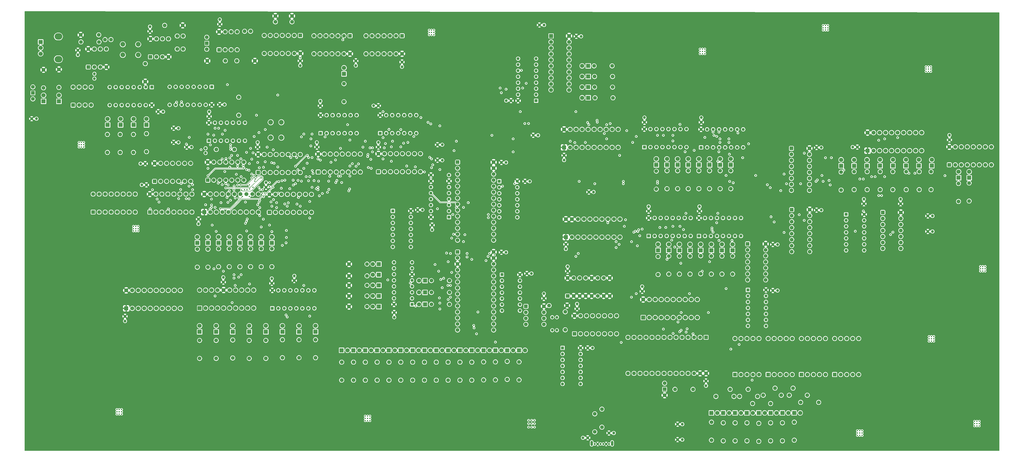
<source format=gbr>
%TF.GenerationSoftware,KiCad,Pcbnew,9.0.6*%
%TF.CreationDate,2025-12-09T11:29:59-06:00*%
%TF.ProjectId,8-Bit-PC,382d4269-742d-4504-932e-6b696361645f,2*%
%TF.SameCoordinates,Original*%
%TF.FileFunction,Copper,L5,Inr*%
%TF.FilePolarity,Positive*%
%FSLAX46Y46*%
G04 Gerber Fmt 4.6, Leading zero omitted, Abs format (unit mm)*
G04 Created by KiCad (PCBNEW 9.0.6) date 2025-12-09 11:29:59*
%MOMM*%
%LPD*%
G01*
G04 APERTURE LIST*
G04 Aperture macros list*
%AMRoundRect*
0 Rectangle with rounded corners*
0 $1 Rounding radius*
0 $2 $3 $4 $5 $6 $7 $8 $9 X,Y pos of 4 corners*
0 Add a 4 corners polygon primitive as box body*
4,1,4,$2,$3,$4,$5,$6,$7,$8,$9,$2,$3,0*
0 Add four circle primitives for the rounded corners*
1,1,$1+$1,$2,$3*
1,1,$1+$1,$4,$5*
1,1,$1+$1,$6,$7*
1,1,$1+$1,$8,$9*
0 Add four rect primitives between the rounded corners*
20,1,$1+$1,$2,$3,$4,$5,0*
20,1,$1+$1,$4,$5,$6,$7,0*
20,1,$1+$1,$6,$7,$8,$9,0*
20,1,$1+$1,$8,$9,$2,$3,0*%
G04 Aperture macros list end*
%TA.AperFunction,ComponentPad*%
%ADD10C,1.200000*%
%TD*%
%TA.AperFunction,ComponentPad*%
%ADD11R,1.800000X1.800000*%
%TD*%
%TA.AperFunction,ComponentPad*%
%ADD12C,1.800000*%
%TD*%
%TA.AperFunction,ComponentPad*%
%ADD13C,1.600000*%
%TD*%
%TA.AperFunction,ComponentPad*%
%ADD14R,1.295400X1.295400*%
%TD*%
%TA.AperFunction,ComponentPad*%
%ADD15C,1.295400*%
%TD*%
%TA.AperFunction,ComponentPad*%
%ADD16R,1.676400X1.676400*%
%TD*%
%TA.AperFunction,ComponentPad*%
%ADD17C,1.676400*%
%TD*%
%TA.AperFunction,ComponentPad*%
%ADD18R,1.500000X1.500000*%
%TD*%
%TA.AperFunction,ComponentPad*%
%ADD19R,1.600000X1.600000*%
%TD*%
%TA.AperFunction,ComponentPad*%
%ADD20C,2.000000*%
%TD*%
%TA.AperFunction,ComponentPad*%
%ADD21RoundRect,0.250000X0.550000X-0.550000X0.550000X0.550000X-0.550000X0.550000X-0.550000X-0.550000X0*%
%TD*%
%TA.AperFunction,ComponentPad*%
%ADD22RoundRect,0.250000X-0.550000X-0.550000X0.550000X-0.550000X0.550000X0.550000X-0.550000X0.550000X0*%
%TD*%
%TA.AperFunction,ComponentPad*%
%ADD23O,3.240000X2.720000*%
%TD*%
%TA.AperFunction,ComponentPad*%
%ADD24O,1.000000X2.200000*%
%TD*%
%TA.AperFunction,ComponentPad*%
%ADD25C,0.900000*%
%TD*%
%TA.AperFunction,ComponentPad*%
%ADD26RoundRect,0.250000X-0.550000X0.550000X-0.550000X-0.550000X0.550000X-0.550000X0.550000X0.550000X0*%
%TD*%
%TA.AperFunction,ViaPad*%
%ADD27C,0.600000*%
%TD*%
%TA.AperFunction,Conductor*%
%ADD28C,0.200000*%
%TD*%
G04 APERTURE END LIST*
D10*
%TO.N,VCC*%
%TO.C,C72*%
X117460000Y-133620000D03*
%TO.N,GND*%
X117460000Y-131620000D03*
%TD*%
D11*
%TO.N,Net-(D2-K)*%
%TO.C,D2*%
X280000000Y-83540000D03*
D12*
%TO.N,/ALU/A_7*%
X280000000Y-81000000D03*
%TD*%
D13*
%TO.N,VCC*%
%TO.C,R5*%
X90190000Y-39500000D03*
%TO.N,Net-(SW2-A)*%
X97810000Y-39500000D03*
%TD*%
D14*
%TO.N,GND*%
%TO.C,U49*%
X274960000Y-76000000D03*
D15*
X277500000Y-76000000D03*
%TO.N,/ALU/A_7*%
X280040000Y-76000000D03*
%TO.N,/ALU/A_6*%
X282580000Y-76000000D03*
%TO.N,/ALU/A_5*%
X285120000Y-76000000D03*
%TO.N,/ALU/A_4*%
X287660000Y-76000000D03*
%TO.N,CLK*%
X290200000Y-76000000D03*
%TO.N,GND*%
X292740000Y-76000000D03*
%TO.N,~{AI}*%
X292740000Y-68380000D03*
X290200000Y-68380000D03*
%TO.N,BUS_4*%
X287660000Y-68380000D03*
%TO.N,BUS_5*%
X285120000Y-68380000D03*
%TO.N,BUS_6*%
X282580000Y-68380000D03*
%TO.N,BUS_7*%
X280040000Y-68380000D03*
%TO.N,CLR*%
X277500000Y-68380000D03*
%TO.N,VCC*%
X274960000Y-68380000D03*
%TD*%
D13*
%TO.N,GND*%
%TO.C,C1*%
X49500000Y-30500000D03*
%TO.N,Net-(U1-CV)*%
X47000000Y-30500000D03*
%TD*%
%TO.N,Net-(D116-K)*%
%TO.C,R87*%
X114960000Y-157810000D03*
%TO.N,GND*%
X114960000Y-165430000D03*
%TD*%
D10*
%TO.N,GND*%
%TO.C,C25*%
X95500000Y-22000000D03*
%TO.N,VCC*%
X95500000Y-24000000D03*
%TD*%
%TO.N,GND*%
%TO.C,C54*%
X403897700Y-70925700D03*
%TO.N,VCC*%
X403897700Y-72925700D03*
%TD*%
%TO.N,VCC*%
%TO.C,C71*%
X96960000Y-133120000D03*
%TO.N,GND*%
X96960000Y-131120000D03*
%TD*%
%TO.N,VCC*%
%TO.C,C44*%
X86500000Y-106500000D03*
%TO.N,GND*%
X86500000Y-108500000D03*
%TD*%
D11*
%TO.N,Net-(D33-K)*%
%TO.C,D33*%
X117500000Y-116540000D03*
D12*
%TO.N,Net-(D33-A)*%
X117500000Y-114000000D03*
%TD*%
D10*
%TO.N,VCC*%
%TO.C,C59*%
X274000000Y-137000000D03*
%TO.N,GND*%
X274000000Y-135000000D03*
%TD*%
D13*
%TO.N,Net-(D65-K)*%
%TO.C,R68*%
X318310000Y-192690000D03*
%TO.N,GND*%
X318310000Y-200310000D03*
%TD*%
D11*
%TO.N,Net-(D35-K)*%
%TO.C,D35*%
X251186800Y-46126800D03*
D12*
%TO.N,Net-(D35-A)*%
X248646800Y-46126800D03*
%TD*%
D11*
%TO.N,Net-(D21-K)*%
%TO.C,D21*%
X59030000Y-66620000D03*
D12*
%TO.N,/MAR/A2*%
X59030000Y-64080000D03*
%TD*%
D13*
%TO.N,Net-(D44-K)*%
%TO.C,R46*%
X177000000Y-167000000D03*
%TO.N,GND*%
X177000000Y-174620000D03*
%TD*%
%TO.N,Net-(D41-K)*%
%TO.C,R43*%
X162000000Y-167000000D03*
%TO.N,GND*%
X162000000Y-174620000D03*
%TD*%
D11*
%TO.N,Net-(D36-K)*%
%TO.C,D36*%
X251186800Y-50626800D03*
D12*
%TO.N,Net-(D36-A)*%
X248646800Y-50626800D03*
%TD*%
D11*
%TO.N,Net-(D26-K)*%
%TO.C,D26*%
X86000000Y-116540000D03*
D12*
%TO.N,Net-(D26-A)*%
X86000000Y-114000000D03*
%TD*%
D13*
%TO.N,VCC*%
%TO.C,R19*%
X21000000Y-43310000D03*
%TO.N,Net-(D25-A)*%
X21000000Y-50930000D03*
%TD*%
D10*
%TO.N,VCC*%
%TO.C,C23*%
X329230000Y-117190000D03*
%TO.N,GND*%
X331230000Y-117190000D03*
%TD*%
D14*
%TO.N,GND*%
%TO.C,U119*%
X117680000Y-144240000D03*
D15*
X120220000Y-144240000D03*
%TO.N,Net-(D116-A)*%
X122760000Y-144240000D03*
%TO.N,Net-(D117-A)*%
X125300000Y-144240000D03*
%TO.N,Net-(D118-A)*%
X127840000Y-144240000D03*
%TO.N,Net-(D119-A)*%
X130380000Y-144240000D03*
%TO.N,CLK*%
X132920000Y-144240000D03*
%TO.N,GND*%
X135460000Y-144240000D03*
%TO.N,~{II}*%
X135460000Y-136620000D03*
X132920000Y-136620000D03*
%TO.N,BUS_0*%
X130380000Y-136620000D03*
%TO.N,BUS_1*%
X127840000Y-136620000D03*
%TO.N,BUS_2*%
X125300000Y-136620000D03*
%TO.N,BUS_3*%
X122760000Y-136620000D03*
%TO.N,CLR*%
X120220000Y-136620000D03*
%TO.N,VCC*%
X117680000Y-136620000D03*
%TD*%
D11*
%TO.N,Net-(D25-K)*%
%TO.C,D25*%
X21000000Y-56620000D03*
D12*
%TO.N,Net-(D25-A)*%
X21000000Y-54080000D03*
%TD*%
D13*
%TO.N,Net-(D2-K)*%
%TO.C,R99*%
X280000000Y-86190000D03*
%TO.N,GND*%
X280000000Y-93810000D03*
%TD*%
D10*
%TO.N,VCC*%
%TO.C,C31*%
X69500000Y-61000000D03*
%TO.N,GND*%
X71500000Y-61000000D03*
%TD*%
%TO.N,VCC*%
%TO.C,C55*%
X246186800Y-29126800D03*
%TO.N,GND*%
X248186800Y-29126800D03*
%TD*%
D13*
%TO.N,Net-(D28-K)*%
%TO.C,R26*%
X95000000Y-119000000D03*
%TO.N,GND*%
X95000000Y-126620000D03*
%TD*%
D11*
%TO.N,Net-(D40-K)*%
%TO.C,D40*%
X156970000Y-162000000D03*
D12*
%TO.N,RI*%
X159510000Y-162000000D03*
%TD*%
D11*
%TO.N,Net-(D53-K)*%
%TO.C,D53*%
X221970000Y-162000000D03*
D12*
%TO.N,Net-(D53-A)*%
X224510000Y-162000000D03*
%TD*%
D14*
%TO.N,Net-(U10-Pad2)*%
%TO.C,U11*%
X360230000Y-104450000D03*
D15*
%TO.N,Net-(D11-A)*%
X360230000Y-106990000D03*
%TO.N,Net-(D12-A)*%
X360230000Y-109530000D03*
%TO.N,Net-(U10-Pad1)*%
X360230000Y-112070000D03*
%TO.N,Net-(D13-A)*%
X360230000Y-114610000D03*
%TO.N,Net-(D15-A)*%
X360230000Y-117150000D03*
%TO.N,GND*%
X360230000Y-119690000D03*
%TO.N,Net-(D16-A)*%
X367850000Y-119690000D03*
%TO.N,Net-(D17-A)*%
X367850000Y-117150000D03*
%TO.N,Net-(U10-Pad10)*%
X367850000Y-114610000D03*
%TO.N,Net-(D18-A)*%
X367850000Y-112070000D03*
%TO.N,Net-(D19-A)*%
X367850000Y-109530000D03*
%TO.N,Net-(U10-Pad9)*%
X367850000Y-106990000D03*
%TO.N,VCC*%
X367850000Y-104450000D03*
%TD*%
D13*
%TO.N,Net-(D115-K)*%
%TO.C,R86*%
X107960000Y-157810000D03*
%TO.N,GND*%
X107960000Y-165430000D03*
%TD*%
D11*
%TO.N,Net-(D026-K)*%
%TO.C,D026*%
X298760000Y-119700000D03*
D12*
%TO.N,/ALU/B_3*%
X298760000Y-117160000D03*
%TD*%
D16*
%TO.N,~{CLR}*%
%TO.C,U38*%
X274460000Y-148120000D03*
D17*
%TO.N,Net-(U38-Q0)*%
X277000000Y-148120000D03*
%TO.N,BUS_0*%
X279540000Y-148120000D03*
%TO.N,BUS_1*%
X282080000Y-148120000D03*
%TO.N,Net-(U38-Q1)*%
X284620000Y-148120000D03*
%TO.N,Net-(U38-Q2)*%
X287160000Y-148120000D03*
%TO.N,BUS_2*%
X289700000Y-148120000D03*
%TO.N,BUS_3*%
X292240000Y-148120000D03*
%TO.N,Net-(U38-Q3)*%
X294780000Y-148120000D03*
%TO.N,GND*%
X297320000Y-148120000D03*
%TO.N,Net-(U38-Cp)*%
X297320000Y-140500000D03*
%TO.N,Net-(U38-Q4)*%
X294780000Y-140500000D03*
%TO.N,BUS_4*%
X292240000Y-140500000D03*
%TO.N,BUS_5*%
X289700000Y-140500000D03*
%TO.N,Net-(U38-Q5)*%
X287160000Y-140500000D03*
%TO.N,Net-(U38-Q6)*%
X284620000Y-140500000D03*
%TO.N,BUS_6*%
X282080000Y-140500000D03*
%TO.N,BUS_7*%
X279540000Y-140500000D03*
%TO.N,Net-(U38-Q7)*%
X277000000Y-140500000D03*
%TO.N,VCC*%
X274460000Y-140500000D03*
%TD*%
D11*
%TO.N,Net-(D59-K)*%
%TO.C,D59*%
X182240000Y-142500000D03*
D12*
%TO.N,Net-(D59-A)*%
X179700000Y-142500000D03*
%TD*%
D10*
%TO.N,VCC*%
%TO.C,C63*%
X179120000Y-102540000D03*
%TO.N,GND*%
X181120000Y-102540000D03*
%TD*%
%TO.N,VCC*%
%TO.C,C60*%
X242500000Y-128500000D03*
%TO.N,GND*%
X242500000Y-126500000D03*
%TD*%
D13*
%TO.N,Net-(U31-THR)*%
%TO.C,R38*%
X241500000Y-153310000D03*
%TO.N,Net-(U31-DIS)*%
X241500000Y-145690000D03*
%TD*%
%TO.N,Net-(D58-A)*%
%TO.C,R56*%
X157740000Y-143500000D03*
%TO.N,VCC*%
X150120000Y-143500000D03*
%TD*%
D18*
%TO.N,/MAR/PROG*%
%TO.C,SW4*%
X16500000Y-53080000D03*
D13*
%TO.N,GND*%
X16500000Y-50540000D03*
%TO.N,Net-(D25-K)*%
X16500000Y-55620000D03*
%TD*%
D11*
%TO.N,Net-(D31-K)*%
%TO.C,D31*%
X108500000Y-116540000D03*
D12*
%TO.N,Net-(D31-A)*%
X108500000Y-114000000D03*
%TD*%
D19*
%TO.N,Net-(U34-E)*%
%TO.C,U35*%
X327280000Y-172240000D03*
D13*
%TO.N,Net-(U34-D)*%
X329820000Y-172240000D03*
%TO.N,Net-(U33A-O0)*%
X332360000Y-172240000D03*
%TO.N,Net-(U34-C)*%
X334900000Y-172240000D03*
%TO.N,Net-(U34-DP)*%
X337440000Y-172240000D03*
%TO.N,Net-(U34-B)*%
X337440000Y-157000000D03*
%TO.N,Net-(U34-A)*%
X334900000Y-157000000D03*
%TO.N,Net-(U33A-O0)*%
X332360000Y-157000000D03*
%TO.N,Net-(U34-F)*%
X329820000Y-157000000D03*
%TO.N,Net-(U34-G)*%
X327280000Y-157000000D03*
%TD*%
D20*
%TO.N,GND*%
%TO.C,SW6*%
X121500000Y-65500000D03*
X121500000Y-72000000D03*
%TO.N,Net-(U51-I0c)*%
X117000000Y-65500000D03*
X117000000Y-72000000D03*
%TD*%
D10*
%TO.N,VCC*%
%TO.C,C50*%
X115000000Y-93000000D03*
%TO.N,GND*%
X115000000Y-91000000D03*
%TD*%
D13*
%TO.N,Net-(D63-K)*%
%TO.C,R66*%
X308310000Y-192690000D03*
%TO.N,GND*%
X308310000Y-200310000D03*
%TD*%
%TO.N,Net-(D47-K)*%
%TO.C,R49*%
X192000000Y-167000000D03*
%TO.N,GND*%
X192000000Y-174620000D03*
%TD*%
D10*
%TO.N,VCC*%
%TO.C,C53*%
X111500000Y-76000000D03*
%TO.N,GND*%
X111500000Y-74000000D03*
%TD*%
D13*
%TO.N,Net-(J1-CC2)*%
%TO.C,R81*%
X257000000Y-194500000D03*
%TO.N,GND*%
X257000000Y-186880000D03*
%TD*%
D10*
%TO.N,VCC*%
%TO.C,C41*%
X298260000Y-103120000D03*
%TO.N,GND*%
X298260000Y-101120000D03*
%TD*%
D13*
%TO.N,Net-(D9-K)*%
%TO.C,R106*%
X311500000Y-86000000D03*
%TO.N,GND*%
X311500000Y-93620000D03*
%TD*%
D10*
%TO.N,GND*%
%TO.C,C38*%
X275000000Y-63500000D03*
%TO.N,VCC*%
X275000000Y-65500000D03*
%TD*%
D13*
%TO.N,Net-(D42-K)*%
%TO.C,R44*%
X167000000Y-167000000D03*
%TO.N,GND*%
X167000000Y-174620000D03*
%TD*%
D11*
%TO.N,Net-(D29-K)*%
%TO.C,D29*%
X99500000Y-116540000D03*
D12*
%TO.N,Net-(D29-A)*%
X99500000Y-114000000D03*
%TD*%
D11*
%TO.N,Net-(D42-K)*%
%TO.C,D42*%
X166970000Y-162000000D03*
D12*
%TO.N,Net-(D42-A)*%
X169510000Y-162000000D03*
%TD*%
D14*
%TO.N,Net-(U41-~{MR})*%
%TO.C,U41*%
X192360000Y-105620000D03*
D15*
%TO.N,~{CLK}*%
X192360000Y-103080000D03*
%TO.N,unconnected-(U41-D0-Pad3)*%
X192360000Y-100540000D03*
%TO.N,unconnected-(U41-D1-Pad4)*%
X192360000Y-98000000D03*
%TO.N,unconnected-(U41-D2-Pad5)*%
X192360000Y-95460000D03*
%TO.N,unconnected-(U41-D3-Pad6)*%
X192360000Y-92920000D03*
%TO.N,VCC*%
X192360000Y-90380000D03*
%TO.N,GND*%
X192360000Y-87840000D03*
%TO.N,VCC*%
X184740000Y-87840000D03*
X184740000Y-90380000D03*
%TO.N,unconnected-(U41-Q3-Pad11)*%
X184740000Y-92920000D03*
%TO.N,Net-(D61-A)*%
X184740000Y-95460000D03*
%TO.N,Net-(D60-A)*%
X184740000Y-98000000D03*
%TO.N,Net-(D59-A)*%
X184740000Y-100540000D03*
%TO.N,unconnected-(U41-TC-Pad15)*%
X184740000Y-103080000D03*
%TO.N,VCC*%
X184740000Y-105620000D03*
%TD*%
D11*
%TO.N,Net-(D45-K)*%
%TO.C,D45*%
X181970000Y-162000000D03*
D12*
%TO.N,Net-(D45-A)*%
X184510000Y-162000000D03*
%TD*%
D13*
%TO.N,Net-(D112-K)*%
%TO.C,R83*%
X86960000Y-157810000D03*
%TO.N,GND*%
X86960000Y-165430000D03*
%TD*%
D11*
%TO.N,Net-(D57-K)*%
%TO.C,D57*%
X162740000Y-139000000D03*
D12*
%TO.N,Net-(D57-A)*%
X160200000Y-139000000D03*
%TD*%
D13*
%TO.N,Net-(D19-K)*%
%TO.C,R17*%
X396120000Y-86380000D03*
%TO.N,GND*%
X396120000Y-94000000D03*
%TD*%
%TO.N,GND*%
%TO.C,C6*%
X126000000Y-23000000D03*
%TO.N,VCC*%
X126000000Y-20500000D03*
%TD*%
D19*
%TO.N,Net-(U34-E)*%
%TO.C,U37*%
X355380000Y-172240000D03*
D13*
%TO.N,Net-(U34-D)*%
X357920000Y-172240000D03*
%TO.N,Net-(U33A-O1)*%
X360460000Y-172240000D03*
%TO.N,Net-(U34-C)*%
X363000000Y-172240000D03*
%TO.N,Net-(U34-DP)*%
X365540000Y-172240000D03*
%TO.N,Net-(U34-B)*%
X365540000Y-157000000D03*
%TO.N,Net-(U34-A)*%
X363000000Y-157000000D03*
%TO.N,Net-(U33A-O1)*%
X360460000Y-157000000D03*
%TO.N,Net-(U34-F)*%
X357920000Y-157000000D03*
%TO.N,Net-(U34-G)*%
X355380000Y-157000000D03*
%TD*%
D10*
%TO.N,VCC*%
%TO.C,C74*%
X251000000Y-199000000D03*
%TO.N,GND*%
X249000000Y-199000000D03*
%TD*%
D13*
%TO.N,Net-(D27-K)*%
%TO.C,R25*%
X90500000Y-119190000D03*
%TO.N,GND*%
X90500000Y-126810000D03*
%TD*%
D10*
%TO.N,GND*%
%TO.C,C34*%
X172500000Y-42000000D03*
%TO.N,VCC*%
X172500000Y-40000000D03*
%TD*%
D21*
%TO.N,/MAR/A0*%
%TO.C,U21*%
X65920000Y-103500000D03*
D13*
%TO.N,GND*%
X68460000Y-103500000D03*
%TO.N,Net-(U21-\u002AWE)*%
X71000000Y-103500000D03*
%TO.N,Net-(U21-D0)*%
X73540000Y-103500000D03*
%TO.N,Net-(U21-\u002AO0)*%
X76080000Y-103500000D03*
%TO.N,Net-(U21-D1)*%
X78620000Y-103500000D03*
%TO.N,Net-(U21-\u002AO1)*%
X81160000Y-103500000D03*
%TO.N,GND*%
X83700000Y-103500000D03*
%TO.N,Net-(U21-\u002AO2)*%
X83700000Y-95880000D03*
%TO.N,Net-(U21-D2)*%
X81160000Y-95880000D03*
%TO.N,Net-(U21-\u002AO3)*%
X78620000Y-95880000D03*
%TO.N,Net-(U21-D3)*%
X76080000Y-95880000D03*
%TO.N,/MAR/A3*%
X73540000Y-95880000D03*
%TO.N,/MAR/A2*%
X71000000Y-95880000D03*
%TO.N,/MAR/A1*%
X68460000Y-95880000D03*
%TO.N,VCC*%
X65920000Y-95880000D03*
%TD*%
D21*
%TO.N,Net-(U18-I0d)*%
%TO.C,SW3*%
X33500000Y-58240000D03*
D13*
%TO.N,Net-(U18-I0c)*%
X36040000Y-58240000D03*
%TO.N,GND*%
X38580000Y-58240000D03*
X41120000Y-58240000D03*
%TO.N,Net-(U18-I0a)*%
X41120000Y-50620000D03*
%TO.N,Net-(U18-I0b)*%
X38580000Y-50620000D03*
%TO.N,GND*%
X36040000Y-50620000D03*
X33500000Y-50620000D03*
%TD*%
D21*
%TO.N,GND*%
%TO.C,U3*%
X95190000Y-34805000D03*
D13*
%TO.N,Net-(SW2-A)*%
X97730000Y-34805000D03*
%TO.N,Net-(U3-Q)*%
X100270000Y-34805000D03*
%TO.N,Net-(SW2-C)*%
X102810000Y-34805000D03*
%TO.N,Net-(U3-CV)*%
X102810000Y-27185000D03*
%TO.N,GND*%
X100270000Y-27185000D03*
%TO.N,unconnected-(U3-DIS-Pad7)*%
X97730000Y-27185000D03*
%TO.N,VCC*%
X95190000Y-27185000D03*
%TD*%
%TO.N,Net-(D028-K)*%
%TO.C,R97*%
X307760000Y-122120000D03*
%TO.N,GND*%
X307760000Y-129740000D03*
%TD*%
%TO.N,VCC*%
%TO.C,R1*%
X36690000Y-28500000D03*
%TO.N,Net-(U1-DIS)*%
X44310000Y-28500000D03*
%TD*%
D16*
%TO.N,VCC*%
%TO.C,U25*%
X88920000Y-103500000D03*
D17*
%TO.N,Net-(D26-A)*%
X91460000Y-103500000D03*
%TO.N,Net-(D27-A)*%
X94000000Y-103500000D03*
%TO.N,Net-(D28-A)*%
X96540000Y-103500000D03*
%TO.N,Net-(D29-A)*%
X99080000Y-103500000D03*
%TO.N,Net-(D30-A)*%
X101620000Y-103500000D03*
%TO.N,Net-(D31-A)*%
X104160000Y-103500000D03*
%TO.N,Net-(D32-A)*%
X106700000Y-103500000D03*
%TO.N,Net-(D33-A)*%
X109240000Y-103500000D03*
%TO.N,GND*%
X111780000Y-103500000D03*
%TO.N,BUS_0*%
X111780000Y-95880000D03*
%TO.N,BUS_1*%
X109240000Y-95880000D03*
%TO.N,BUS_2*%
X106700000Y-95880000D03*
%TO.N,BUS_3*%
X104160000Y-95880000D03*
%TO.N,BUS_4*%
X101620000Y-95880000D03*
%TO.N,BUS_5*%
X99080000Y-95880000D03*
%TO.N,BUS_6*%
X96540000Y-95880000D03*
%TO.N,BUS_7*%
X94000000Y-95880000D03*
%TO.N,~{RO}*%
X91460000Y-95880000D03*
%TO.N,VCC*%
X88920000Y-95880000D03*
%TD*%
D11*
%TO.N,Net-(D54-K)*%
%TO.C,D54*%
X162740000Y-125500000D03*
D12*
%TO.N,Net-(D54-A)*%
X160200000Y-125500000D03*
%TD*%
D13*
%TO.N,Net-(D69-K)*%
%TO.C,R72*%
X338310000Y-192380000D03*
%TO.N,GND*%
X338310000Y-200000000D03*
%TD*%
%TO.N,Net-(D50-K)*%
%TO.C,R52*%
X207000000Y-166880000D03*
%TO.N,GND*%
X207000000Y-174500000D03*
%TD*%
D10*
%TO.N,GND*%
%TO.C,C46*%
X241760000Y-119120000D03*
%TO.N,VCC*%
X241760000Y-117120000D03*
%TD*%
D11*
%TO.N,Net-(D116-K)*%
%TO.C,D116*%
X114960000Y-154160000D03*
D12*
%TO.N,Net-(D116-A)*%
X114960000Y-151620000D03*
%TD*%
D10*
%TO.N,GND*%
%TO.C,C35*%
X241000000Y-81500000D03*
%TO.N,VCC*%
X241000000Y-79500000D03*
%TD*%
D13*
%TO.N,BUS_5*%
%TO.C,R75*%
X330190000Y-178000000D03*
%TO.N,GND*%
X337810000Y-178000000D03*
%TD*%
D22*
%TO.N,Net-(D18-A)*%
%TO.C,U14*%
X337230000Y-102450000D03*
D13*
%TO.N,Net-(U14-B2)*%
X337230000Y-104990000D03*
%TO.N,/ALU/A_1*%
X337230000Y-107530000D03*
%TO.N,Net-(D19-A)*%
X337230000Y-110070000D03*
%TO.N,/ALU/A_0*%
X337230000Y-112610000D03*
%TO.N,Net-(U14-B1)*%
X337230000Y-115150000D03*
%TO.N,SU*%
X337230000Y-117690000D03*
%TO.N,GND*%
X337230000Y-120230000D03*
%TO.N,Net-(U13-C0)*%
X344850000Y-120230000D03*
%TO.N,Net-(D16-A)*%
X344850000Y-117690000D03*
%TO.N,Net-(U14-B4)*%
X344850000Y-115150000D03*
%TO.N,/ALU/A_3*%
X344850000Y-112610000D03*
%TO.N,Net-(D17-A)*%
X344850000Y-110070000D03*
%TO.N,/ALU/A_2*%
X344850000Y-107530000D03*
%TO.N,Net-(U14-B3)*%
X344850000Y-104990000D03*
%TO.N,VCC*%
X344850000Y-102450000D03*
%TD*%
D10*
%TO.N,VCC*%
%TO.C,C56*%
X218566800Y-56326800D03*
%TO.N,GND*%
X216566800Y-56326800D03*
%TD*%
D13*
%TO.N,Net-(D15-K)*%
%TO.C,R13*%
X374620000Y-86380000D03*
%TO.N,GND*%
X374620000Y-94000000D03*
%TD*%
D14*
%TO.N,GND*%
%TO.C,U9*%
X298020000Y-113620000D03*
D15*
X300560000Y-113620000D03*
%TO.N,/ALU/B_3*%
X303100000Y-113620000D03*
%TO.N,/ALU/B_2*%
X305640000Y-113620000D03*
%TO.N,/ALU/B_1*%
X308180000Y-113620000D03*
%TO.N,/ALU/B_0*%
X310720000Y-113620000D03*
%TO.N,CLK*%
X313260000Y-113620000D03*
%TO.N,GND*%
X315800000Y-113620000D03*
%TO.N,~{BI}*%
X315800000Y-106000000D03*
X313260000Y-106000000D03*
%TO.N,BUS_0*%
X310720000Y-106000000D03*
%TO.N,BUS_1*%
X308180000Y-106000000D03*
%TO.N,BUS_2*%
X305640000Y-106000000D03*
%TO.N,BUS_3*%
X303100000Y-106000000D03*
%TO.N,CLR*%
X300560000Y-106000000D03*
%TO.N,VCC*%
X298020000Y-106000000D03*
%TD*%
D10*
%TO.N,VCC*%
%TO.C,C61*%
X246500000Y-144380000D03*
%TO.N,GND*%
X246500000Y-142380000D03*
%TD*%
D11*
%TO.N,Net-(D13-K)*%
%TO.C,D13*%
X369060000Y-83920000D03*
D12*
%TO.N,Net-(D13-A)*%
X369060000Y-81380000D03*
%TD*%
D13*
%TO.N,BUS_4*%
%TO.C,R76*%
X325190000Y-181000000D03*
%TO.N,GND*%
X332810000Y-181000000D03*
%TD*%
D16*
%TO.N,VCC*%
%TO.C,U7*%
X241760000Y-114120000D03*
D17*
%TO.N,/ALU/B_4*%
X244300000Y-114120000D03*
%TO.N,/ALU/B_5*%
X246840000Y-114120000D03*
%TO.N,/ALU/B_6*%
X249380000Y-114120000D03*
%TO.N,/ALU/B_7*%
X251920000Y-114120000D03*
%TO.N,/ALU/B_0*%
X254460000Y-114120000D03*
%TO.N,/ALU/B_1*%
X257000000Y-114120000D03*
%TO.N,/ALU/B_2*%
X259540000Y-114120000D03*
%TO.N,/ALU/B_3*%
X262080000Y-114120000D03*
%TO.N,GND*%
X264620000Y-114120000D03*
%TO.N,BUS_0*%
X264620000Y-106500000D03*
%TO.N,BUS_1*%
X262080000Y-106500000D03*
%TO.N,BUS_2*%
X259540000Y-106500000D03*
%TO.N,BUS_3*%
X257000000Y-106500000D03*
%TO.N,BUS_4*%
X254460000Y-106500000D03*
%TO.N,BUS_5*%
X251920000Y-106500000D03*
%TO.N,BUS_6*%
X249380000Y-106500000D03*
%TO.N,BUS_7*%
X246840000Y-106500000D03*
%TO.N,VCC*%
X244300000Y-106500000D03*
X241760000Y-106500000D03*
%TD*%
D11*
%TO.N,Net-(D9-K)*%
%TO.C,D9*%
X311500000Y-83540000D03*
D12*
%TO.N,/ALU/A_0*%
X311500000Y-81000000D03*
%TD*%
D11*
%TO.N,Net-(D46-K)*%
%TO.C,D46*%
X186970000Y-162000000D03*
D12*
%TO.N,Net-(D46-A)*%
X189510000Y-162000000D03*
%TD*%
D13*
%TO.N,Net-(D117-K)*%
%TO.C,R88*%
X121960000Y-157500000D03*
%TO.N,GND*%
X121960000Y-165120000D03*
%TD*%
D11*
%TO.N,Net-(D52-K)*%
%TO.C,D52*%
X216970000Y-162000000D03*
D12*
%TO.N,Net-(D52-A)*%
X219510000Y-162000000D03*
%TD*%
D13*
%TO.N,Net-(J1-CC1)*%
%TO.C,R82*%
X254000000Y-196500000D03*
%TO.N,GND*%
X254000000Y-188880000D03*
%TD*%
%TO.N,BUS_1*%
%TO.C,R79*%
X311190000Y-178500000D03*
%TO.N,GND*%
X318810000Y-178500000D03*
%TD*%
D10*
%TO.N,VCC*%
%TO.C,C58*%
X232500000Y-140000000D03*
%TO.N,GND*%
X232500000Y-138000000D03*
%TD*%
%TO.N,VCC*%
%TO.C,C43*%
X276760000Y-103120000D03*
%TO.N,GND*%
X276760000Y-101120000D03*
%TD*%
D13*
%TO.N,Net-(D45-K)*%
%TO.C,R47*%
X182000000Y-167000000D03*
%TO.N,GND*%
X182000000Y-174620000D03*
%TD*%
%TO.N,Net-(D4-K)*%
%TO.C,R101*%
X289000000Y-86000000D03*
%TO.N,GND*%
X289000000Y-93620000D03*
%TD*%
D11*
%TO.N,Net-(D32-K)*%
%TO.C,D32*%
X113000000Y-116540000D03*
D12*
%TO.N,Net-(D32-A)*%
X113000000Y-114000000D03*
%TD*%
D11*
%TO.N,Net-(D58-K)*%
%TO.C,D58*%
X162740000Y-143500000D03*
D12*
%TO.N,Net-(D58-A)*%
X160200000Y-143500000D03*
%TD*%
D13*
%TO.N,Net-(D22-K)*%
%TO.C,R22*%
X53400000Y-70620000D03*
%TO.N,GND*%
X53400000Y-78240000D03*
%TD*%
D11*
%TO.N,/MAR/PROG*%
%TO.C,D24*%
X27500000Y-56620000D03*
D12*
%TO.N,Net-(D24-A)*%
X27500000Y-54080000D03*
%TD*%
D13*
%TO.N,Net-(D46-K)*%
%TO.C,R48*%
X187000000Y-167000000D03*
%TO.N,GND*%
X187000000Y-174620000D03*
%TD*%
D11*
%TO.N,Net-(D027-K)*%
%TO.C,D027*%
X303260000Y-119700000D03*
D12*
%TO.N,/ALU/B_2*%
X303260000Y-117160000D03*
%TD*%
D11*
%TO.N,Net-(D20-K)*%
%TO.C,D20*%
X64500000Y-66620000D03*
D12*
%TO.N,/MAR/A3*%
X64500000Y-64080000D03*
%TD*%
D11*
%TO.N,Net-(D8-K)*%
%TO.C,D8*%
X307000000Y-83540000D03*
D12*
%TO.N,/ALU/A_1*%
X307000000Y-81000000D03*
%TD*%
D13*
%TO.N,Net-(D7-K)*%
%TO.C,R104*%
X302500000Y-86000000D03*
%TO.N,GND*%
X302500000Y-93620000D03*
%TD*%
D10*
%TO.N,VCC*%
%TO.C,C8*%
X251500000Y-95000000D03*
%TO.N,GND*%
X253500000Y-95000000D03*
%TD*%
D23*
%TO.N,*%
%TO.C,RV1*%
X27275000Y-29200000D03*
X27275000Y-38800000D03*
D11*
%TO.N,Net-(U1-THR)*%
X19775000Y-31500000D03*
D12*
%TO.N,Net-(R2-Pad2)*%
X19775000Y-34000000D03*
%TO.N,unconnected-(RV1-Pad3)*%
X19775000Y-36500000D03*
%TD*%
D22*
%TO.N,GND*%
%TO.C,U31*%
X224880000Y-143380000D03*
D13*
%TO.N,Net-(U31-THR)*%
X224880000Y-145920000D03*
%TO.N,Net-(U31-Q)*%
X224880000Y-148460000D03*
%TO.N,unconnected-(U31-R-Pad4)*%
X224880000Y-151000000D03*
%TO.N,Net-(U31-CV)*%
X232500000Y-151000000D03*
%TO.N,Net-(U31-THR)*%
X232500000Y-148460000D03*
%TO.N,Net-(U31-DIS)*%
X232500000Y-145920000D03*
%TO.N,VCC*%
X232500000Y-143380000D03*
%TD*%
D10*
%TO.N,VCC*%
%TO.C,C37*%
X91000000Y-63000000D03*
%TO.N,GND*%
X91000000Y-61000000D03*
%TD*%
%TO.N,VCC*%
%TO.C,C49*%
X347730000Y-76190000D03*
%TO.N,GND*%
X349730000Y-76190000D03*
%TD*%
D13*
%TO.N,VCC*%
%TO.C,R3*%
X64000000Y-48310000D03*
%TO.N,Net-(U2-TR)*%
X64000000Y-40690000D03*
%TD*%
D11*
%TO.N,Net-(D118-K)*%
%TO.C,D118*%
X128960000Y-154160000D03*
D12*
%TO.N,Net-(D118-A)*%
X128960000Y-151620000D03*
%TD*%
D13*
%TO.N,Net-(D60-K)*%
%TO.C,R62*%
X184930000Y-137500000D03*
%TO.N,GND*%
X192550000Y-137500000D03*
%TD*%
D11*
%TO.N,Net-(D022-K)*%
%TO.C,D022*%
X280760000Y-119660000D03*
D12*
%TO.N,/ALU/B_7*%
X280760000Y-117120000D03*
%TD*%
D16*
%TO.N,VCC*%
%TO.C,U117*%
X55960000Y-144240000D03*
D17*
%TO.N,IR_4*%
X58500000Y-144240000D03*
%TO.N,IR_5*%
X61040000Y-144240000D03*
%TO.N,IR_6*%
X63580000Y-144240000D03*
%TO.N,IR_7*%
X66120000Y-144240000D03*
%TO.N,Net-(D119-A)*%
X68660000Y-144240000D03*
%TO.N,Net-(D118-A)*%
X71200000Y-144240000D03*
%TO.N,Net-(D117-A)*%
X73740000Y-144240000D03*
%TO.N,Net-(D116-A)*%
X76280000Y-144240000D03*
%TO.N,GND*%
X78820000Y-144240000D03*
%TO.N,BUS_0*%
X78820000Y-136620000D03*
%TO.N,BUS_1*%
X76280000Y-136620000D03*
%TO.N,BUS_2*%
X73740000Y-136620000D03*
%TO.N,BUS_3*%
X71200000Y-136620000D03*
%TO.N,BUS_4*%
X68660000Y-136620000D03*
%TO.N,BUS_5*%
X66120000Y-136620000D03*
%TO.N,BUS_6*%
X63580000Y-136620000D03*
%TO.N,BUS_7*%
X61040000Y-136620000D03*
%TO.N,~{IO}*%
X58500000Y-136620000D03*
%TO.N,VCC*%
X55960000Y-136620000D03*
%TD*%
D13*
%TO.N,Net-(D1-K)*%
%TO.C,R7*%
X148000000Y-49190000D03*
%TO.N,GND*%
X148000000Y-56810000D03*
%TD*%
D10*
%TO.N,Net-(U31-THR)*%
%TO.C,C16*%
X236000000Y-148000000D03*
%TO.N,GND*%
X238000000Y-148000000D03*
%TD*%
D13*
%TO.N,GND*%
%TO.C,R35*%
X261496800Y-50626800D03*
%TO.N,Net-(D36-K)*%
X253876800Y-50626800D03*
%TD*%
D11*
%TO.N,Net-(D41-K)*%
%TO.C,D41*%
X161970000Y-162000000D03*
D12*
%TO.N,Net-(D41-A)*%
X164510000Y-162000000D03*
%TD*%
D13*
%TO.N,Net-(D114-K)*%
%TO.C,R85*%
X100960000Y-157620000D03*
%TO.N,GND*%
X100960000Y-165240000D03*
%TD*%
D11*
%TO.N,Net-(D62-K)*%
%TO.C,D62*%
X303270000Y-188500000D03*
D12*
%TO.N,BUS_0*%
X305810000Y-188500000D03*
%TD*%
D11*
%TO.N,Net-(D025-K)*%
%TO.C,D025*%
X294260000Y-119700000D03*
D12*
%TO.N,/ALU/B_4*%
X294260000Y-117160000D03*
%TD*%
D10*
%TO.N,CLK*%
%TO.C,C14*%
X89500000Y-78500000D03*
%TO.N,Net-(C14-Pad2)*%
X89500000Y-76500000D03*
%TD*%
D14*
%TO.N,OI*%
%TO.C,U39*%
X240380000Y-160960000D03*
D15*
%TO.N,CLK*%
X240380000Y-163500000D03*
%TO.N,Net-(U38-Cp)*%
X240380000Y-166040000D03*
%TO.N,unconnected-(U39-Pad4)*%
X240380000Y-168580000D03*
%TO.N,unconnected-(U39-Pad5)*%
X240380000Y-171120000D03*
%TO.N,unconnected-(U39-Pad6)*%
X240380000Y-173660000D03*
%TO.N,GND*%
X240380000Y-176200000D03*
%TO.N,unconnected-(U39-Pad8)*%
X248000000Y-176200000D03*
%TO.N,unconnected-(U39-Pad9)*%
X248000000Y-173660000D03*
%TO.N,unconnected-(U39-Pad10)*%
X248000000Y-171120000D03*
%TO.N,unconnected-(U39-Pad11)*%
X248000000Y-168580000D03*
%TO.N,unconnected-(U39-Pad12)*%
X248000000Y-166040000D03*
%TO.N,unconnected-(U39-Pad13)*%
X248000000Y-163500000D03*
%TO.N,VCC*%
X248000000Y-160960000D03*
%TD*%
D11*
%TO.N,Net-(D18-K)*%
%TO.C,D18*%
X390970000Y-83896800D03*
D12*
%TO.N,Net-(D18-A)*%
X390970000Y-81356800D03*
%TD*%
D19*
%TO.N,Net-(U34-E)*%
%TO.C,U36*%
X341330000Y-172240000D03*
D13*
%TO.N,Net-(U34-D)*%
X343870000Y-172240000D03*
%TO.N,Net-(U33A-O2)*%
X346410000Y-172240000D03*
%TO.N,Net-(U34-C)*%
X348950000Y-172240000D03*
%TO.N,Net-(U34-DP)*%
X351490000Y-172240000D03*
%TO.N,Net-(U34-B)*%
X351490000Y-157000000D03*
%TO.N,Net-(U34-A)*%
X348950000Y-157000000D03*
%TO.N,Net-(U33A-O2)*%
X346410000Y-157000000D03*
%TO.N,Net-(U34-F)*%
X343870000Y-157000000D03*
%TO.N,Net-(U34-G)*%
X341330000Y-157000000D03*
%TD*%
D10*
%TO.N,VCC*%
%TO.C,C29*%
X383230000Y-99990000D03*
%TO.N,GND*%
X383230000Y-97990000D03*
%TD*%
D13*
%TO.N,GND*%
%TO.C,C2*%
X80000000Y-34500000D03*
%TO.N,Net-(U2-CV)*%
X77500000Y-34500000D03*
%TD*%
%TO.N,Net-(R64-Pad1)*%
%TO.C,R64*%
X103500000Y-62500000D03*
%TO.N,GND*%
X103500000Y-54880000D03*
%TD*%
D10*
%TO.N,GND*%
%TO.C,C33*%
X153000000Y-41500000D03*
%TO.N,VCC*%
X153000000Y-39500000D03*
%TD*%
D11*
%TO.N,Net-(D11-K)*%
%TO.C,D11*%
X358120000Y-83920000D03*
D12*
%TO.N,Net-(D11-A)*%
X358120000Y-81380000D03*
%TD*%
D11*
%TO.N,Net-(D17-K)*%
%TO.C,D17*%
X385500000Y-83896800D03*
D12*
%TO.N,Net-(D17-A)*%
X385500000Y-81356800D03*
%TD*%
D13*
%TO.N,GND*%
%TO.C,C3*%
X80000000Y-29000000D03*
%TO.N,Net-(U2-DIS)*%
X77500000Y-29000000D03*
%TD*%
D10*
%TO.N,VCC*%
%TO.C,C32*%
X129500000Y-39500000D03*
%TO.N,GND*%
X129500000Y-41500000D03*
%TD*%
D13*
%TO.N,Net-(D43-K)*%
%TO.C,R45*%
X172000000Y-167000000D03*
%TO.N,GND*%
X172000000Y-174620000D03*
%TD*%
D11*
%TO.N,Net-(D27-K)*%
%TO.C,D27*%
X90500000Y-116540000D03*
D12*
%TO.N,Net-(D27-A)*%
X90500000Y-114000000D03*
%TD*%
D13*
%TO.N,GND*%
%TO.C,R10*%
X412230000Y-98810000D03*
%TO.N,Net-(D10-K)*%
X412230000Y-91190000D03*
%TD*%
D10*
%TO.N,VCC*%
%TO.C,C20*%
X187500000Y-75000000D03*
%TO.N,GND*%
X189500000Y-75000000D03*
%TD*%
D21*
%TO.N,/MAR/A0*%
%TO.C,U23*%
X116460000Y-103620000D03*
D13*
%TO.N,GND*%
X119000000Y-103620000D03*
%TO.N,Net-(U21-\u002AWE)*%
X121540000Y-103620000D03*
%TO.N,Net-(U23-D0)*%
X124080000Y-103620000D03*
%TO.N,Net-(U23-\u002AO0)*%
X126620000Y-103620000D03*
%TO.N,Net-(U23-D1)*%
X129160000Y-103620000D03*
%TO.N,Net-(U23-\u002AO1)*%
X131700000Y-103620000D03*
%TO.N,GND*%
X134240000Y-103620000D03*
%TO.N,Net-(U23-\u002AO2)*%
X134240000Y-96000000D03*
%TO.N,Net-(U23-D2)*%
X131700000Y-96000000D03*
%TO.N,Net-(U23-\u002AO3)*%
X129160000Y-96000000D03*
%TO.N,Net-(U23-D3)*%
X126620000Y-96000000D03*
%TO.N,/MAR/A3*%
X124080000Y-96000000D03*
%TO.N,/MAR/A2*%
X121540000Y-96000000D03*
%TO.N,/MAR/A1*%
X119000000Y-96000000D03*
%TO.N,VCC*%
X116460000Y-96000000D03*
%TD*%
%TO.N,Net-(D5-K)*%
%TO.C,R102*%
X293500000Y-86000000D03*
%TO.N,GND*%
X293500000Y-93620000D03*
%TD*%
D21*
%TO.N,Net-(U51-Zc)*%
%TO.C,U20*%
X67920000Y-90500000D03*
D13*
%TO.N,Net-(U21-\u002AWE)*%
X70460000Y-90500000D03*
%TO.N,Net-(U24-Zb)*%
X73000000Y-90500000D03*
%TO.N,Net-(U23-D3)*%
X75540000Y-90500000D03*
%TO.N,Net-(U24-Za)*%
X78080000Y-90500000D03*
%TO.N,Net-(U23-D2)*%
X80620000Y-90500000D03*
%TO.N,GND*%
X83160000Y-90500000D03*
%TO.N,Net-(U21-D3)*%
X83160000Y-82880000D03*
%TO.N,Net-(U52-Zd)*%
X80620000Y-82880000D03*
%TO.N,N/C*%
X78080000Y-82880000D03*
X75540000Y-82880000D03*
%TO.N,Net-(U23-D0)*%
X73000000Y-82880000D03*
%TO.N,Net-(U24-Zd)*%
X70460000Y-82880000D03*
%TO.N,VCC*%
X67920000Y-82880000D03*
%TD*%
D24*
%TO.N,GND*%
%TO.C,J1*%
X252680000Y-201370000D03*
X261320000Y-201370000D03*
D25*
%TO.N,Net-(J1-CC1)*%
X256400000Y-201630000D03*
%TO.N,VCC*%
X255200000Y-201630000D03*
%TO.N,GND*%
X254000000Y-201630000D03*
%TO.N,Net-(J1-CC2)*%
X257600000Y-201630000D03*
%TO.N,VCC*%
X258800000Y-201630000D03*
%TO.N,GND*%
X260000000Y-201630000D03*
%TD*%
D13*
%TO.N,Net-(C14-Pad2)*%
%TO.C,R32*%
X94000000Y-77000000D03*
%TO.N,GND*%
X101620000Y-77000000D03*
%TD*%
D11*
%TO.N,Net-(D69-K)*%
%TO.C,D69*%
X338270000Y-188500000D03*
D12*
%TO.N,BUS_7*%
X340810000Y-188500000D03*
%TD*%
D13*
%TO.N,Net-(D52-K)*%
%TO.C,R54*%
X217000000Y-166690000D03*
%TO.N,GND*%
X217000000Y-174310000D03*
%TD*%
D11*
%TO.N,Net-(D49-K)*%
%TO.C,D49*%
X201970000Y-162000000D03*
D12*
%TO.N,OI*%
X204510000Y-162000000D03*
%TD*%
D20*
%TO.N,GND*%
%TO.C,SW1*%
X54500000Y-32500000D03*
X61000000Y-32500000D03*
%TO.N,Net-(U2-TR)*%
X54500000Y-37000000D03*
X61000000Y-37000000D03*
%TD*%
D11*
%TO.N,Net-(D119-K)*%
%TO.C,D119*%
X135960000Y-154160000D03*
D12*
%TO.N,Net-(D119-A)*%
X135960000Y-151620000D03*
%TD*%
D21*
%TO.N,Net-(U52-Za)*%
%TO.C,U22*%
X90420000Y-90000000D03*
D13*
%TO.N,Net-(U21-D0)*%
X92960000Y-90000000D03*
%TO.N,unconnected-(U22-Pad3)*%
X95500000Y-90000000D03*
%TO.N,unconnected-(U22-Pad4)*%
X98040000Y-90000000D03*
%TO.N,unconnected-(U22-Pad5)*%
X100580000Y-90000000D03*
%TO.N,unconnected-(U22-Pad6)*%
X103120000Y-90000000D03*
%TO.N,GND*%
X105660000Y-90000000D03*
%TO.N,unconnected-(U22-Pad8)*%
X105660000Y-82380000D03*
%TO.N,unconnected-(U22-Pad9)*%
X103120000Y-82380000D03*
%TO.N,Net-(U23-D1)*%
X100580000Y-82380000D03*
%TO.N,Net-(U24-Zc)*%
X98040000Y-82380000D03*
%TO.N,unconnected-(U22-Pad12)*%
X95500000Y-82380000D03*
%TO.N,unconnected-(U22-Pad13)*%
X92960000Y-82380000D03*
%TO.N,VCC*%
X90420000Y-82380000D03*
%TD*%
D14*
%TO.N,/MAR/PROG*%
%TO.C,U18*%
X66740000Y-50620000D03*
D15*
%TO.N,Net-(U18-I0a)*%
X64200000Y-50620000D03*
%TO.N,Net-(U18-I1a)*%
X61660000Y-50620000D03*
%TO.N,/MAR/A3*%
X59120000Y-50620000D03*
%TO.N,Net-(U18-I0b)*%
X56580000Y-50620000D03*
%TO.N,Net-(U18-I1b)*%
X54040000Y-50620000D03*
%TO.N,/MAR/A2*%
X51500000Y-50620000D03*
%TO.N,GND*%
X48960000Y-50620000D03*
%TO.N,/MAR/A1*%
X48960000Y-58240000D03*
%TO.N,Net-(U18-I1c)*%
X51500000Y-58240000D03*
%TO.N,Net-(U18-I0c)*%
X54040000Y-58240000D03*
%TO.N,/MAR/A0*%
X56580000Y-58240000D03*
%TO.N,Net-(U18-I1d)*%
X59120000Y-58240000D03*
%TO.N,Net-(U18-I0d)*%
X61660000Y-58240000D03*
%TO.N,GND*%
X64200000Y-58240000D03*
%TO.N,VCC*%
X66740000Y-58240000D03*
%TD*%
D11*
%TO.N,Net-(D50-K)*%
%TO.C,D50*%
X206970000Y-162000000D03*
D12*
%TO.N,CE*%
X209510000Y-162000000D03*
%TD*%
D10*
%TO.N,VCC*%
%TO.C,C24*%
X66000000Y-27000000D03*
%TO.N,GND*%
X66000000Y-25000000D03*
%TD*%
%TO.N,VCC*%
%TO.C,C42*%
X64000000Y-83000000D03*
%TO.N,GND*%
X62000000Y-83000000D03*
%TD*%
%TO.N,GND*%
%TO.C,C28*%
X35500000Y-37000000D03*
%TO.N,VCC*%
X35500000Y-35000000D03*
%TD*%
%TO.N,VCC*%
%TO.C,C13*%
X76000000Y-68000000D03*
%TO.N,GND*%
X78000000Y-68000000D03*
%TD*%
%TO.N,VCC*%
%TO.C,C68*%
X214500000Y-120500000D03*
%TO.N,GND*%
X216500000Y-120500000D03*
%TD*%
D13*
%TO.N,Net-(D13-K)*%
%TO.C,R12*%
X369120000Y-86380000D03*
%TO.N,GND*%
X369120000Y-94000000D03*
%TD*%
D10*
%TO.N,VCC*%
%TO.C,C51*%
X81500000Y-76000000D03*
%TO.N,GND*%
X83500000Y-76000000D03*
%TD*%
D11*
%TO.N,Net-(D1-K)*%
%TO.C,D1*%
X148000000Y-45000000D03*
D12*
%TO.N,CLK*%
X148000000Y-42460000D03*
%TD*%
D13*
%TO.N,Net-(D57-A)*%
%TO.C,R57*%
X157740000Y-139000000D03*
%TO.N,VCC*%
X150120000Y-139000000D03*
%TD*%
%TO.N,VCC*%
%TO.C,R37*%
X242294900Y-143041000D03*
%TO.N,Net-(U31-DIS)*%
X234674900Y-143041000D03*
%TD*%
%TO.N,Net-(D025-K)*%
%TO.C,R94*%
X294260000Y-122120000D03*
%TO.N,GND*%
X294260000Y-129740000D03*
%TD*%
D11*
%TO.N,Net-(D19-K)*%
%TO.C,D19*%
X396440000Y-83896800D03*
D12*
%TO.N,Net-(D19-A)*%
X396440000Y-81356800D03*
%TD*%
D11*
%TO.N,Net-(D61-K)*%
%TO.C,D61*%
X182240000Y-132500000D03*
D12*
%TO.N,Net-(D61-A)*%
X179700000Y-132500000D03*
%TD*%
D13*
%TO.N,Net-(D26-K)*%
%TO.C,R24*%
X86000000Y-119190000D03*
%TO.N,GND*%
X86000000Y-126810000D03*
%TD*%
D10*
%TO.N,VCC*%
%TO.C,C48*%
X64500000Y-92000000D03*
%TO.N,GND*%
X62500000Y-92000000D03*
%TD*%
%TO.N,VCC*%
%TO.C,C75*%
X260000000Y-197000000D03*
%TO.N,GND*%
X262000000Y-197000000D03*
%TD*%
D11*
%TO.N,Net-(D34-K)*%
%TO.C,D34*%
X251186800Y-41626800D03*
D12*
%TO.N,Net-(D34-A)*%
X248646800Y-41626800D03*
%TD*%
D13*
%TO.N,Net-(D23-K)*%
%TO.C,R23*%
X48000000Y-70620000D03*
%TO.N,GND*%
X48000000Y-78240000D03*
%TD*%
D10*
%TO.N,VCC*%
%TO.C,C52*%
X347730000Y-102690000D03*
%TO.N,GND*%
X349730000Y-102690000D03*
%TD*%
D13*
%TO.N,Net-(D6-K)*%
%TO.C,R103*%
X298000000Y-86000000D03*
%TO.N,GND*%
X298000000Y-93620000D03*
%TD*%
D21*
%TO.N,/MAR/PROG*%
%TO.C,U52*%
X162560000Y-86435000D03*
D13*
%TO.N,Net-(U52-I0a)*%
X165100000Y-86435000D03*
%TO.N,BUS_7*%
X167640000Y-86435000D03*
%TO.N,Net-(U52-Za)*%
X170180000Y-86435000D03*
%TO.N,Net-(U52-I0b)*%
X172720000Y-86435000D03*
%TO.N,BUS_6*%
X175260000Y-86435000D03*
%TO.N,Net-(U52-Zb)*%
X177800000Y-86435000D03*
%TO.N,GND*%
X180340000Y-86435000D03*
%TO.N,Net-(U52-Zd)*%
X180340000Y-78815000D03*
%TO.N,BUS_4*%
X177800000Y-78815000D03*
%TO.N,Net-(U52-I0d)*%
X175260000Y-78815000D03*
%TO.N,Net-(U52-Zc)*%
X172720000Y-78815000D03*
%TO.N,BUS_5*%
X170180000Y-78815000D03*
%TO.N,Net-(U52-I0c)*%
X167640000Y-78815000D03*
%TO.N,GND*%
X165100000Y-78815000D03*
%TO.N,VCC*%
X162560000Y-78815000D03*
%TD*%
%TO.N,Net-(D68-K)*%
%TO.C,R71*%
X333310000Y-192690000D03*
%TO.N,GND*%
X333310000Y-200310000D03*
%TD*%
%TO.N,Net-(D54-A)*%
%TO.C,R60*%
X157740000Y-125500000D03*
%TO.N,VCC*%
X150120000Y-125500000D03*
%TD*%
D14*
%TO.N,Net-(U21-\u002AO0)*%
%TO.C,U27*%
X138100000Y-70120000D03*
D15*
%TO.N,Net-(D26-A)*%
X140640000Y-70120000D03*
%TO.N,Net-(U21-\u002AO1)*%
X143180000Y-70120000D03*
%TO.N,Net-(D27-A)*%
X145720000Y-70120000D03*
%TO.N,Net-(U21-\u002AO2)*%
X148260000Y-70120000D03*
%TO.N,Net-(D28-A)*%
X150800000Y-70120000D03*
%TO.N,GND*%
X153340000Y-70120000D03*
%TO.N,Net-(D29-A)*%
X153340000Y-62500000D03*
%TO.N,Net-(U21-\u002AO3)*%
X150800000Y-62500000D03*
%TO.N,Net-(D30-A)*%
X148260000Y-62500000D03*
%TO.N,Net-(U23-\u002AO3)*%
X145720000Y-62500000D03*
%TO.N,Net-(D31-A)*%
X143180000Y-62500000D03*
%TO.N,Net-(U23-\u002AO2)*%
X140640000Y-62500000D03*
%TO.N,VCC*%
X138100000Y-62500000D03*
%TD*%
D14*
%TO.N,Net-(C14-Pad2)*%
%TO.C,U26*%
X90880000Y-73310000D03*
D15*
%TO.N,RI*%
X93420000Y-73310000D03*
%TO.N,Net-(U51-I1c)*%
X95960000Y-73310000D03*
%TO.N,~{CLR}*%
X98500000Y-73310000D03*
%TO.N,Net-(U42-O5)*%
X101040000Y-73310000D03*
%TO.N,Net-(U26-Pad6)*%
X103580000Y-73310000D03*
%TO.N,GND*%
X106120000Y-73310000D03*
%TO.N,~{CLR}*%
X106120000Y-65690000D03*
%TO.N,Net-(R64-Pad1)*%
X103580000Y-65690000D03*
X101040000Y-65690000D03*
%TO.N,CLR*%
X98500000Y-65690000D03*
%TO.N,~{CLR}*%
X95960000Y-65690000D03*
X93420000Y-65690000D03*
%TO.N,VCC*%
X90880000Y-65690000D03*
%TD*%
D11*
%TO.N,Net-(D68-K)*%
%TO.C,D68*%
X333270000Y-188500000D03*
D12*
%TO.N,BUS_6*%
X335810000Y-188500000D03*
%TD*%
D13*
%TO.N,Net-(D49-K)*%
%TO.C,R51*%
X202000000Y-167000000D03*
%TO.N,GND*%
X202000000Y-174620000D03*
%TD*%
%TO.N,Net-(D20-K)*%
%TO.C,R20*%
X64500000Y-70310000D03*
%TO.N,GND*%
X64500000Y-77930000D03*
%TD*%
%TO.N,BUS_6*%
%TO.C,R74*%
X336190000Y-181000000D03*
%TO.N,GND*%
X343810000Y-181000000D03*
%TD*%
D21*
%TO.N,GND*%
%TO.C,U2*%
X66190000Y-37805000D03*
D13*
%TO.N,Net-(U2-TR)*%
X68730000Y-37805000D03*
%TO.N,Net-(U2-Q)*%
X71270000Y-37805000D03*
%TO.N,VCC*%
X73810000Y-37805000D03*
%TO.N,Net-(U2-CV)*%
X73810000Y-30185000D03*
%TO.N,Net-(U2-DIS)*%
X71270000Y-30185000D03*
X68730000Y-30185000D03*
%TO.N,VCC*%
X66190000Y-30185000D03*
%TD*%
D11*
%TO.N,Net-(D029-K)*%
%TO.C,D029*%
X312212400Y-119693700D03*
D12*
%TO.N,/ALU/B_0*%
X312212400Y-117153700D03*
%TD*%
D13*
%TO.N,Net-(D38-K)*%
%TO.C,R40*%
X147000000Y-167000000D03*
%TO.N,GND*%
X147000000Y-174620000D03*
%TD*%
%TO.N,Net-(D31-K)*%
%TO.C,R29*%
X108500000Y-119000000D03*
%TO.N,GND*%
X108500000Y-126620000D03*
%TD*%
D18*
%TO.N,Net-(SW2-A)*%
%TO.C,SW2*%
X90000000Y-32040000D03*
D13*
%TO.N,GND*%
X90000000Y-29500000D03*
%TO.N,Net-(SW2-C)*%
X90000000Y-34580000D03*
%TD*%
D26*
%TO.N,Net-(U3-Q)*%
%TO.C,U5*%
X150540000Y-28880000D03*
D13*
%TO.N,Net-(U4-Pad4)*%
X148000000Y-28880000D03*
%TO.N,Net-(U52-Zb)*%
X145460000Y-28880000D03*
%TO.N,Net-(U21-D1)*%
X142920000Y-28880000D03*
%TO.N,Net-(U52-Zc)*%
X140380000Y-28880000D03*
%TO.N,Net-(U21-D2)*%
X137840000Y-28880000D03*
%TO.N,GND*%
X135300000Y-28880000D03*
%TO.N,Net-(U4-Pad10)*%
X135300000Y-36500000D03*
%TO.N,HLT*%
X137840000Y-36500000D03*
%TO.N,N/C*%
X140380000Y-36500000D03*
X142920000Y-36500000D03*
%TO.N,~{CLK}*%
X145460000Y-36500000D03*
%TO.N,CLK*%
X148000000Y-36500000D03*
%TO.N,VCC*%
X150540000Y-36500000D03*
%TD*%
D10*
%TO.N,VCC*%
%TO.C,C118*%
X127000000Y-132500000D03*
%TO.N,GND*%
X127000000Y-130500000D03*
%TD*%
D13*
%TO.N,Net-(D67-K)*%
%TO.C,R70*%
X328310000Y-192690000D03*
%TO.N,GND*%
X328310000Y-200310000D03*
%TD*%
D10*
%TO.N,VCC*%
%TO.C,C10*%
X394730000Y-111690000D03*
%TO.N,GND*%
X396730000Y-111690000D03*
%TD*%
D11*
%TO.N,Net-(D28-K)*%
%TO.C,D28*%
X95000000Y-116540000D03*
D12*
%TO.N,Net-(D28-A)*%
X95000000Y-114000000D03*
%TD*%
D16*
%TO.N,VCC*%
%TO.C,U17*%
X369300000Y-77500000D03*
D17*
%TO.N,Net-(D11-A)*%
X371840000Y-77500000D03*
%TO.N,Net-(D12-A)*%
X374380000Y-77500000D03*
%TO.N,Net-(D13-A)*%
X376920000Y-77500000D03*
%TO.N,Net-(D15-A)*%
X379460000Y-77500000D03*
%TO.N,Net-(D16-A)*%
X382000000Y-77500000D03*
%TO.N,Net-(D17-A)*%
X384540000Y-77500000D03*
%TO.N,Net-(D18-A)*%
X387080000Y-77500000D03*
%TO.N,Net-(D19-A)*%
X389620000Y-77500000D03*
%TO.N,GND*%
X392160000Y-77500000D03*
%TO.N,BUS_0*%
X392160000Y-69880000D03*
%TO.N,BUS_1*%
X389620000Y-69880000D03*
%TO.N,BUS_2*%
X387080000Y-69880000D03*
%TO.N,BUS_3*%
X384540000Y-69880000D03*
%TO.N,BUS_4*%
X382000000Y-69880000D03*
%TO.N,BUS_5*%
X379460000Y-69880000D03*
%TO.N,BUS_6*%
X376920000Y-69880000D03*
%TO.N,BUS_7*%
X374380000Y-69880000D03*
%TO.N,~{EO}*%
X371840000Y-69880000D03*
%TO.N,VCC*%
X369300000Y-69880000D03*
%TD*%
D11*
%TO.N,Net-(D56-K)*%
%TO.C,D56*%
X162740000Y-134500000D03*
D12*
%TO.N,Net-(D56-A)*%
X160200000Y-134500000D03*
%TD*%
D11*
%TO.N,Net-(D47-K)*%
%TO.C,D47*%
X191970000Y-162000000D03*
D12*
%TO.N,SU*%
X194510000Y-162000000D03*
%TD*%
D14*
%TO.N,/ALU/B_5*%
%TO.C,U15*%
X318730000Y-136450000D03*
D15*
%TO.N,SU*%
X318730000Y-138990000D03*
%TO.N,Net-(U13-B2)*%
X318730000Y-141530000D03*
%TO.N,/ALU/B_4*%
X318730000Y-144070000D03*
%TO.N,SU*%
X318730000Y-146610000D03*
%TO.N,Net-(U13-B1)*%
X318730000Y-149150000D03*
%TO.N,GND*%
X318730000Y-151690000D03*
%TO.N,Net-(U13-B4)*%
X326350000Y-151690000D03*
%TO.N,/ALU/B_7*%
X326350000Y-149150000D03*
%TO.N,SU*%
X326350000Y-146610000D03*
%TO.N,Net-(U13-B3)*%
X326350000Y-144070000D03*
%TO.N,/ALU/B_6*%
X326350000Y-141530000D03*
%TO.N,SU*%
X326350000Y-138990000D03*
%TO.N,VCC*%
X326350000Y-136450000D03*
%TD*%
D10*
%TO.N,VCC*%
%TO.C,C12*%
X76000000Y-74000000D03*
%TO.N,GND*%
X78000000Y-74000000D03*
%TD*%
D22*
%TO.N,/ALU/B_1*%
%TO.C,U16*%
X318610000Y-116950000D03*
D13*
%TO.N,SU*%
X318610000Y-119490000D03*
%TO.N,Net-(U14-B3)*%
X318610000Y-122030000D03*
%TO.N,/ALU/B_0*%
X318610000Y-124570000D03*
%TO.N,SU*%
X318610000Y-127110000D03*
%TO.N,Net-(U14-B1)*%
X318610000Y-129650000D03*
%TO.N,GND*%
X318610000Y-132190000D03*
%TO.N,Net-(U14-B4)*%
X326230000Y-132190000D03*
%TO.N,/ALU/B_3*%
X326230000Y-129650000D03*
%TO.N,SU*%
X326230000Y-127110000D03*
%TO.N,Net-(U14-B2)*%
X326230000Y-124570000D03*
%TO.N,/ALU/B_2*%
X326230000Y-122030000D03*
%TO.N,SU*%
X326230000Y-119490000D03*
%TO.N,VCC*%
X326230000Y-116950000D03*
%TD*%
D10*
%TO.N,Net-(U31-CV)*%
%TO.C,C17*%
X236000000Y-153500000D03*
%TO.N,GND*%
X238000000Y-153500000D03*
%TD*%
D13*
%TO.N,Net-(D66-K)*%
%TO.C,R69*%
X323310000Y-192880000D03*
%TO.N,GND*%
X323310000Y-200500000D03*
%TD*%
D22*
%TO.N,Net-(U10-Pad1)*%
%TO.C,U10*%
X375730000Y-103650000D03*
D13*
%TO.N,Net-(U10-Pad2)*%
X375730000Y-106190000D03*
%TO.N,Net-(U10-Pad3)*%
X375730000Y-108730000D03*
%TO.N,Net-(U10-Pad4)*%
X375730000Y-111270000D03*
%TO.N,Net-(U10-Pad3)*%
X375730000Y-113810000D03*
%TO.N,Net-(U12-D1)*%
X375730000Y-116350000D03*
%TO.N,GND*%
X375730000Y-118890000D03*
%TO.N,Net-(U10-Pad4)*%
X383350000Y-118890000D03*
%TO.N,Net-(U10-Pad9)*%
X383350000Y-116350000D03*
%TO.N,Net-(U10-Pad10)*%
X383350000Y-113810000D03*
%TO.N,unconnected-(U10-Pad11)*%
X383350000Y-111270000D03*
%TO.N,unconnected-(U10-Pad12)*%
X383350000Y-108730000D03*
%TO.N,unconnected-(U10-Pad13)*%
X383350000Y-106190000D03*
%TO.N,VCC*%
X383350000Y-103650000D03*
%TD*%
%TO.N,Net-(D14-K)*%
%TO.C,R8*%
X407730000Y-91380000D03*
%TO.N,GND*%
X407730000Y-99000000D03*
%TD*%
D11*
%TO.N,Net-(D44-K)*%
%TO.C,D44*%
X176970000Y-162000000D03*
D12*
%TO.N,Net-(D44-A)*%
X179510000Y-162000000D03*
%TD*%
D13*
%TO.N,Net-(D64-K)*%
%TO.C,R67*%
X313310000Y-192690000D03*
%TO.N,GND*%
X313310000Y-200310000D03*
%TD*%
D11*
%TO.N,Net-(D60-K)*%
%TO.C,D60*%
X182240000Y-137500000D03*
D12*
%TO.N,Net-(D60-A)*%
X179700000Y-137500000D03*
%TD*%
D13*
%TO.N,GND*%
%TO.C,R33*%
X261306800Y-41626800D03*
%TO.N,Net-(D34-K)*%
X253686800Y-41626800D03*
%TD*%
D11*
%TO.N,Net-(D10-K)*%
%TO.C,D10*%
X412230000Y-88976900D03*
D12*
%TO.N,ZF*%
X412230000Y-86436900D03*
%TD*%
D11*
%TO.N,Net-(D14-K)*%
%TO.C,D14*%
X407753700Y-88960000D03*
D12*
%TO.N,CF*%
X407753700Y-86420000D03*
%TD*%
D14*
%TO.N,Net-(U26-Pad6)*%
%TO.C,U45*%
X168620000Y-103000000D03*
D15*
X168620000Y-105540000D03*
%TO.N,Net-(U41-~{MR})*%
X168620000Y-108080000D03*
%TO.N,N/C*%
X168620000Y-110620000D03*
X168620000Y-113160000D03*
X168620000Y-115700000D03*
%TO.N,GND*%
X168620000Y-118240000D03*
%TO.N,N/C*%
X176240000Y-118240000D03*
X176240000Y-115700000D03*
X176240000Y-113160000D03*
X176240000Y-110620000D03*
X176240000Y-108080000D03*
X176240000Y-105540000D03*
%TO.N,VCC*%
X176240000Y-103000000D03*
%TD*%
D13*
%TO.N,BUS_3*%
%TO.C,R77*%
X320690000Y-184500000D03*
%TO.N,GND*%
X328310000Y-184500000D03*
%TD*%
D14*
%TO.N,Net-(D39-A)*%
%TO.C,U46*%
X213620000Y-90460000D03*
D15*
%TO.N,~{MI}*%
X213620000Y-93000000D03*
%TO.N,Net-(D41-A)*%
X213620000Y-95540000D03*
%TO.N,~{RO}*%
X213620000Y-98080000D03*
%TO.N,Net-(D53-A)*%
X213620000Y-100620000D03*
%TO.N,~{FI}*%
X213620000Y-103160000D03*
%TO.N,GND*%
X213620000Y-105700000D03*
%TO.N,unconnected-(U46-Pad8)*%
X221240000Y-105700000D03*
%TO.N,unconnected-(U46-Pad9)*%
X221240000Y-103160000D03*
%TO.N,~{J}*%
X221240000Y-100620000D03*
%TO.N,Net-(D52-A)*%
X221240000Y-98080000D03*
%TO.N,~{CO}*%
X221240000Y-95540000D03*
%TO.N,Net-(D51-A)*%
X221240000Y-93000000D03*
%TO.N,VCC*%
X221240000Y-90460000D03*
%TD*%
D11*
%TO.N,Net-(D5-K)*%
%TO.C,D5*%
X293500000Y-83540000D03*
D12*
%TO.N,/ALU/A_4*%
X293500000Y-81000000D03*
%TD*%
D13*
%TO.N,Net-(U1-DIS)*%
%TO.C,R2*%
X44430000Y-31500000D03*
%TO.N,Net-(R2-Pad2)*%
X36810000Y-31500000D03*
%TD*%
D21*
%TO.N,GND*%
%TO.C,U33*%
X245420000Y-155000000D03*
D13*
%TO.N,Net-(U32A-~{Q})*%
X247960000Y-155000000D03*
%TO.N,Net-(U32B-~{Q})*%
X250500000Y-155000000D03*
%TO.N,Net-(U33A-O0)*%
X253040000Y-155000000D03*
%TO.N,Net-(U33A-O1)*%
X255580000Y-155000000D03*
%TO.N,Net-(U33A-O2)*%
X258120000Y-155000000D03*
%TO.N,Net-(U33A-O3)*%
X260660000Y-155000000D03*
%TO.N,GND*%
X263200000Y-155000000D03*
%TO.N,N/C*%
X263200000Y-147380000D03*
X260660000Y-147380000D03*
X258120000Y-147380000D03*
X255580000Y-147380000D03*
X253040000Y-147380000D03*
X250500000Y-147380000D03*
X247960000Y-147380000D03*
%TO.N,VCC*%
X245420000Y-147380000D03*
%TD*%
D10*
%TO.N,VCC*%
%TO.C,C19*%
X288980000Y-199800000D03*
%TO.N,GND*%
X290980000Y-199800000D03*
%TD*%
D11*
%TO.N,Net-(D38-K)*%
%TO.C,D38*%
X146970000Y-162000000D03*
D12*
%TO.N,HLT*%
X149510000Y-162000000D03*
%TD*%
D13*
%TO.N,Net-(D55-A)*%
%TO.C,R59*%
X157740000Y-130500000D03*
%TO.N,VCC*%
X150120000Y-130500000D03*
%TD*%
%TO.N,VCC*%
%TO.C,R18*%
X27500000Y-43120000D03*
%TO.N,Net-(D24-A)*%
X27500000Y-50740000D03*
%TD*%
D16*
%TO.N,GND*%
%TO.C,U29*%
X235500000Y-28960000D03*
D17*
%TO.N,unconnected-(U29-A0-Pad2)*%
X235500000Y-31500000D03*
%TO.N,unconnected-(U29-A1-Pad3)*%
X235500000Y-34040000D03*
%TO.N,unconnected-(U29-A2-Pad4)*%
X235500000Y-36580000D03*
%TO.N,unconnected-(U29-A3-Pad5)*%
X235500000Y-39120000D03*
%TO.N,BUS_3*%
X235500000Y-41660000D03*
%TO.N,BUS_2*%
X235500000Y-44200000D03*
%TO.N,BUS_1*%
X235500000Y-46740000D03*
%TO.N,BUS_0*%
X235500000Y-49280000D03*
%TO.N,GND*%
X235500000Y-51820000D03*
%TO.N,Net-(D37-A)*%
X243120000Y-51820000D03*
%TO.N,Net-(D36-A)*%
X243120000Y-49280000D03*
%TO.N,Net-(D35-A)*%
X243120000Y-46740000D03*
%TO.N,Net-(D34-A)*%
X243120000Y-44200000D03*
%TO.N,unconnected-(U29-B3-Pad15)*%
X243120000Y-41660000D03*
%TO.N,unconnected-(U29-B2-Pad16)*%
X243120000Y-39120000D03*
%TO.N,unconnected-(U29-B1-Pad17)*%
X243120000Y-36580000D03*
%TO.N,unconnected-(U29-B0-Pad18)*%
X243120000Y-34040000D03*
%TO.N,~{CO}*%
X243120000Y-31500000D03*
%TO.N,VCC*%
X243120000Y-28960000D03*
%TD*%
D11*
%TO.N,Net-(D024-K)*%
%TO.C,D024*%
X289760000Y-119700000D03*
D12*
%TO.N,/ALU/B_5*%
X289760000Y-117160000D03*
%TD*%
D13*
%TO.N,Net-(D56-A)*%
%TO.C,R58*%
X157740000Y-134500000D03*
%TO.N,VCC*%
X150120000Y-134500000D03*
%TD*%
D11*
%TO.N,Net-(D30-K)*%
%TO.C,D30*%
X104000000Y-116540000D03*
D12*
%TO.N,Net-(D30-A)*%
X104000000Y-114000000D03*
%TD*%
D10*
%TO.N,VCC*%
%TO.C,C62*%
X251000000Y-161000000D03*
%TO.N,GND*%
X253000000Y-161000000D03*
%TD*%
D13*
%TO.N,Net-(D61-K)*%
%TO.C,R63*%
X184930000Y-132500000D03*
%TO.N,GND*%
X192550000Y-132500000D03*
%TD*%
D10*
%TO.N,VCC*%
%TO.C,C22*%
X228000000Y-71000000D03*
%TO.N,GND*%
X230000000Y-71000000D03*
%TD*%
D11*
%TO.N,Net-(D4-K)*%
%TO.C,D4*%
X289000000Y-83540000D03*
D12*
%TO.N,/ALU/A_5*%
X289000000Y-81000000D03*
%TD*%
D13*
%TO.N,GND*%
%TO.C,C5*%
X119000000Y-23000000D03*
%TO.N,VCC*%
X119000000Y-20500000D03*
%TD*%
D16*
%TO.N,GND*%
%TO.C,U118*%
X86960000Y-144120000D03*
D17*
X89500000Y-144120000D03*
%TO.N,IR_7*%
X92040000Y-144120000D03*
%TO.N,IR_6*%
X94580000Y-144120000D03*
%TO.N,IR_5*%
X97120000Y-144120000D03*
%TO.N,IR_4*%
X99660000Y-144120000D03*
%TO.N,CLK*%
X102200000Y-144120000D03*
%TO.N,GND*%
X104740000Y-144120000D03*
%TO.N,~{II}*%
X107280000Y-144120000D03*
X109820000Y-144120000D03*
%TO.N,BUS_4*%
X109820000Y-136500000D03*
%TO.N,BUS_5*%
X107280000Y-136500000D03*
%TO.N,BUS_6*%
X104740000Y-136500000D03*
%TO.N,BUS_7*%
X102200000Y-136500000D03*
%TO.N,CLR*%
X99660000Y-136500000D03*
%TO.N,VCC*%
X97120000Y-136500000D03*
%TO.N,N/C*%
X94580000Y-136500000D03*
X92040000Y-136500000D03*
X89500000Y-136500000D03*
X86960000Y-136500000D03*
%TD*%
D10*
%TO.N,VCC*%
%TO.C,C9*%
X394730000Y-105140000D03*
%TO.N,GND*%
X396730000Y-105140000D03*
%TD*%
D14*
%TO.N,Net-(D46-A)*%
%TO.C,U47*%
X214740000Y-129960000D03*
D15*
%TO.N,~{EO}*%
X214740000Y-132500000D03*
%TO.N,Net-(D48-A)*%
X214740000Y-135040000D03*
%TO.N,~{BI}*%
X214740000Y-137580000D03*
%TO.N,unconnected-(U47-Pad5)*%
X214740000Y-140120000D03*
%TO.N,unconnected-(U47-Pad6)*%
X214740000Y-142660000D03*
%TO.N,GND*%
X214740000Y-145200000D03*
%TO.N,unconnected-(U47-Pad8)*%
X222360000Y-145200000D03*
%TO.N,unconnected-(U47-Pad9)*%
X222360000Y-142660000D03*
%TO.N,unconnected-(U47-Pad10)*%
X222360000Y-140120000D03*
%TO.N,unconnected-(U47-Pad11)*%
X222360000Y-137580000D03*
%TO.N,unconnected-(U47-Pad12)*%
X222360000Y-135040000D03*
%TO.N,unconnected-(U47-Pad13)*%
X222360000Y-132500000D03*
%TO.N,VCC*%
X222360000Y-129960000D03*
%TD*%
D11*
%TO.N,Net-(D64-K)*%
%TO.C,D64*%
X313270000Y-188500000D03*
D12*
%TO.N,BUS_2*%
X315810000Y-188500000D03*
%TD*%
D13*
%TO.N,VCC*%
%TO.C,R4*%
X79810000Y-24500000D03*
%TO.N,Net-(U2-DIS)*%
X72190000Y-24500000D03*
%TD*%
%TO.N,Net-(D029-K)*%
%TO.C,R98*%
X312260000Y-122120000D03*
%TO.N,GND*%
X312260000Y-129740000D03*
%TD*%
D10*
%TO.N,VCC*%
%TO.C,C66*%
X185240000Y-109000000D03*
%TO.N,GND*%
X185240000Y-111000000D03*
%TD*%
D13*
%TO.N,Net-(D16-K)*%
%TO.C,R14*%
X379970000Y-86380000D03*
%TO.N,GND*%
X379970000Y-94000000D03*
%TD*%
D11*
%TO.N,Net-(D028-K)*%
%TO.C,D028*%
X307760000Y-119700000D03*
D12*
%TO.N,/ALU/B_1*%
X307760000Y-117160000D03*
%TD*%
D11*
%TO.N,Net-(D16-K)*%
%TO.C,D16*%
X380030000Y-83896800D03*
D12*
%TO.N,Net-(D16-A)*%
X380030000Y-81356800D03*
%TD*%
D10*
%TO.N,VCC*%
%TO.C,C30*%
X365000000Y-76000000D03*
%TO.N,GND*%
X363000000Y-76000000D03*
%TD*%
D18*
%TO.N,Net-(SW7-A)*%
%TO.C,SW7*%
X283500000Y-178460000D03*
D13*
%TO.N,Net-(SW7-B)*%
X283500000Y-175920000D03*
%TO.N,VCC*%
X283500000Y-181000000D03*
%TD*%
%TO.N,VCC*%
%TO.C,R6*%
X110310000Y-39500000D03*
%TO.N,Net-(SW2-C)*%
X102690000Y-39500000D03*
%TD*%
%TO.N,Net-(D30-K)*%
%TO.C,R28*%
X104000000Y-119000000D03*
%TO.N,GND*%
X104000000Y-126620000D03*
%TD*%
D10*
%TO.N,Net-(U1-THR)*%
%TO.C,C7*%
X42500000Y-45000000D03*
%TO.N,GND*%
X42500000Y-47000000D03*
%TD*%
D13*
%TO.N,Net-(D33-K)*%
%TO.C,R31*%
X117500000Y-119000000D03*
%TO.N,GND*%
X117500000Y-126620000D03*
%TD*%
%TO.N,Net-(D8-K)*%
%TO.C,R105*%
X307000000Y-86000000D03*
%TO.N,GND*%
X307000000Y-93620000D03*
%TD*%
D10*
%TO.N,VCC*%
%TO.C,C39*%
X162500000Y-58500000D03*
%TO.N,GND*%
X160500000Y-58500000D03*
%TD*%
%TO.N,VCC*%
%TO.C,C47*%
X136500000Y-76000000D03*
%TO.N,GND*%
X136500000Y-74000000D03*
%TD*%
D14*
%TO.N,Net-(U23-\u002AO1)*%
%TO.C,U28*%
X163300000Y-70120000D03*
D15*
%TO.N,Net-(D32-A)*%
X165840000Y-70120000D03*
%TO.N,Net-(U23-\u002AO0)*%
X168380000Y-70120000D03*
%TO.N,Net-(D33-A)*%
X170920000Y-70120000D03*
%TO.N,Net-(D42-A)*%
X173460000Y-70120000D03*
%TO.N,~{IO}*%
X176000000Y-70120000D03*
%TO.N,GND*%
X178540000Y-70120000D03*
%TO.N,~{AO}*%
X178540000Y-62500000D03*
%TO.N,Net-(D45-A)*%
X176000000Y-62500000D03*
%TO.N,~{AI}*%
X173460000Y-62500000D03*
%TO.N,Net-(D44-A)*%
X170920000Y-62500000D03*
%TO.N,~{II}*%
X168380000Y-62500000D03*
%TO.N,Net-(D43-A)*%
X165840000Y-62500000D03*
%TO.N,VCC*%
X163300000Y-62500000D03*
%TD*%
D10*
%TO.N,VCC*%
%TO.C,C26*%
X329230000Y-136690000D03*
%TO.N,GND*%
X331230000Y-136690000D03*
%TD*%
D22*
%TO.N,Net-(D13-A)*%
%TO.C,U13*%
X337110000Y-76530000D03*
D13*
%TO.N,Net-(U13-B2)*%
X337110000Y-79070000D03*
%TO.N,/ALU/A_5*%
X337110000Y-81610000D03*
%TO.N,Net-(D15-A)*%
X337110000Y-84150000D03*
%TO.N,/ALU/A_4*%
X337110000Y-86690000D03*
%TO.N,Net-(U13-B1)*%
X337110000Y-89230000D03*
%TO.N,Net-(U13-C0)*%
X337110000Y-91770000D03*
%TO.N,GND*%
X337110000Y-94310000D03*
%TO.N,Net-(U12-D0)*%
X344730000Y-94310000D03*
%TO.N,Net-(D11-A)*%
X344730000Y-91770000D03*
%TO.N,Net-(U13-B4)*%
X344730000Y-89230000D03*
%TO.N,/ALU/A_7*%
X344730000Y-86690000D03*
%TO.N,Net-(D12-A)*%
X344730000Y-84150000D03*
%TO.N,/ALU/A_6*%
X344730000Y-81610000D03*
%TO.N,Net-(U13-B3)*%
X344730000Y-79070000D03*
%TO.N,VCC*%
X344730000Y-76530000D03*
%TD*%
D11*
%TO.N,Net-(D113-K)*%
%TO.C,D113*%
X93960000Y-154160000D03*
D12*
%TO.N,IR_6*%
X93960000Y-151620000D03*
%TD*%
D13*
%TO.N,Net-(D118-K)*%
%TO.C,R89*%
X128960000Y-157500000D03*
%TO.N,GND*%
X128960000Y-165120000D03*
%TD*%
D11*
%TO.N,Net-(D117-K)*%
%TO.C,D117*%
X121960000Y-154160000D03*
D12*
%TO.N,Net-(D117-A)*%
X121960000Y-151620000D03*
%TD*%
D14*
%TO.N,GND*%
%TO.C,U19*%
X92080000Y-50500000D03*
D15*
X89540000Y-50500000D03*
%TO.N,Net-(U18-I1a)*%
X87000000Y-50500000D03*
%TO.N,Net-(U18-I1b)*%
X84460000Y-50500000D03*
%TO.N,Net-(U18-I1c)*%
X81920000Y-50500000D03*
%TO.N,Net-(U18-I1d)*%
X79380000Y-50500000D03*
%TO.N,CLK*%
X76840000Y-50500000D03*
%TO.N,GND*%
X74300000Y-50500000D03*
%TO.N,~{MI}*%
X74300000Y-58120000D03*
X76840000Y-58120000D03*
%TO.N,BUS_0*%
X79380000Y-58120000D03*
%TO.N,BUS_1*%
X81920000Y-58120000D03*
%TO.N,BUS_2*%
X84460000Y-58120000D03*
%TO.N,BUS_3*%
X87000000Y-58120000D03*
%TO.N,CLR*%
X89540000Y-58120000D03*
%TO.N,VCC*%
X92080000Y-58120000D03*
%TD*%
D13*
%TO.N,Net-(D48-K)*%
%TO.C,R50*%
X197000000Y-167000000D03*
%TO.N,GND*%
X197000000Y-174620000D03*
%TD*%
D11*
%TO.N,Net-(D51-K)*%
%TO.C,D51*%
X211970000Y-162000000D03*
D12*
%TO.N,Net-(D51-A)*%
X214510000Y-162000000D03*
%TD*%
D13*
%TO.N,Net-(D51-K)*%
%TO.C,R53*%
X212000000Y-166880000D03*
%TO.N,GND*%
X212000000Y-174500000D03*
%TD*%
D10*
%TO.N,VCC*%
%TO.C,C18*%
X288980000Y-193250000D03*
%TO.N,GND*%
X290980000Y-193250000D03*
%TD*%
D13*
%TO.N,Net-(D026-K)*%
%TO.C,R95*%
X298760000Y-122000000D03*
%TO.N,GND*%
X298760000Y-129620000D03*
%TD*%
D11*
%TO.N,Net-(D023-K)*%
%TO.C,D023*%
X285260000Y-119700000D03*
D12*
%TO.N,/ALU/B_6*%
X285260000Y-117160000D03*
%TD*%
D13*
%TO.N,Net-(D11-K)*%
%TO.C,R9*%
X358120000Y-86570000D03*
%TO.N,GND*%
X358120000Y-94190000D03*
%TD*%
D10*
%TO.N,VCC*%
%TO.C,C21*%
X187500000Y-81550000D03*
%TO.N,GND*%
X189500000Y-81550000D03*
%TD*%
D13*
%TO.N,Net-(D12-K)*%
%TO.C,R11*%
X363620000Y-86380000D03*
%TO.N,GND*%
X363620000Y-94000000D03*
%TD*%
%TO.N,GND*%
%TO.C,R36*%
X261686800Y-55126800D03*
%TO.N,Net-(D37-K)*%
X254066800Y-55126800D03*
%TD*%
D10*
%TO.N,VCC*%
%TO.C,C70*%
X225240000Y-129500000D03*
%TO.N,GND*%
X227240000Y-129500000D03*
%TD*%
D13*
%TO.N,Net-(D027-K)*%
%TO.C,R96*%
X303260000Y-122120000D03*
%TO.N,GND*%
X303260000Y-129740000D03*
%TD*%
D10*
%TO.N,VCC*%
%TO.C,C73*%
X55460000Y-147620000D03*
%TO.N,GND*%
X55460000Y-149620000D03*
%TD*%
D22*
%TO.N,N/C*%
%TO.C,U44*%
X196000000Y-120380000D03*
D13*
%TO.N,GND*%
X196000000Y-122920000D03*
%TO.N,VCC*%
X196000000Y-125460000D03*
%TO.N,IR_7*%
X196000000Y-128000000D03*
%TO.N,IR_6*%
X196000000Y-130540000D03*
%TO.N,IR_5*%
X196000000Y-133080000D03*
%TO.N,IR_4*%
X196000000Y-135620000D03*
%TO.N,Net-(D61-A)*%
X196000000Y-138160000D03*
%TO.N,Net-(D60-A)*%
X196000000Y-140700000D03*
%TO.N,Net-(D59-A)*%
X196000000Y-143240000D03*
%TO.N,Net-(D53-A)*%
X196000000Y-145780000D03*
%TO.N,Net-(D52-A)*%
X196000000Y-148320000D03*
%TO.N,Net-(D51-A)*%
X196000000Y-150860000D03*
%TO.N,GND*%
X196000000Y-153400000D03*
%TO.N,CE*%
X211240000Y-153400000D03*
%TO.N,OI*%
X211240000Y-150860000D03*
%TO.N,Net-(D48-A)*%
X211240000Y-148320000D03*
%TO.N,SU*%
X211240000Y-145780000D03*
%TO.N,Net-(D46-A)*%
X211240000Y-143240000D03*
%TO.N,GND*%
X211240000Y-140700000D03*
X211240000Y-138160000D03*
X211240000Y-135620000D03*
X211240000Y-133080000D03*
%TO.N,ZF*%
X211240000Y-130540000D03*
%TO.N,CF*%
X211240000Y-128000000D03*
%TO.N,N/C*%
X211240000Y-125460000D03*
%TO.N,VCC*%
X211240000Y-122920000D03*
X211240000Y-120380000D03*
%TD*%
D10*
%TO.N,VCC*%
%TO.C,C36*%
X95500000Y-58000000D03*
%TO.N,GND*%
X97500000Y-58000000D03*
%TD*%
D11*
%TO.N,Net-(D23-K)*%
%TO.C,D23*%
X48090000Y-66620000D03*
D12*
%TO.N,/MAR/A0*%
X48090000Y-64080000D03*
%TD*%
D11*
%TO.N,Net-(D12-K)*%
%TO.C,D12*%
X363590000Y-83920000D03*
D12*
%TO.N,Net-(D12-A)*%
X363590000Y-81380000D03*
%TD*%
D21*
%TO.N,Net-(U31-Q)*%
%TO.C,U32*%
X242500000Y-139000000D03*
D13*
%TO.N,VCC*%
X245040000Y-139000000D03*
X247580000Y-139000000D03*
X250120000Y-139000000D03*
X252660000Y-139000000D03*
%TO.N,Net-(U32A-~{Q})*%
X255200000Y-139000000D03*
%TO.N,VCC*%
X257740000Y-139000000D03*
X260280000Y-139000000D03*
X260280000Y-131380000D03*
%TO.N,Net-(U32B-~{Q})*%
X257740000Y-131380000D03*
%TO.N,unconnected-(U32B-Q-Pad11)*%
X255200000Y-131380000D03*
%TO.N,VCC*%
X252660000Y-131380000D03*
%TO.N,GND*%
X250120000Y-131380000D03*
%TO.N,Net-(U32A-~{Q})*%
X247580000Y-131380000D03*
%TO.N,unconnected-(U32A-Q-Pad15)*%
X245040000Y-131380000D03*
%TO.N,VCC*%
X242500000Y-131380000D03*
%TD*%
%TO.N,Net-(D024-K)*%
%TO.C,R93*%
X289760000Y-122120000D03*
%TO.N,GND*%
X289760000Y-129740000D03*
%TD*%
D21*
%TO.N,/MAR/PROG*%
%TO.C,U24*%
X137100000Y-86555000D03*
D13*
%TO.N,Net-(U24-I0a)*%
X139640000Y-86555000D03*
%TO.N,BUS_3*%
X142180000Y-86555000D03*
%TO.N,Net-(U24-Za)*%
X144720000Y-86555000D03*
%TO.N,Net-(U24-I0b)*%
X147260000Y-86555000D03*
%TO.N,BUS_2*%
X149800000Y-86555000D03*
%TO.N,Net-(U24-Zb)*%
X152340000Y-86555000D03*
%TO.N,GND*%
X154880000Y-86555000D03*
%TO.N,Net-(U24-Zd)*%
X154880000Y-78935000D03*
%TO.N,BUS_0*%
X152340000Y-78935000D03*
%TO.N,Net-(U24-I0d)*%
X149800000Y-78935000D03*
%TO.N,Net-(U24-Zc)*%
X147260000Y-78935000D03*
%TO.N,BUS_1*%
X144720000Y-78935000D03*
%TO.N,Net-(U24-I0c)*%
X142180000Y-78935000D03*
%TO.N,GND*%
X139640000Y-78935000D03*
%TO.N,VCC*%
X137100000Y-78935000D03*
%TD*%
D11*
%TO.N,Net-(D66-K)*%
%TO.C,D66*%
X323270000Y-188500000D03*
D12*
%TO.N,BUS_4*%
X325810000Y-188500000D03*
%TD*%
D11*
%TO.N,Net-(D63-K)*%
%TO.C,D63*%
X308270000Y-188500000D03*
D12*
%TO.N,BUS_1*%
X310810000Y-188500000D03*
%TD*%
D21*
%TO.N,GND*%
%TO.C,U12*%
X403840000Y-83495000D03*
D13*
X406380000Y-83495000D03*
%TO.N,CF*%
X408920000Y-83495000D03*
%TO.N,ZF*%
X411460000Y-83495000D03*
%TO.N,unconnected-(U12-Q2-Pad5)*%
X414000000Y-83495000D03*
%TO.N,unconnected-(U12-Q3-Pad6)*%
X416540000Y-83495000D03*
%TO.N,CLK*%
X419080000Y-83495000D03*
%TO.N,GND*%
X421620000Y-83495000D03*
%TO.N,~{FI}*%
X421620000Y-75875000D03*
X419080000Y-75875000D03*
%TO.N,unconnected-(U12-D3-Pad11)*%
X416540000Y-75875000D03*
%TO.N,unconnected-(U12-D2-Pad12)*%
X414000000Y-75875000D03*
%TO.N,Net-(U12-D1)*%
X411460000Y-75875000D03*
%TO.N,Net-(U12-D0)*%
X408920000Y-75875000D03*
%TO.N,CLR*%
X406380000Y-75875000D03*
%TO.N,VCC*%
X403840000Y-75875000D03*
%TD*%
%TO.N,Net-(D119-K)*%
%TO.C,R90*%
X135960000Y-157500000D03*
%TO.N,GND*%
X135960000Y-165120000D03*
%TD*%
D22*
%TO.N,N/C*%
%TO.C,U43*%
X196000000Y-82380000D03*
D13*
%TO.N,GND*%
X196000000Y-84920000D03*
X196000000Y-87460000D03*
%TO.N,IR_7*%
X196000000Y-90000000D03*
%TO.N,IR_6*%
X196000000Y-92540000D03*
%TO.N,IR_5*%
X196000000Y-95080000D03*
%TO.N,IR_4*%
X196000000Y-97620000D03*
%TO.N,Net-(D61-A)*%
X196000000Y-100160000D03*
%TO.N,Net-(D60-A)*%
X196000000Y-102700000D03*
%TO.N,Net-(D59-A)*%
X196000000Y-105240000D03*
%TO.N,Net-(D45-A)*%
X196000000Y-107780000D03*
%TO.N,Net-(D44-A)*%
X196000000Y-110320000D03*
%TO.N,Net-(D43-A)*%
X196000000Y-112860000D03*
%TO.N,GND*%
X196000000Y-115400000D03*
%TO.N,Net-(D42-A)*%
X211240000Y-115400000D03*
%TO.N,Net-(D41-A)*%
X211240000Y-112860000D03*
%TO.N,RI*%
X211240000Y-110320000D03*
%TO.N,Net-(D39-A)*%
X211240000Y-107780000D03*
%TO.N,HLT*%
X211240000Y-105240000D03*
%TO.N,GND*%
X211240000Y-102700000D03*
X211240000Y-100160000D03*
X211240000Y-97620000D03*
X211240000Y-95080000D03*
%TO.N,ZF*%
X211240000Y-92540000D03*
%TO.N,CF*%
X211240000Y-90000000D03*
%TO.N,N/C*%
X211240000Y-87460000D03*
%TO.N,VCC*%
X211240000Y-84920000D03*
X211240000Y-82380000D03*
%TD*%
%TO.N,Net-(D62-K)*%
%TO.C,R65*%
X303310000Y-192380000D03*
%TO.N,GND*%
X303310000Y-200000000D03*
%TD*%
D11*
%TO.N,Net-(D39-K)*%
%TO.C,D39*%
X151970000Y-162000000D03*
D12*
%TO.N,Net-(D39-A)*%
X154510000Y-162000000D03*
%TD*%
D11*
%TO.N,Net-(D43-K)*%
%TO.C,D43*%
X171970000Y-162000000D03*
D12*
%TO.N,Net-(D43-A)*%
X174510000Y-162000000D03*
%TD*%
D13*
%TO.N,Net-(D023-K)*%
%TO.C,R92*%
X285260000Y-122120000D03*
%TO.N,GND*%
X285260000Y-129740000D03*
%TD*%
D11*
%TO.N,Net-(D55-K)*%
%TO.C,D55*%
X162700000Y-130000000D03*
D12*
%TO.N,Net-(D55-A)*%
X160160000Y-130000000D03*
%TD*%
D26*
%TO.N,Net-(U4-Pad3)*%
%TO.C,U6*%
X172540000Y-28880000D03*
D13*
%TO.N,Net-(U4-Pad6)*%
X170000000Y-28880000D03*
%TO.N,Net-(U4-Pad9)*%
X167460000Y-28880000D03*
%TO.N,unconnected-(U6-Pad4)*%
X164920000Y-28880000D03*
%TO.N,unconnected-(U6-Pad5)*%
X162380000Y-28880000D03*
%TO.N,unconnected-(U6-Pad6)*%
X159840000Y-28880000D03*
%TO.N,GND*%
X157300000Y-28880000D03*
%TO.N,unconnected-(U6-Pad8)*%
X157300000Y-36500000D03*
%TO.N,unconnected-(U6-Pad9)*%
X159840000Y-36500000D03*
%TO.N,unconnected-(U6-Pad10)*%
X162380000Y-36500000D03*
%TO.N,unconnected-(U6-Pad11)*%
X164920000Y-36500000D03*
%TO.N,unconnected-(U6-Pad12)*%
X167460000Y-36500000D03*
%TO.N,unconnected-(U6-Pad13)*%
X170000000Y-36500000D03*
%TO.N,VCC*%
X172540000Y-36500000D03*
%TD*%
D10*
%TO.N,VCC*%
%TO.C,C27*%
X367730000Y-99990000D03*
%TO.N,GND*%
X367730000Y-97990000D03*
%TD*%
D13*
%TO.N,Net-(D21-K)*%
%TO.C,R21*%
X59000000Y-70620000D03*
%TO.N,GND*%
X59000000Y-78240000D03*
%TD*%
%TO.N,GND*%
%TO.C,C4*%
X108500000Y-27000000D03*
%TO.N,Net-(U3-CV)*%
X106000000Y-27000000D03*
%TD*%
%TO.N,Net-(D40-K)*%
%TO.C,R42*%
X157000000Y-167000000D03*
%TO.N,GND*%
X157000000Y-174620000D03*
%TD*%
D26*
%TO.N,N/C*%
%TO.C,U40*%
X301040000Y-156500000D03*
D13*
%TO.N,GND*%
X298500000Y-156500000D03*
%TO.N,Net-(U38-Q7)*%
X295960000Y-156500000D03*
%TO.N,Net-(U38-Q6)*%
X293420000Y-156500000D03*
%TO.N,Net-(U38-Q5)*%
X290880000Y-156500000D03*
%TO.N,Net-(U38-Q4)*%
X288340000Y-156500000D03*
%TO.N,Net-(U38-Q3)*%
X285800000Y-156500000D03*
%TO.N,Net-(U38-Q2)*%
X283260000Y-156500000D03*
%TO.N,Net-(U38-Q1)*%
X280720000Y-156500000D03*
%TO.N,Net-(U38-Q0)*%
X278180000Y-156500000D03*
%TO.N,Net-(U34-G)*%
X275640000Y-156500000D03*
%TO.N,Net-(U34-F)*%
X273100000Y-156500000D03*
%TO.N,Net-(U34-E)*%
X270560000Y-156500000D03*
%TO.N,GND*%
X268020000Y-156500000D03*
%TO.N,Net-(U34-D)*%
X268020000Y-171740000D03*
%TO.N,Net-(U34-C)*%
X270560000Y-171740000D03*
%TO.N,Net-(U34-B)*%
X273100000Y-171740000D03*
%TO.N,Net-(U34-A)*%
X275640000Y-171740000D03*
%TO.N,Net-(U34-DP)*%
X278180000Y-171740000D03*
%TO.N,GND*%
X280720000Y-171740000D03*
%TO.N,Net-(SW7-B)*%
X283260000Y-171740000D03*
%TO.N,GND*%
X285800000Y-171740000D03*
X288340000Y-171740000D03*
%TO.N,Net-(U32B-~{Q})*%
X290880000Y-171740000D03*
%TO.N,Net-(U32A-~{Q})*%
X293420000Y-171740000D03*
%TO.N,N/C*%
X295960000Y-171740000D03*
%TO.N,VCC*%
X298500000Y-171740000D03*
X301040000Y-171740000D03*
%TD*%
D10*
%TO.N,VCC*%
%TO.C,C65*%
X224500000Y-90500000D03*
%TO.N,GND*%
X226500000Y-90500000D03*
%TD*%
D13*
%TO.N,Net-(D022-K)*%
%TO.C,R91*%
X280760000Y-122310000D03*
%TO.N,GND*%
X280760000Y-129930000D03*
%TD*%
D10*
%TO.N,VCC*%
%TO.C,C45*%
X162500000Y-76000000D03*
%TO.N,GND*%
X162500000Y-74000000D03*
%TD*%
D13*
%TO.N,Net-(D39-K)*%
%TO.C,R41*%
X152000000Y-167000000D03*
%TO.N,GND*%
X152000000Y-174620000D03*
%TD*%
%TO.N,Net-(D32-K)*%
%TO.C,R30*%
X113000000Y-119000000D03*
%TO.N,GND*%
X113000000Y-126620000D03*
%TD*%
D11*
%TO.N,Net-(D114-K)*%
%TO.C,D114*%
X100960000Y-154160000D03*
D12*
%TO.N,IR_5*%
X100960000Y-151620000D03*
%TD*%
D21*
%TO.N,/MAR/PROG*%
%TO.C,U51*%
X111710000Y-86740000D03*
D13*
%TO.N,unconnected-(U51-I0a-Pad2)*%
X114250000Y-86740000D03*
%TO.N,unconnected-(U51-I1a-Pad3)*%
X116790000Y-86740000D03*
%TO.N,unconnected-(U51-Za-Pad4)*%
X119330000Y-86740000D03*
%TO.N,unconnected-(U51-I0b-Pad5)*%
X121870000Y-86740000D03*
%TO.N,unconnected-(U51-I1b-Pad6)*%
X124410000Y-86740000D03*
%TO.N,unconnected-(U51-Zb-Pad7)*%
X126950000Y-86740000D03*
%TO.N,GND*%
X129490000Y-86740000D03*
%TO.N,unconnected-(U51-Zd-Pad9)*%
X129490000Y-79120000D03*
%TO.N,unconnected-(U51-I1d-Pad10)*%
X126950000Y-79120000D03*
%TO.N,unconnected-(U51-I0d-Pad11)*%
X124410000Y-79120000D03*
%TO.N,Net-(U51-Zc)*%
X121870000Y-79120000D03*
%TO.N,Net-(U51-I1c)*%
X119330000Y-79120000D03*
%TO.N,Net-(U51-I0c)*%
X116790000Y-79120000D03*
%TO.N,GND*%
X114250000Y-79120000D03*
%TO.N,VCC*%
X111710000Y-79120000D03*
%TD*%
D10*
%TO.N,VCC*%
%TO.C,C15*%
X230566800Y-24326800D03*
%TO.N,GND*%
X232566800Y-24326800D03*
%TD*%
D13*
%TO.N,GND*%
%TO.C,R16*%
X391120000Y-94000000D03*
%TO.N,Net-(D18-K)*%
X391120000Y-86380000D03*
%TD*%
D10*
%TO.N,VCC*%
%TO.C,C67*%
X169240000Y-146000000D03*
%TO.N,GND*%
X169240000Y-148000000D03*
%TD*%
D13*
%TO.N,GND*%
%TO.C,R34*%
X261496800Y-46126800D03*
%TO.N,Net-(D35-K)*%
X253876800Y-46126800D03*
%TD*%
D14*
%TO.N,~{CLR}*%
%TO.C,U30*%
X229186800Y-56366800D03*
D15*
%TO.N,CLK*%
X229186800Y-53826800D03*
%TO.N,BUS_0*%
X229186800Y-51286800D03*
%TO.N,BUS_1*%
X229186800Y-48746800D03*
%TO.N,BUS_2*%
X229186800Y-46206800D03*
%TO.N,BUS_3*%
X229186800Y-43666800D03*
%TO.N,CE*%
X229186800Y-41126800D03*
%TO.N,GND*%
X229186800Y-38586800D03*
%TO.N,~{J}*%
X221566800Y-38586800D03*
%TO.N,CE*%
X221566800Y-41126800D03*
%TO.N,Net-(D34-A)*%
X221566800Y-43666800D03*
%TO.N,Net-(D35-A)*%
X221566800Y-46206800D03*
%TO.N,Net-(D36-A)*%
X221566800Y-48746800D03*
%TO.N,Net-(D37-A)*%
X221566800Y-51286800D03*
%TO.N,unconnected-(U30-TC-Pad15)*%
X221566800Y-53826800D03*
%TO.N,VCC*%
X221566800Y-56366800D03*
%TD*%
D11*
%TO.N,Net-(D112-K)*%
%TO.C,D112*%
X86960000Y-154160000D03*
D12*
%TO.N,IR_7*%
X86960000Y-151620000D03*
%TD*%
D11*
%TO.N,Net-(D15-K)*%
%TO.C,D15*%
X374560000Y-83896800D03*
D12*
%TO.N,Net-(D15-A)*%
X374560000Y-81356800D03*
%TD*%
D11*
%TO.N,Net-(D48-K)*%
%TO.C,D48*%
X196970000Y-162000000D03*
D12*
%TO.N,Net-(D48-A)*%
X199510000Y-162000000D03*
%TD*%
D13*
%TO.N,BUS_2*%
%TO.C,R78*%
X315190000Y-181500000D03*
%TO.N,GND*%
X322810000Y-181500000D03*
%TD*%
D21*
%TO.N,Net-(U24-I0d)*%
%TO.C,SW5*%
X41960000Y-103500000D03*
D13*
%TO.N,Net-(U24-I0c)*%
X44500000Y-103500000D03*
%TO.N,GND*%
X47040000Y-103500000D03*
X49580000Y-103500000D03*
%TO.N,Net-(U52-I0d)*%
X52120000Y-103500000D03*
%TO.N,Net-(U52-I0c)*%
X54660000Y-103500000D03*
%TO.N,GND*%
X57200000Y-103500000D03*
X59740000Y-103500000D03*
%TO.N,Net-(U52-I0a)*%
X59740000Y-95880000D03*
%TO.N,Net-(U52-I0b)*%
X57200000Y-95880000D03*
%TO.N,GND*%
X54660000Y-95880000D03*
X52120000Y-95880000D03*
%TO.N,Net-(U24-I0a)*%
X49580000Y-95880000D03*
%TO.N,Net-(U24-I0b)*%
X47040000Y-95880000D03*
%TO.N,GND*%
X44500000Y-95880000D03*
X41960000Y-95880000D03*
%TD*%
D11*
%TO.N,Net-(D6-K)*%
%TO.C,D6*%
X298000000Y-83540000D03*
D12*
%TO.N,/ALU/A_3*%
X298000000Y-81000000D03*
%TD*%
D19*
%TO.N,Net-(U34-E)*%
%TO.C,U34*%
X313230000Y-172240000D03*
D13*
%TO.N,Net-(U34-D)*%
X315770000Y-172240000D03*
%TO.N,Net-(U33A-O3)*%
X318310000Y-172240000D03*
%TO.N,Net-(U34-C)*%
X320850000Y-172240000D03*
%TO.N,Net-(U34-DP)*%
X323390000Y-172240000D03*
%TO.N,Net-(U34-B)*%
X323390000Y-157000000D03*
%TO.N,Net-(U34-A)*%
X320850000Y-157000000D03*
%TO.N,Net-(U33A-O3)*%
X318310000Y-157000000D03*
%TO.N,Net-(U34-F)*%
X315770000Y-157000000D03*
%TO.N,Net-(U34-G)*%
X313230000Y-157000000D03*
%TD*%
D10*
%TO.N,GND*%
%TO.C,C40*%
X299000000Y-63500000D03*
%TO.N,VCC*%
X299000000Y-65500000D03*
%TD*%
D11*
%TO.N,Net-(D7-K)*%
%TO.C,D7*%
X302500000Y-83540000D03*
D12*
%TO.N,/ALU/A_2*%
X302500000Y-81000000D03*
%TD*%
D13*
%TO.N,Net-(D113-K)*%
%TO.C,R84*%
X93960000Y-157810000D03*
%TO.N,GND*%
X93960000Y-165430000D03*
%TD*%
D11*
%TO.N,Net-(D3-K)*%
%TO.C,D3*%
X284500000Y-83540000D03*
D12*
%TO.N,/ALU/A_6*%
X284500000Y-81000000D03*
%TD*%
D14*
%TO.N,Net-(D59-A)*%
%TO.C,U42*%
X176740000Y-142540000D03*
D15*
%TO.N,Net-(D60-A)*%
X176740000Y-140000000D03*
%TO.N,Net-(D61-A)*%
X176740000Y-137460000D03*
%TO.N,GND*%
X176740000Y-134920000D03*
X176740000Y-132380000D03*
%TO.N,VCC*%
X176740000Y-129840000D03*
%TO.N,unconnected-(U42-O7-Pad7)*%
X176740000Y-127300000D03*
%TO.N,GND*%
X176740000Y-124760000D03*
%TO.N,unconnected-(U42-O6-Pad9)*%
X169120000Y-124760000D03*
%TO.N,Net-(U42-O5)*%
X169120000Y-127300000D03*
%TO.N,Net-(D54-K)*%
X169120000Y-129840000D03*
%TO.N,Net-(D55-K)*%
X169120000Y-132380000D03*
%TO.N,Net-(D56-K)*%
X169120000Y-134920000D03*
%TO.N,Net-(D57-K)*%
X169120000Y-137460000D03*
%TO.N,Net-(D58-K)*%
X169120000Y-140000000D03*
%TO.N,VCC*%
X169120000Y-142540000D03*
%TD*%
D13*
%TO.N,Net-(D29-K)*%
%TO.C,R27*%
X99500000Y-119000000D03*
%TO.N,GND*%
X99500000Y-126620000D03*
%TD*%
%TO.N,Net-(SW7-A)*%
%TO.C,R39*%
X287880000Y-178500000D03*
%TO.N,GND*%
X295500000Y-178500000D03*
%TD*%
D11*
%TO.N,Net-(D115-K)*%
%TO.C,D115*%
X107960000Y-154160000D03*
D12*
%TO.N,IR_4*%
X107960000Y-151620000D03*
%TD*%
D13*
%TO.N,Net-(D53-K)*%
%TO.C,R55*%
X222000000Y-166880000D03*
%TO.N,GND*%
X222000000Y-174500000D03*
%TD*%
D16*
%TO.N,VCC*%
%TO.C,U48*%
X241000000Y-76120000D03*
D17*
%TO.N,/ALU/A_4*%
X243540000Y-76120000D03*
%TO.N,/ALU/A_5*%
X246080000Y-76120000D03*
%TO.N,/ALU/A_6*%
X248620000Y-76120000D03*
%TO.N,/ALU/A_7*%
X251160000Y-76120000D03*
%TO.N,/ALU/A_0*%
X253700000Y-76120000D03*
%TO.N,/ALU/A_1*%
X256240000Y-76120000D03*
%TO.N,/ALU/A_2*%
X258780000Y-76120000D03*
%TO.N,/ALU/A_3*%
X261320000Y-76120000D03*
%TO.N,GND*%
X263860000Y-76120000D03*
%TO.N,BUS_0*%
X263860000Y-68500000D03*
%TO.N,BUS_1*%
X261320000Y-68500000D03*
%TO.N,BUS_2*%
X258780000Y-68500000D03*
%TO.N,BUS_3*%
X256240000Y-68500000D03*
%TO.N,BUS_4*%
X253700000Y-68500000D03*
%TO.N,BUS_5*%
X251160000Y-68500000D03*
%TO.N,BUS_6*%
X248620000Y-68500000D03*
%TO.N,BUS_7*%
X246080000Y-68500000D03*
%TO.N,~{AO}*%
X243540000Y-68500000D03*
%TO.N,VCC*%
X241000000Y-68500000D03*
%TD*%
D11*
%TO.N,Net-(D37-K)*%
%TO.C,D37*%
X251186800Y-55126800D03*
D12*
%TO.N,Net-(D37-A)*%
X248646800Y-55126800D03*
%TD*%
D13*
%TO.N,Net-(D59-K)*%
%TO.C,R61*%
X184930000Y-142500000D03*
%TO.N,GND*%
X192550000Y-142500000D03*
%TD*%
D26*
%TO.N,Net-(U1-Q)*%
%TO.C,U4*%
X129540000Y-28760000D03*
D13*
%TO.N,Net-(U3-Q)*%
X127000000Y-28760000D03*
%TO.N,Net-(U4-Pad3)*%
X124460000Y-28760000D03*
%TO.N,Net-(U4-Pad4)*%
X121920000Y-28760000D03*
%TO.N,Net-(U2-Q)*%
X119380000Y-28760000D03*
%TO.N,Net-(U4-Pad6)*%
X116840000Y-28760000D03*
%TO.N,GND*%
X114300000Y-28760000D03*
%TO.N,CLK*%
X114300000Y-36380000D03*
%TO.N,Net-(U4-Pad9)*%
X116840000Y-36380000D03*
%TO.N,Net-(U4-Pad10)*%
X119380000Y-36380000D03*
%TO.N,unconnected-(U4-Pad11)*%
X121920000Y-36380000D03*
%TO.N,unconnected-(U4-Pad12)*%
X124460000Y-36380000D03*
%TO.N,unconnected-(U4-Pad13)*%
X127000000Y-36380000D03*
%TO.N,VCC*%
X129540000Y-36380000D03*
%TD*%
%TO.N,BUS_7*%
%TO.C,R73*%
X341000000Y-184000000D03*
%TO.N,GND*%
X348620000Y-184000000D03*
%TD*%
D11*
%TO.N,Net-(D65-K)*%
%TO.C,D65*%
X318270000Y-188500000D03*
D12*
%TO.N,BUS_3*%
X320810000Y-188500000D03*
%TD*%
D13*
%TO.N,Net-(D3-K)*%
%TO.C,R100*%
X284500000Y-86000000D03*
%TO.N,GND*%
X284500000Y-93620000D03*
%TD*%
%TO.N,Net-(D17-K)*%
%TO.C,R15*%
X385620000Y-86380000D03*
%TO.N,GND*%
X385620000Y-94000000D03*
%TD*%
D11*
%TO.N,Net-(D67-K)*%
%TO.C,D67*%
X328270000Y-188500000D03*
D12*
%TO.N,BUS_5*%
X330810000Y-188500000D03*
%TD*%
D13*
%TO.N,BUS_0*%
%TO.C,R80*%
X305190000Y-181500000D03*
%TO.N,GND*%
X312810000Y-181500000D03*
%TD*%
D11*
%TO.N,Net-(D22-K)*%
%TO.C,D22*%
X53560000Y-66620000D03*
D12*
%TO.N,/MAR/A1*%
X53560000Y-64080000D03*
%TD*%
D10*
%TO.N,VCC*%
%TO.C,C11*%
X16000000Y-64000000D03*
%TO.N,GND*%
X18000000Y-64000000D03*
%TD*%
D14*
%TO.N,GND*%
%TO.C,U50*%
X298920000Y-76120000D03*
D15*
X301460000Y-76120000D03*
%TO.N,/ALU/A_3*%
X304000000Y-76120000D03*
%TO.N,/ALU/A_2*%
X306540000Y-76120000D03*
%TO.N,/ALU/A_1*%
X309080000Y-76120000D03*
%TO.N,/ALU/A_0*%
X311620000Y-76120000D03*
%TO.N,CLK*%
X314160000Y-76120000D03*
%TO.N,GND*%
X316700000Y-76120000D03*
%TO.N,~{AI}*%
X316700000Y-68500000D03*
X314160000Y-68500000D03*
%TO.N,BUS_0*%
X311620000Y-68500000D03*
%TO.N,BUS_1*%
X309080000Y-68500000D03*
%TO.N,BUS_2*%
X306540000Y-68500000D03*
%TO.N,BUS_3*%
X304000000Y-68500000D03*
%TO.N,CLR*%
X301460000Y-68500000D03*
%TO.N,VCC*%
X298920000Y-68500000D03*
%TD*%
D10*
%TO.N,VCC*%
%TO.C,C57*%
X301000000Y-175000000D03*
%TO.N,GND*%
X301000000Y-177000000D03*
%TD*%
%TO.N,VCC*%
%TO.C,C64*%
X138000000Y-58500000D03*
%TO.N,GND*%
X138000000Y-56500000D03*
%TD*%
%TO.N,VCC*%
%TO.C,C69*%
X214500000Y-82500000D03*
%TO.N,GND*%
X216500000Y-82500000D03*
%TD*%
D14*
%TO.N,GND*%
%TO.C,U8*%
X276760000Y-113620000D03*
D15*
X279300000Y-113620000D03*
%TO.N,/ALU/B_7*%
X281840000Y-113620000D03*
%TO.N,/ALU/B_6*%
X284380000Y-113620000D03*
%TO.N,/ALU/B_5*%
X286920000Y-113620000D03*
%TO.N,/ALU/B_4*%
X289460000Y-113620000D03*
%TO.N,CLK*%
X292000000Y-113620000D03*
%TO.N,GND*%
X294540000Y-113620000D03*
%TO.N,~{BI}*%
X294540000Y-106000000D03*
X292000000Y-106000000D03*
%TO.N,BUS_4*%
X289460000Y-106000000D03*
%TO.N,BUS_5*%
X286920000Y-106000000D03*
%TO.N,BUS_6*%
X284380000Y-106000000D03*
%TO.N,BUS_7*%
X281840000Y-106000000D03*
%TO.N,CLR*%
X279300000Y-106000000D03*
%TO.N,VCC*%
X276760000Y-106000000D03*
%TD*%
D21*
%TO.N,GND*%
%TO.C,U1*%
X39920000Y-42120000D03*
D13*
%TO.N,Net-(U1-THR)*%
X42460000Y-42120000D03*
%TO.N,Net-(U1-Q)*%
X45000000Y-42120000D03*
%TO.N,VCC*%
X47540000Y-42120000D03*
%TO.N,Net-(U1-CV)*%
X47540000Y-34500000D03*
%TO.N,Net-(U1-THR)*%
X45000000Y-34500000D03*
%TO.N,Net-(U1-DIS)*%
X42460000Y-34500000D03*
%TO.N,VCC*%
X39920000Y-34500000D03*
%TD*%
D27*
%TO.N,GND*%
X52000000Y-189000000D03*
X228500000Y-193000000D03*
X352500000Y-24500000D03*
X61000000Y-110500000D03*
X352500000Y-26500000D03*
X158942000Y-190808000D03*
X227329000Y-194500000D03*
X299500000Y-35500000D03*
X416500000Y-192000000D03*
X157942000Y-190808000D03*
X415500000Y-194000000D03*
X418000000Y-126500000D03*
X60000000Y-111500000D03*
X396000000Y-43000000D03*
X37000000Y-74000000D03*
X299500000Y-34500000D03*
X394000000Y-43000000D03*
X53000000Y-189000000D03*
X186000000Y-26500000D03*
X228500000Y-194500000D03*
X416500000Y-194000000D03*
X417000000Y-128500000D03*
X36000000Y-74000000D03*
X350500000Y-26500000D03*
X394000000Y-42000000D03*
X366000000Y-196000000D03*
X37000000Y-76000000D03*
X61000000Y-109500000D03*
X415500000Y-193000000D03*
X60000000Y-109500000D03*
X185000000Y-26500000D03*
X54000000Y-189000000D03*
X59000000Y-110500000D03*
X228500000Y-191617000D03*
X367000000Y-198000000D03*
X419000000Y-127500000D03*
X395000000Y-44000000D03*
X300500000Y-35500000D03*
X59000000Y-111500000D03*
X298500000Y-34500000D03*
X397276000Y-157132000D03*
X226000000Y-191617000D03*
X226000000Y-193000000D03*
X186000000Y-27500000D03*
X414500000Y-194000000D03*
X366000000Y-197000000D03*
X184000000Y-28500000D03*
X36000000Y-75000000D03*
X37000000Y-75000000D03*
X397276000Y-156132000D03*
X395276000Y-156132000D03*
X419000000Y-126500000D03*
X418000000Y-127500000D03*
X395276000Y-157132000D03*
X227329000Y-191617000D03*
X61000000Y-111500000D03*
X53000000Y-187000000D03*
X352500000Y-25500000D03*
X395276000Y-158132000D03*
X418000000Y-128500000D03*
X365000000Y-197000000D03*
X367000000Y-196000000D03*
X299500000Y-36500000D03*
X414500000Y-193000000D03*
X38000000Y-74000000D03*
X156942000Y-191808000D03*
X156942000Y-190808000D03*
X300500000Y-36500000D03*
X415500000Y-192000000D03*
X158942000Y-189808000D03*
X54000000Y-187000000D03*
X156942000Y-189808000D03*
X351500000Y-25500000D03*
X396276000Y-156132000D03*
X36000000Y-76000000D03*
X367000000Y-197000000D03*
X365000000Y-196000000D03*
X53000000Y-188000000D03*
X396000000Y-44000000D03*
X396000000Y-42000000D03*
X298500000Y-35500000D03*
X185000000Y-28500000D03*
X227329000Y-193000000D03*
X38000000Y-75000000D03*
X226000000Y-194500000D03*
X351500000Y-26500000D03*
X395000000Y-43000000D03*
X396276000Y-157132000D03*
X184000000Y-27500000D03*
X157942000Y-191808000D03*
X397276000Y-158132000D03*
X417000000Y-126500000D03*
X185000000Y-27500000D03*
X54000000Y-188000000D03*
X158942000Y-191808000D03*
X350500000Y-25500000D03*
X350500000Y-24500000D03*
X416500000Y-193000000D03*
X300500000Y-34500000D03*
X184000000Y-26500000D03*
X396276000Y-158132000D03*
X298500000Y-36500000D03*
X419000000Y-128500000D03*
X394000000Y-44000000D03*
X186000000Y-28500000D03*
X366000000Y-198000000D03*
X365000000Y-198000000D03*
X395000000Y-42000000D03*
X417000000Y-127500000D03*
X157942000Y-189808000D03*
X60000000Y-110500000D03*
X414500000Y-192000000D03*
X351500000Y-24500000D03*
X59000000Y-109500000D03*
X52000000Y-187000000D03*
X52000000Y-188000000D03*
X38000000Y-76000000D03*
%TO.N,VCC*%
X379691000Y-181626000D03*
X407500000Y-148000000D03*
X57500000Y-163000000D03*
X36000000Y-19500000D03*
X411000000Y-56000000D03*
X136500000Y-113500000D03*
X337000000Y-26000000D03*
X135500000Y-115500000D03*
X411000000Y-54000000D03*
X409500000Y-148000000D03*
X337000000Y-24000000D03*
X380691000Y-182626000D03*
X232500000Y-109000000D03*
X66500000Y-117000000D03*
X66500000Y-116000000D03*
X413000000Y-54000000D03*
X58500000Y-163000000D03*
X215500000Y-32000000D03*
X136500000Y-114500000D03*
X27676100Y-99124200D03*
X231500000Y-110000000D03*
X136500000Y-115500000D03*
X408500000Y-149000000D03*
X66500000Y-115000000D03*
X232500000Y-99500000D03*
X216500000Y-31000000D03*
X233500000Y-98500000D03*
X27676100Y-100124000D03*
X411000000Y-55000000D03*
X57500000Y-165000000D03*
X26676100Y-99124200D03*
X338000000Y-24000000D03*
X134500000Y-113500000D03*
X338000000Y-25000000D03*
X135500000Y-113500000D03*
X232500000Y-98500000D03*
X378691000Y-180626000D03*
X57500000Y-164000000D03*
X232500000Y-97500000D03*
X409500000Y-149000000D03*
X412000000Y-56000000D03*
X339000000Y-26000000D03*
X230500000Y-110000000D03*
X134500000Y-114500000D03*
X37000000Y-21500000D03*
X36000000Y-20500000D03*
X214500000Y-31000000D03*
X339000000Y-25000000D03*
X36000000Y-21500000D03*
X59500000Y-163000000D03*
X412000000Y-54000000D03*
X412000000Y-55000000D03*
X380691000Y-180626000D03*
X380691000Y-181626000D03*
X408500000Y-150000000D03*
X68500000Y-116000000D03*
X233500000Y-99500000D03*
X407500000Y-150000000D03*
X234500000Y-97500000D03*
X37000000Y-19500000D03*
X215500000Y-31000000D03*
X216500000Y-33000000D03*
X58500000Y-164000000D03*
X67500000Y-116000000D03*
X135500000Y-114500000D03*
X413000000Y-56000000D03*
X37000000Y-20500000D03*
X38000000Y-21500000D03*
X38000000Y-20500000D03*
X379691000Y-180626000D03*
X232500000Y-110000000D03*
X27676100Y-101124000D03*
X337000000Y-25000000D03*
X26676100Y-100124000D03*
X409500000Y-150000000D03*
X231500000Y-109000000D03*
X234500000Y-98500000D03*
X134500000Y-115500000D03*
X38000000Y-19500000D03*
X59500000Y-164000000D03*
X25676100Y-100124000D03*
X25676100Y-99124200D03*
X338000000Y-26000000D03*
X25676100Y-101124000D03*
X26676100Y-101124000D03*
X67500000Y-115000000D03*
X216500000Y-32000000D03*
X232500000Y-108000000D03*
X215500000Y-33000000D03*
X407500000Y-149000000D03*
X233500000Y-97500000D03*
X68500000Y-115000000D03*
X234500000Y-99500000D03*
X231500000Y-108000000D03*
X378691000Y-182626000D03*
X230500000Y-108000000D03*
X214500000Y-32000000D03*
X58500000Y-165000000D03*
X379691000Y-182626000D03*
X68500000Y-117000000D03*
X59500000Y-165000000D03*
X408500000Y-148000000D03*
X67500000Y-117000000D03*
X339000000Y-24000000D03*
X413000000Y-55000000D03*
X230500000Y-109000000D03*
X214500000Y-33000000D03*
X378691000Y-181626000D03*
%TO.N,BUS_5*%
X258000000Y-70239200D03*
X103500000Y-97500000D03*
X113500000Y-94000000D03*
X126500000Y-90000000D03*
X108084000Y-133916000D03*
X113600000Y-95500000D03*
X150500000Y-84000000D03*
X245561000Y-74099000D03*
X103486000Y-131014000D03*
X153102000Y-84101800D03*
X128568000Y-90067800D03*
X102000000Y-97500000D03*
X104500000Y-130000000D03*
X287000000Y-109500000D03*
%TO.N,CLK*%
X292177000Y-77977200D03*
X292500000Y-104000000D03*
X93000000Y-127500000D03*
X269500000Y-139500000D03*
X271500000Y-138000000D03*
X214000000Y-51000000D03*
X304000000Y-112000000D03*
X93500000Y-139000000D03*
X271500000Y-71500000D03*
X93500000Y-68000000D03*
X98701600Y-49551300D03*
X246000000Y-61000000D03*
X90500000Y-70500000D03*
X306443000Y-77977200D03*
%TO.N,/ALU/A_7*%
X309472000Y-88000000D03*
X322000000Y-88000000D03*
X259000000Y-72500000D03*
%TO.N,/ALU/A_6*%
X250000000Y-74000000D03*
X270000000Y-74000000D03*
X316500000Y-80500000D03*
%TO.N,/ALU/A_5*%
X310900000Y-79000000D03*
%TO.N,/ALU/A_4*%
X287000000Y-73400000D03*
X306000000Y-82000000D03*
%TO.N,/ALU/A_3*%
X328153000Y-93153400D03*
X296000000Y-77377200D03*
X326927000Y-91927200D03*
%TO.N,/ALU/A_2*%
X264500000Y-79500000D03*
%TO.N,/ALU/A_1*%
X328500000Y-105500000D03*
%TO.N,ZF*%
X312500000Y-91100000D03*
X353000000Y-90100000D03*
X402000000Y-88081000D03*
X348066000Y-89900000D03*
X254000000Y-91500000D03*
X209500000Y-121000000D03*
X209000000Y-105840000D03*
X371000000Y-88500000D03*
X266058000Y-91500000D03*
X280500000Y-91300000D03*
X376500000Y-88500000D03*
X209000000Y-104500000D03*
%TO.N,Net-(D12-A)*%
X359281000Y-85688700D03*
%TO.N,Net-(D13-A)*%
X342538000Y-78569000D03*
%TO.N,CF*%
X389305000Y-87071000D03*
X280500000Y-90500000D03*
X247400000Y-90500000D03*
X366000000Y-89500000D03*
X367500000Y-89500000D03*
X220100000Y-91500000D03*
X266058000Y-90500000D03*
X311000000Y-90500000D03*
X347500000Y-90500000D03*
X386806000Y-87071000D03*
X350500000Y-90500000D03*
%TO.N,Net-(D15-A)*%
X372500000Y-88500000D03*
X353500000Y-92000000D03*
X350000000Y-88000000D03*
%TO.N,Net-(D17-A)*%
X374000000Y-96500000D03*
X375229000Y-96500000D03*
%TO.N,Net-(D18-A)*%
X340400000Y-104591000D03*
X364094000Y-111594000D03*
%TO.N,/MAR/A3*%
X111500000Y-100400000D03*
%TO.N,/MAR/A2*%
X96000000Y-99500000D03*
%TO.N,/MAR/A1*%
X112400000Y-98500000D03*
X92000000Y-98000000D03*
%TO.N,/ALU/B_7*%
X309500000Y-135850000D03*
X290364000Y-125136000D03*
X299400000Y-128488000D03*
X264272000Y-117161000D03*
X284500000Y-123500000D03*
%TO.N,/MAR/A0*%
X92260800Y-109000000D03*
X112400000Y-105000000D03*
%TO.N,/ALU/B_6*%
X271165000Y-111555000D03*
X273000000Y-113500000D03*
%TO.N,/ALU/B_5*%
X272000000Y-117761000D03*
X263000000Y-118500000D03*
X286500000Y-115359000D03*
%TO.N,/ALU/B_4*%
X302500000Y-124500000D03*
X269525000Y-116025000D03*
X263000000Y-116000000D03*
%TO.N,Net-(D26-A)*%
X95739200Y-102100000D03*
X120000000Y-84400000D03*
X105026243Y-96900000D03*
X110500000Y-89500000D03*
X134000000Y-72500000D03*
X104674265Y-94174265D03*
X128000000Y-80400000D03*
%TO.N,/ALU/B_2*%
X306500000Y-115500000D03*
X287785000Y-118285000D03*
X312000000Y-115500000D03*
%TO.N,Net-(D27-A)*%
X112041300Y-69851900D03*
X81370800Y-74703200D03*
X78102500Y-97804400D03*
X96591000Y-70496000D03*
X91512500Y-75046900D03*
%TO.N,/ALU/B_1*%
X270500000Y-112000000D03*
X303500000Y-110200000D03*
X291500000Y-110900000D03*
%TO.N,Net-(D28-A)*%
X132983200Y-90251000D03*
X124450100Y-99576400D03*
X123646300Y-114228300D03*
X133000000Y-80400000D03*
X133963700Y-75496100D03*
X134570065Y-85929935D03*
%TO.N,Net-(D29-A)*%
X120431091Y-90584478D03*
X132500000Y-79500000D03*
X127500000Y-84081000D03*
X149500000Y-66500000D03*
%TO.N,/ALU/B_0*%
X272522000Y-110955000D03*
X303500000Y-111000000D03*
%TO.N,Net-(D30-A)*%
X106840300Y-111475400D03*
X150366100Y-93715900D03*
X123636400Y-111266200D03*
X122955600Y-100045300D03*
X138826200Y-95630400D03*
X128111200Y-100111500D03*
%TO.N,Net-(D31-A)*%
X134500000Y-70468700D03*
X121771845Y-90228134D03*
X119500000Y-99500000D03*
X121500000Y-93400000D03*
X107080000Y-106420000D03*
X125500000Y-80400000D03*
X113900000Y-106500000D03*
%TO.N,Net-(D32-A)*%
X137246000Y-90397600D03*
X116500000Y-109000000D03*
X137000000Y-94000000D03*
X113000000Y-109800000D03*
X156000000Y-76000000D03*
X142500000Y-82400000D03*
%TO.N,Net-(D33-A)*%
X159326000Y-81174300D03*
X137573000Y-96601900D03*
X165500000Y-74500000D03*
X117500000Y-111760000D03*
%TO.N,HLT*%
X175000000Y-74000000D03*
X188500000Y-85500000D03*
%TO.N,Net-(D39-A)*%
X215000000Y-92500000D03*
X192000000Y-124500000D03*
%TO.N,RI*%
X193500000Y-129000000D03*
X133500000Y-106000000D03*
X116500000Y-92699000D03*
X116500000Y-91000000D03*
X166500000Y-132201000D03*
X202000000Y-123500000D03*
X178255000Y-143255000D03*
X120200000Y-95499000D03*
%TO.N,Net-(D41-A)*%
X193000000Y-134500000D03*
%TO.N,Net-(D42-A)*%
X208000000Y-124000000D03*
X188500000Y-142000000D03*
X200500000Y-99500000D03*
X193000000Y-139500000D03*
%TO.N,Net-(D43-A)*%
X182000000Y-86500000D03*
X189500000Y-135500000D03*
X194299000Y-112870000D03*
%TO.N,Net-(D44-A)*%
X185000000Y-84734000D03*
X184215000Y-80284700D03*
X177500000Y-71500000D03*
X191326000Y-120826000D03*
%TO.N,Net-(D45-A)*%
X185500000Y-83500000D03*
X185000000Y-81000000D03*
%TO.N,Net-(D46-A)*%
X202809000Y-151460000D03*
%TO.N,SU*%
X302000000Y-146000000D03*
X290500000Y-146000000D03*
%TO.N,Net-(D48-A)*%
X204000000Y-155000000D03*
%TO.N,CE*%
X225000000Y-49000000D03*
X219500000Y-72500000D03*
X219500000Y-78000000D03*
%TO.N,Net-(D51-A)*%
X212000000Y-158500000D03*
%TO.N,Net-(D52-A)*%
X203000000Y-152500000D03*
X208900000Y-122246000D03*
%TO.N,Net-(D53-A)*%
X204603000Y-145780000D03*
%TO.N,Net-(D59-A)*%
X187500000Y-102100000D03*
X188500000Y-144500000D03*
%TO.N,Net-(D60-A)*%
X194000000Y-104500000D03*
X193509000Y-114509000D03*
X188319000Y-139819000D03*
X190100000Y-131500000D03*
X192000000Y-140500000D03*
%TO.N,Net-(D61-A)*%
X186476000Y-125676000D03*
X191926000Y-134500000D03*
X188900000Y-132000000D03*
X188000000Y-128500000D03*
%TO.N,BUS_1*%
X259000000Y-66500000D03*
X112000000Y-93000000D03*
X267000000Y-106738000D03*
X266500000Y-109500000D03*
%TO.N,BUS_2*%
X314500000Y-70000000D03*
X160000000Y-78000000D03*
X126568000Y-92067800D03*
X112500000Y-94000000D03*
X214500000Y-53000000D03*
X165000000Y-76301000D03*
X107000000Y-94000000D03*
X216500000Y-51500000D03*
X294000000Y-138000000D03*
X305500000Y-108000000D03*
X100073000Y-76927200D03*
X100500000Y-79500000D03*
X260500000Y-66000000D03*
X306000000Y-104000000D03*
%TO.N,IR_6*%
X199100000Y-113051000D03*
X193000000Y-121000000D03*
X100714000Y-141786000D03*
%TO.N,IR_5*%
X123496000Y-147004000D03*
X176000000Y-133500000D03*
X198500000Y-101500000D03*
X198500000Y-116000000D03*
%TO.N,IR_4*%
X200000000Y-121000000D03*
X133500000Y-147500000D03*
X124000000Y-147900000D03*
X200000000Y-122500000D03*
%TO.N,Net-(U24-I0d)*%
X146500000Y-76500000D03*
X101466000Y-94034300D03*
X109500000Y-93000000D03*
X110250000Y-90401471D03*
%TO.N,Net-(U24-I0a)*%
X132000000Y-88500000D03*
X96500000Y-91900000D03*
X84000000Y-91900000D03*
X110000000Y-88000000D03*
X104500000Y-88500000D03*
%TO.N,Net-(U24-I0c)*%
X104250000Y-91999000D03*
X110000000Y-88800003D03*
X113961000Y-84539300D03*
X137000000Y-81000000D03*
X98000000Y-91500000D03*
X69000000Y-98000000D03*
%TO.N,Net-(U24-I0b)*%
X82500000Y-92500000D03*
X99000000Y-92000000D03*
X146500000Y-88256000D03*
%TO.N,Net-(U4-Pad9)*%
X129494000Y-38201000D03*
%TO.N,Net-(U4-Pad4)*%
X147500000Y-30581000D03*
%TO.N,Net-(U24-Za)*%
X144395600Y-81435100D03*
X104409200Y-80967900D03*
X98128600Y-80834200D03*
X117416300Y-82589100D03*
%TO.N,~{CLK}*%
X164500000Y-61000000D03*
X172000000Y-75900000D03*
X167000000Y-68500000D03*
%TO.N,Net-(U52-Zc)*%
X164500000Y-72000000D03*
%TO.N,Net-(U23-D2)*%
X106324700Y-108269500D03*
X94829800Y-91236800D03*
%TO.N,Net-(U52-Zb)*%
X178135000Y-84364700D03*
X172000000Y-68571300D03*
%TO.N,CLR*%
X99741000Y-80589500D03*
X319000000Y-74600000D03*
X287000000Y-71000000D03*
X101500000Y-130000000D03*
X99741000Y-84500000D03*
X300500000Y-71900000D03*
X131000000Y-134500000D03*
X211534000Y-121646000D03*
X100000000Y-98500000D03*
X101564000Y-92435700D03*
X274000000Y-110701000D03*
%TO.N,~{BI}*%
X246000000Y-122246000D03*
X272176000Y-111676000D03*
X247000000Y-121000000D03*
%TO.N,Net-(U12-D1)*%
X379000000Y-113000000D03*
X380000000Y-112000000D03*
%TO.N,Net-(U10-Pad2)*%
X367500000Y-103000000D03*
%TO.N,~{FI}*%
X351500000Y-80500000D03*
X354000000Y-80500000D03*
%TO.N,Net-(U13-B2)*%
X332584000Y-94415700D03*
X334000000Y-87400000D03*
%TO.N,Net-(U13-B1)*%
X335000000Y-91500000D03*
X329826000Y-107674000D03*
%TO.N,Net-(U13-B3)*%
X341000000Y-91500000D03*
%TO.N,Net-(U14-B2)*%
X334000000Y-112109000D03*
%TO.N,/MAR/PROG*%
X95000000Y-68000000D03*
%TO.N,BUS_4*%
X305549000Y-71500000D03*
X151500000Y-83000000D03*
X290000000Y-109500000D03*
X259500000Y-108000000D03*
X108000000Y-92000000D03*
X154102000Y-83101800D03*
X382000000Y-72000000D03*
X304349000Y-71000000D03*
%TO.N,BUS_6*%
X134500000Y-93000000D03*
X284000000Y-110000000D03*
X376500000Y-72500000D03*
X101500000Y-131421000D03*
X195500000Y-73499000D03*
X283000000Y-71000000D03*
X306900000Y-72500000D03*
X137000000Y-93000000D03*
X243621000Y-73499000D03*
X310672000Y-72500000D03*
X118000000Y-93000000D03*
X194500000Y-77501000D03*
X251500000Y-66500000D03*
X255054000Y-65445700D03*
%TO.N,~{MI}*%
X168000000Y-82000000D03*
X111000000Y-62500000D03*
X158102000Y-79101800D03*
%TO.N,BUS_7*%
X374000000Y-73100000D03*
X99500000Y-94500000D03*
X267500000Y-69039200D03*
X127500000Y-91467800D03*
X144500000Y-91000000D03*
X306900000Y-74000000D03*
X280500000Y-71000000D03*
X97000000Y-128500000D03*
X281500000Y-110000000D03*
X102000000Y-134500000D03*
X147000000Y-91000000D03*
X310672000Y-74000000D03*
%TO.N,Net-(U51-Zc)*%
X96500000Y-81000000D03*
X115500000Y-76000000D03*
X90500000Y-85000000D03*
%TO.N,Net-(U24-Zb)*%
X106846100Y-85519900D03*
X158260600Y-84624400D03*
X97614600Y-86337700D03*
%TO.N,Net-(U21-D1)*%
X108500000Y-76500000D03*
%TO.N,Net-(U52-I0c)*%
X136307000Y-93600000D03*
X93500000Y-101500000D03*
X119500000Y-101600000D03*
X92000000Y-101500000D03*
X159500000Y-85000000D03*
X112400000Y-101600000D03*
X141500000Y-90400000D03*
%TO.N,Net-(U24-Zc)*%
X114679200Y-82207300D03*
X105351700Y-83819300D03*
%TO.N,Net-(U21-D2)*%
X100049000Y-75000000D03*
%TO.N,Net-(U24-Zd)*%
X109000000Y-81100000D03*
X134500000Y-80400000D03*
X103000000Y-79500000D03*
%TO.N,Net-(U23-D0)*%
X117500000Y-101000000D03*
X106000000Y-94000000D03*
X102500000Y-87500000D03*
X112068000Y-99290800D03*
X124000000Y-101000000D03*
%TO.N,Net-(U52-Za)*%
X132414900Y-82816800D03*
X107806100Y-85771900D03*
X118446400Y-82816000D03*
X112196000Y-84724200D03*
X134924300Y-87132700D03*
X141987800Y-88329700D03*
%TO.N,~{RO}*%
X129500000Y-101000000D03*
X195500000Y-101500000D03*
%TO.N,Net-(U42-O5)*%
X125068000Y-93600000D03*
%TO.N,Net-(U26-Pad6)*%
X150000000Y-94500000D03*
X131000000Y-85000000D03*
%TO.N,Net-(U51-I1c)*%
X100049000Y-76000000D03*
X106789000Y-78210700D03*
%TO.N,~{IO}*%
X164500000Y-81000000D03*
X168000000Y-75900000D03*
X123500000Y-116500000D03*
X121925000Y-117575000D03*
%TO.N,~{AI}*%
X306500000Y-69648900D03*
X224400000Y-66000000D03*
X290000000Y-66359800D03*
X183500000Y-65500000D03*
X184675000Y-66175100D03*
X250936000Y-65564300D03*
X226000000Y-66000000D03*
X304000000Y-69648900D03*
X254958000Y-64651600D03*
%TO.N,~{AO}*%
X188500000Y-67000000D03*
X210500000Y-71000000D03*
X180500000Y-63500000D03*
%TO.N,Net-(U52-I0d)*%
X114000000Y-97000000D03*
X145651000Y-88256000D03*
X174500000Y-84000000D03*
X130000000Y-90400000D03*
X92000000Y-100500000D03*
%TO.N,~{J}*%
X222500000Y-61000000D03*
X223500000Y-51000000D03*
X223000000Y-43500000D03*
%TO.N,Net-(U33A-O1)*%
X293009000Y-152898000D03*
X283000000Y-153000000D03*
%TO.N,Net-(U33A-O2)*%
X287092000Y-154823000D03*
X295500000Y-155000000D03*
%TO.N,Net-(U33A-O3)*%
X265156000Y-158656000D03*
%TO.N,Net-(U52-I0b)*%
X135326000Y-90174300D03*
X82500000Y-97900000D03*
X108000000Y-96900000D03*
X98540800Y-97299000D03*
X145000000Y-90102000D03*
X123000000Y-90000000D03*
%TO.N,Net-(U33A-O0)*%
X292583000Y-154271000D03*
X289896000Y-154096000D03*
%TO.N,Net-(U34-C)*%
X320500000Y-174600000D03*
%TO.N,Net-(U34-A)*%
X315000000Y-159500000D03*
X311500000Y-161500000D03*
%TO.N,Net-(U38-Q7)*%
X290496000Y-153496000D03*
%TO.N,Net-(U38-Q6)*%
X289161000Y-150000000D03*
%TO.N,Net-(U52-I0a)*%
X113000000Y-89000000D03*
X98000000Y-93299000D03*
X128500000Y-85600000D03*
%TO.N,Net-(U23-D1)*%
X108054000Y-93644700D03*
X109000000Y-89000000D03*
X103000000Y-84000000D03*
X114500000Y-95500000D03*
%TO.N,Net-(U14-B3)*%
X342500000Y-107000000D03*
%TO.N,Net-(U23-D3)*%
X106327900Y-99250000D03*
X118193400Y-98226200D03*
X117146200Y-99169600D03*
X79174300Y-91415700D03*
X81318900Y-97808700D03*
X91406500Y-102130900D03*
X98930300Y-99374400D03*
%TO.N,Net-(U21-\u002AWE)*%
X66056000Y-102149500D03*
X93964300Y-111648100D03*
X67042200Y-94039000D03*
X106742400Y-107374600D03*
%TO.N,Net-(U52-Zd)*%
X157000000Y-73500000D03*
X140000000Y-71668700D03*
X110004315Y-71504315D03*
X173175315Y-74324685D03*
X168500000Y-73500000D03*
X82599800Y-71844600D03*
X92920535Y-70920535D03*
X150500000Y-73000000D03*
%TO.N,Net-(U21-\u002AO2)*%
X114706600Y-68552700D03*
X97726100Y-68899700D03*
X87593600Y-77084600D03*
%TO.N,Net-(U21-\u002AO1)*%
X69797300Y-99262300D03*
X108000000Y-83000000D03*
X109000000Y-87400000D03*
X103000000Y-92000000D03*
X73753500Y-102170000D03*
X89500000Y-100400000D03*
X111500000Y-82500000D03*
%TO.N,Net-(U21-\u002AO0)*%
X119988900Y-53963100D03*
X79328800Y-56801100D03*
X78933200Y-93944200D03*
%TO.N,Net-(U21-\u002AO3)*%
X130000000Y-71668700D03*
X109559265Y-78440735D03*
X118100740Y-77100740D03*
X90500000Y-88100000D03*
X84000000Y-94000000D03*
X131000000Y-70468700D03*
X105674265Y-84825735D03*
%TO.N,Net-(U23-\u002AO2)*%
X128709200Y-97320800D03*
%TO.N,Net-(U23-\u002AO3)*%
X138000000Y-81500000D03*
X133500000Y-88500000D03*
%TO.N,Net-(U23-\u002AO1)*%
X158000000Y-80000000D03*
X150500000Y-88256000D03*
X159000000Y-76301000D03*
X141000000Y-95100000D03*
%TO.N,Net-(U23-\u002AO0)*%
X133500000Y-99000000D03*
X160000000Y-76301000D03*
X141600000Y-93900000D03*
%TO.N,Net-(U18-I1d)*%
X77232700Y-56957900D03*
%TD*%
D28*
%TO.N,Net-(D26-A)*%
X105026243Y-96900000D02*
X99826243Y-102100000D01*
X110500000Y-89500000D02*
X111601000Y-88399000D01*
X113601000Y-88751057D02*
X113601000Y-89748943D01*
X108748943Y-94601000D02*
X105101000Y-94601000D01*
X113248943Y-88399000D02*
X113601000Y-88751057D01*
X113601000Y-89748943D02*
X108748943Y-94601000D01*
X105101000Y-94601000D02*
X104674265Y-94174265D01*
X111601000Y-88399000D02*
X113248943Y-88399000D01*
X99826243Y-102100000D02*
X95739200Y-102100000D01*
%TO.N,Net-(D29-A)*%
X114450943Y-96399000D02*
X117399000Y-93450943D01*
X127500000Y-84081000D02*
X132081000Y-79500000D01*
X132081000Y-79500000D02*
X132500000Y-79500000D01*
X99080000Y-103500000D02*
X104681000Y-97899000D01*
X117399000Y-93450943D02*
X117399000Y-92751057D01*
X117399000Y-92751057D02*
X119565579Y-90584478D01*
X119565579Y-90584478D02*
X120431091Y-90584478D01*
X113751057Y-96399000D02*
X114450943Y-96399000D01*
X112251057Y-97899000D02*
X113751057Y-96399000D01*
X104681000Y-97899000D02*
X112251057Y-97899000D01*
%TO.N,Net-(D61-A)*%
X195200000Y-99360000D02*
X188640000Y-99360000D01*
X196000000Y-100160000D02*
X195200000Y-99360000D01*
X188640000Y-99360000D02*
X184740000Y-95460000D01*
%TO.N,Net-(U24-I0c)*%
X106800003Y-92000000D02*
X104251000Y-92000000D01*
X109601000Y-89248943D02*
X109248943Y-89601000D01*
X110150000Y-88950003D02*
X109850000Y-88950003D01*
X109850000Y-88950003D02*
X109601000Y-89199003D01*
X109199003Y-89601000D02*
X106800003Y-92000000D01*
X104251000Y-92000000D02*
X104250000Y-91999000D01*
X109601000Y-89199003D02*
X109601000Y-89248943D01*
X109248943Y-89601000D02*
X109199003Y-89601000D01*
X110000000Y-88800003D02*
X110150000Y-88950003D01*
%TO.N,Net-(U52-I0a)*%
X107549757Y-93299000D02*
X107805057Y-93043700D01*
X107805057Y-93043700D02*
X108302943Y-93043700D01*
X98000000Y-93299000D02*
X107549757Y-93299000D01*
X108302943Y-93043700D02*
X108379622Y-93120378D01*
X112500000Y-89000000D02*
X113000000Y-89000000D01*
X108379622Y-93120378D02*
X112500000Y-89000000D01*
%TO.N,Net-(U21-\u002AO3)*%
X105399000Y-85101000D02*
X93499000Y-85101000D01*
X93499000Y-85101000D02*
X90500000Y-88100000D01*
X105674265Y-84825735D02*
X105399000Y-85101000D01*
%TD*%
%TA.AperFunction,Conductor*%
%TO.N,VCC*%
G36*
X424876152Y-18999849D02*
G01*
X424943166Y-19019615D01*
X424988857Y-19072474D01*
X425000000Y-19123849D01*
X425000000Y-204375500D01*
X424980315Y-204442539D01*
X424927511Y-204488294D01*
X424876000Y-204499500D01*
X13124000Y-204499500D01*
X13056961Y-204479815D01*
X13011206Y-204427011D01*
X13000000Y-204375500D01*
X13000000Y-202043920D01*
X251929499Y-202043920D01*
X251958340Y-202188907D01*
X251958343Y-202188917D01*
X252014912Y-202325488D01*
X252014919Y-202325501D01*
X252097048Y-202448415D01*
X252097051Y-202448419D01*
X252201580Y-202552948D01*
X252201584Y-202552951D01*
X252324498Y-202635080D01*
X252324511Y-202635087D01*
X252461082Y-202691656D01*
X252461087Y-202691658D01*
X252461091Y-202691658D01*
X252461092Y-202691659D01*
X252606079Y-202720500D01*
X252606082Y-202720500D01*
X252753920Y-202720500D01*
X252851462Y-202701096D01*
X252898913Y-202691658D01*
X253035495Y-202635084D01*
X253158416Y-202552951D01*
X253254843Y-202456524D01*
X254727027Y-202456524D01*
X254727027Y-202456525D01*
X254750007Y-202471879D01*
X254922894Y-202543491D01*
X254922902Y-202543493D01*
X255106428Y-202579999D01*
X255106431Y-202580000D01*
X255293569Y-202580000D01*
X255293571Y-202579999D01*
X255477097Y-202543493D01*
X255477105Y-202543491D01*
X255649992Y-202471879D01*
X255649998Y-202471876D01*
X255672971Y-202456525D01*
X255672972Y-202456524D01*
X258327027Y-202456524D01*
X258327027Y-202456525D01*
X258350007Y-202471879D01*
X258522894Y-202543491D01*
X258522902Y-202543493D01*
X258706428Y-202579999D01*
X258706431Y-202580000D01*
X258893569Y-202580000D01*
X258893571Y-202579999D01*
X259077097Y-202543493D01*
X259077105Y-202543491D01*
X259249992Y-202471879D01*
X259249998Y-202471876D01*
X259272971Y-202456525D01*
X259272972Y-202456524D01*
X258800001Y-201983553D01*
X258800000Y-201983553D01*
X258327027Y-202456524D01*
X255672972Y-202456524D01*
X255200001Y-201983553D01*
X255200000Y-201983553D01*
X254727027Y-202456524D01*
X253254843Y-202456524D01*
X253262951Y-202448416D01*
X253345084Y-202325495D01*
X253381544Y-202237470D01*
X253425383Y-202183070D01*
X253491676Y-202161004D01*
X253559376Y-202178282D01*
X253564995Y-202181823D01*
X253668182Y-202250771D01*
X253668195Y-202250778D01*
X253776776Y-202295753D01*
X253795672Y-202303580D01*
X253795676Y-202303580D01*
X253795677Y-202303581D01*
X253931004Y-202330500D01*
X253931007Y-202330500D01*
X254068995Y-202330500D01*
X254160041Y-202312389D01*
X254204328Y-202303580D01*
X254213475Y-202299790D01*
X254223225Y-202295753D01*
X254331804Y-202250778D01*
X254331804Y-202250777D01*
X254331811Y-202250775D01*
X254446542Y-202174114D01*
X254544114Y-202076542D01*
X254620775Y-201961811D01*
X254673580Y-201834328D01*
X254674053Y-201831950D01*
X254674643Y-201830820D01*
X254675349Y-201828496D01*
X254675789Y-201828629D01*
X254706434Y-201770039D01*
X254707990Y-201768454D01*
X254846446Y-201629999D01*
X254806951Y-201590504D01*
X254900000Y-201590504D01*
X254900000Y-201669496D01*
X254920444Y-201745796D01*
X254959940Y-201814205D01*
X255015795Y-201870060D01*
X255084204Y-201909556D01*
X255160504Y-201930000D01*
X255239496Y-201930000D01*
X255315796Y-201909556D01*
X255384205Y-201870060D01*
X255440060Y-201814205D01*
X255479556Y-201745796D01*
X255500000Y-201669496D01*
X255500000Y-201629999D01*
X255553553Y-201629999D01*
X255553553Y-201630000D01*
X255692010Y-201768457D01*
X255725495Y-201829780D01*
X255725945Y-201831940D01*
X255726419Y-201834327D01*
X255726421Y-201834332D01*
X255779221Y-201961804D01*
X255779228Y-201961817D01*
X255855885Y-202076541D01*
X255855888Y-202076545D01*
X255953454Y-202174111D01*
X255953458Y-202174114D01*
X256068182Y-202250771D01*
X256068195Y-202250778D01*
X256176776Y-202295753D01*
X256195672Y-202303580D01*
X256195676Y-202303580D01*
X256195677Y-202303581D01*
X256331004Y-202330500D01*
X256331007Y-202330500D01*
X256468995Y-202330500D01*
X256560041Y-202312389D01*
X256604328Y-202303580D01*
X256731811Y-202250775D01*
X256846542Y-202174114D01*
X256859711Y-202160945D01*
X256912319Y-202108338D01*
X256973642Y-202074853D01*
X257043334Y-202079837D01*
X257087681Y-202108338D01*
X257153454Y-202174111D01*
X257153458Y-202174114D01*
X257268182Y-202250771D01*
X257268195Y-202250778D01*
X257376776Y-202295753D01*
X257395672Y-202303580D01*
X257395676Y-202303580D01*
X257395677Y-202303581D01*
X257531004Y-202330500D01*
X257531007Y-202330500D01*
X257668995Y-202330500D01*
X257760041Y-202312389D01*
X257804328Y-202303580D01*
X257813475Y-202299790D01*
X257823225Y-202295753D01*
X257931804Y-202250778D01*
X257931804Y-202250777D01*
X257931811Y-202250775D01*
X258046542Y-202174114D01*
X258144114Y-202076542D01*
X258220775Y-201961811D01*
X258273580Y-201834328D01*
X258274053Y-201831950D01*
X258274643Y-201830820D01*
X258275349Y-201828496D01*
X258275789Y-201828629D01*
X258306434Y-201770039D01*
X258307990Y-201768454D01*
X258446445Y-201629999D01*
X258406950Y-201590504D01*
X258500000Y-201590504D01*
X258500000Y-201669496D01*
X258520444Y-201745796D01*
X258559940Y-201814205D01*
X258615795Y-201870060D01*
X258684204Y-201909556D01*
X258760504Y-201930000D01*
X258839496Y-201930000D01*
X258915796Y-201909556D01*
X258984205Y-201870060D01*
X259040060Y-201814205D01*
X259079556Y-201745796D01*
X259100000Y-201669496D01*
X259100000Y-201629999D01*
X259153553Y-201629999D01*
X259153553Y-201630000D01*
X259292010Y-201768457D01*
X259325495Y-201829780D01*
X259325945Y-201831940D01*
X259326419Y-201834327D01*
X259326421Y-201834332D01*
X259379221Y-201961804D01*
X259379228Y-201961817D01*
X259455885Y-202076541D01*
X259455888Y-202076545D01*
X259553454Y-202174111D01*
X259553458Y-202174114D01*
X259668182Y-202250771D01*
X259668195Y-202250778D01*
X259776776Y-202295753D01*
X259795672Y-202303580D01*
X259795676Y-202303580D01*
X259795677Y-202303581D01*
X259931004Y-202330500D01*
X259931007Y-202330500D01*
X260068995Y-202330500D01*
X260160041Y-202312389D01*
X260204328Y-202303580D01*
X260331811Y-202250775D01*
X260435006Y-202181822D01*
X260501681Y-202160945D01*
X260569061Y-202179429D01*
X260615752Y-202231408D01*
X260618456Y-202237473D01*
X260654912Y-202325488D01*
X260654919Y-202325501D01*
X260737048Y-202448415D01*
X260737051Y-202448419D01*
X260841580Y-202552948D01*
X260841584Y-202552951D01*
X260964498Y-202635080D01*
X260964511Y-202635087D01*
X261101082Y-202691656D01*
X261101087Y-202691658D01*
X261101091Y-202691658D01*
X261101092Y-202691659D01*
X261246079Y-202720500D01*
X261246082Y-202720500D01*
X261393920Y-202720500D01*
X261491462Y-202701096D01*
X261538913Y-202691658D01*
X261675495Y-202635084D01*
X261798416Y-202552951D01*
X261902951Y-202448416D01*
X261985084Y-202325495D01*
X261994162Y-202303580D01*
X262016034Y-202250774D01*
X262041658Y-202188913D01*
X262064011Y-202076541D01*
X262070500Y-202043920D01*
X262070500Y-200736289D01*
X288397261Y-200736289D01*
X288397262Y-200736290D01*
X288403471Y-200740801D01*
X288557742Y-200819408D01*
X288722415Y-200872914D01*
X288893429Y-200900000D01*
X289066571Y-200900000D01*
X289237584Y-200872914D01*
X289402257Y-200819408D01*
X289556525Y-200740803D01*
X289562736Y-200736289D01*
X289562737Y-200736289D01*
X288980001Y-200153553D01*
X288980000Y-200153553D01*
X288397261Y-200736289D01*
X262070500Y-200736289D01*
X262070500Y-200696087D01*
X262070500Y-200696082D01*
X262041658Y-200551087D01*
X262019502Y-200497598D01*
X261985087Y-200414511D01*
X261985080Y-200414498D01*
X261902951Y-200291584D01*
X261902948Y-200291580D01*
X261798419Y-200187051D01*
X261798415Y-200187048D01*
X261675501Y-200104919D01*
X261675488Y-200104912D01*
X261538917Y-200048343D01*
X261538907Y-200048340D01*
X261393920Y-200019500D01*
X261393918Y-200019500D01*
X261246082Y-200019500D01*
X261246080Y-200019500D01*
X261101092Y-200048340D01*
X261101082Y-200048343D01*
X260964511Y-200104912D01*
X260964498Y-200104919D01*
X260841584Y-200187048D01*
X260841580Y-200187051D01*
X260737051Y-200291580D01*
X260737048Y-200291584D01*
X260654919Y-200414498D01*
X260654912Y-200414511D01*
X260598343Y-200551082D01*
X260598340Y-200551092D01*
X260569500Y-200696079D01*
X260569500Y-200936055D01*
X260549815Y-201003094D01*
X260497011Y-201048849D01*
X260427853Y-201058793D01*
X260376610Y-201039158D01*
X260331815Y-201009227D01*
X260331804Y-201009221D01*
X260204332Y-200956421D01*
X260204322Y-200956418D01*
X260068995Y-200929500D01*
X260068993Y-200929500D01*
X259931007Y-200929500D01*
X259931005Y-200929500D01*
X259795677Y-200956418D01*
X259795667Y-200956421D01*
X259668195Y-201009221D01*
X259668182Y-201009228D01*
X259553458Y-201085885D01*
X259553454Y-201085888D01*
X259455888Y-201183454D01*
X259455885Y-201183458D01*
X259379228Y-201298182D01*
X259379221Y-201298195D01*
X259326421Y-201425667D01*
X259326417Y-201425680D01*
X259325943Y-201428065D01*
X259325351Y-201429195D01*
X259324653Y-201431498D01*
X259324216Y-201431365D01*
X259293551Y-201489972D01*
X259292011Y-201491539D01*
X259153553Y-201629999D01*
X259100000Y-201629999D01*
X259100000Y-201590504D01*
X259079556Y-201514204D01*
X259040060Y-201445795D01*
X258984205Y-201389940D01*
X258915796Y-201350444D01*
X258839496Y-201330000D01*
X258760504Y-201330000D01*
X258684204Y-201350444D01*
X258615795Y-201389940D01*
X258559940Y-201445795D01*
X258520444Y-201514204D01*
X258500000Y-201590504D01*
X258406950Y-201590504D01*
X258307989Y-201491542D01*
X258274504Y-201430219D01*
X258274068Y-201428127D01*
X258273580Y-201425672D01*
X258273578Y-201425667D01*
X258220778Y-201298195D01*
X258220771Y-201298182D01*
X258144114Y-201183458D01*
X258144111Y-201183454D01*
X258046545Y-201085888D01*
X258046541Y-201085885D01*
X257931817Y-201009228D01*
X257931804Y-201009221D01*
X257823220Y-200964245D01*
X257804332Y-200956421D01*
X257804322Y-200956418D01*
X257668995Y-200929500D01*
X257668993Y-200929500D01*
X257531007Y-200929500D01*
X257531005Y-200929500D01*
X257395677Y-200956418D01*
X257395667Y-200956421D01*
X257268195Y-201009221D01*
X257268182Y-201009228D01*
X257153458Y-201085885D01*
X257153454Y-201085888D01*
X257087681Y-201151662D01*
X257026358Y-201185147D01*
X256956666Y-201180163D01*
X256912319Y-201151662D01*
X256846545Y-201085888D01*
X256846541Y-201085885D01*
X256731817Y-201009228D01*
X256731804Y-201009221D01*
X256604332Y-200956421D01*
X256604322Y-200956418D01*
X256468995Y-200929500D01*
X256468993Y-200929500D01*
X256331007Y-200929500D01*
X256331005Y-200929500D01*
X256195677Y-200956418D01*
X256195667Y-200956421D01*
X256068195Y-201009221D01*
X256068182Y-201009228D01*
X255953458Y-201085885D01*
X255953454Y-201085888D01*
X255855888Y-201183454D01*
X255855885Y-201183458D01*
X255779228Y-201298182D01*
X255779221Y-201298195D01*
X255726421Y-201425667D01*
X255726417Y-201425680D01*
X255725943Y-201428065D01*
X255725351Y-201429195D01*
X255724653Y-201431498D01*
X255724216Y-201431365D01*
X255693551Y-201489972D01*
X255692011Y-201491539D01*
X255553553Y-201629999D01*
X255500000Y-201629999D01*
X255500000Y-201590504D01*
X255479556Y-201514204D01*
X255440060Y-201445795D01*
X255384205Y-201389940D01*
X255315796Y-201350444D01*
X255239496Y-201330000D01*
X255160504Y-201330000D01*
X255084204Y-201350444D01*
X255015795Y-201389940D01*
X254959940Y-201445795D01*
X254920444Y-201514204D01*
X254900000Y-201590504D01*
X254806951Y-201590504D01*
X254707989Y-201491542D01*
X254674504Y-201430219D01*
X254674068Y-201428127D01*
X254673580Y-201425672D01*
X254673578Y-201425667D01*
X254620778Y-201298195D01*
X254620771Y-201298182D01*
X254544114Y-201183458D01*
X254544111Y-201183454D01*
X254446545Y-201085888D01*
X254446541Y-201085885D01*
X254331817Y-201009228D01*
X254331804Y-201009221D01*
X254223220Y-200964245D01*
X254204332Y-200956421D01*
X254204322Y-200956418D01*
X254068995Y-200929500D01*
X254068993Y-200929500D01*
X253931007Y-200929500D01*
X253931005Y-200929500D01*
X253795677Y-200956418D01*
X253795667Y-200956421D01*
X253668195Y-201009221D01*
X253668184Y-201009227D01*
X253623390Y-201039158D01*
X253556713Y-201060035D01*
X253489333Y-201041550D01*
X253442643Y-200989571D01*
X253430500Y-200936055D01*
X253430500Y-200803473D01*
X254727027Y-200803473D01*
X254727027Y-200803474D01*
X255200000Y-201276446D01*
X255200001Y-201276446D01*
X255672972Y-200803474D01*
X255672971Y-200803473D01*
X258327027Y-200803473D01*
X258327027Y-200803474D01*
X258800000Y-201276446D01*
X258800001Y-201276446D01*
X259272972Y-200803474D01*
X259272971Y-200803473D01*
X259250002Y-200788126D01*
X259249990Y-200788119D01*
X259077105Y-200716508D01*
X259077097Y-200716506D01*
X258893570Y-200680000D01*
X258706430Y-200680000D01*
X258522902Y-200716506D01*
X258522894Y-200716508D01*
X258350005Y-200788121D01*
X258327027Y-200803473D01*
X255672971Y-200803473D01*
X255650002Y-200788126D01*
X255649990Y-200788119D01*
X255477105Y-200716508D01*
X255477097Y-200716506D01*
X255293570Y-200680000D01*
X255106430Y-200680000D01*
X254922902Y-200716506D01*
X254922894Y-200716508D01*
X254750005Y-200788121D01*
X254727027Y-200803473D01*
X253430500Y-200803473D01*
X253430500Y-200696079D01*
X253401659Y-200551092D01*
X253401658Y-200551091D01*
X253401658Y-200551087D01*
X253379502Y-200497598D01*
X253345087Y-200414511D01*
X253345080Y-200414498D01*
X253262951Y-200291584D01*
X253262948Y-200291580D01*
X253158419Y-200187051D01*
X253158415Y-200187048D01*
X253035501Y-200104919D01*
X253035488Y-200104912D01*
X252898917Y-200048343D01*
X252898907Y-200048340D01*
X252753920Y-200019500D01*
X252753918Y-200019500D01*
X252606082Y-200019500D01*
X252606080Y-200019500D01*
X252461092Y-200048340D01*
X252461082Y-200048343D01*
X252324511Y-200104912D01*
X252324498Y-200104919D01*
X252201584Y-200187048D01*
X252201580Y-200187051D01*
X252097051Y-200291580D01*
X252097048Y-200291584D01*
X252014919Y-200414498D01*
X252014912Y-200414511D01*
X251958343Y-200551082D01*
X251958340Y-200551092D01*
X251929500Y-200696079D01*
X251929500Y-200696082D01*
X251929500Y-202043918D01*
X251929500Y-202043920D01*
X251929499Y-202043920D01*
X13000000Y-202043920D01*
X13000000Y-199936289D01*
X250417261Y-199936289D01*
X250417262Y-199936290D01*
X250423471Y-199940801D01*
X250577742Y-200019408D01*
X250742415Y-200072914D01*
X250913429Y-200100000D01*
X251086571Y-200100000D01*
X251257584Y-200072914D01*
X251422257Y-200019408D01*
X251576525Y-199940803D01*
X251582736Y-199936289D01*
X251582737Y-199936289D01*
X251359876Y-199713428D01*
X287880000Y-199713428D01*
X287880000Y-199886571D01*
X287907085Y-200057584D01*
X287960592Y-200222259D01*
X288039196Y-200376525D01*
X288043709Y-200382736D01*
X288043709Y-200382737D01*
X288626446Y-199800001D01*
X288626446Y-199799999D01*
X288586951Y-199760504D01*
X288680000Y-199760504D01*
X288680000Y-199839496D01*
X288700444Y-199915796D01*
X288739940Y-199984205D01*
X288795795Y-200040060D01*
X288864204Y-200079556D01*
X288940504Y-200100000D01*
X289019496Y-200100000D01*
X289095796Y-200079556D01*
X289164205Y-200040060D01*
X289220060Y-199984205D01*
X289259556Y-199915796D01*
X289280000Y-199839496D01*
X289280000Y-199799999D01*
X289333553Y-199799999D01*
X289333553Y-199800000D01*
X289916289Y-200382736D01*
X289920803Y-200376525D01*
X289999411Y-200222251D01*
X290001271Y-200217760D01*
X290002475Y-200218258D01*
X290038540Y-200165512D01*
X290102898Y-200138311D01*
X290171745Y-200150222D01*
X290223223Y-200197464D01*
X290226254Y-200202798D01*
X290226296Y-200202861D01*
X290226297Y-200202863D01*
X290254336Y-200244826D01*
X290319373Y-200342162D01*
X290437837Y-200460626D01*
X290493167Y-200497596D01*
X290577137Y-200553703D01*
X290731918Y-200617816D01*
X290896228Y-200650499D01*
X290896232Y-200650500D01*
X290896233Y-200650500D01*
X291063768Y-200650500D01*
X291063769Y-200650499D01*
X291228082Y-200617816D01*
X291382863Y-200553703D01*
X291522162Y-200460626D01*
X291640626Y-200342162D01*
X291733703Y-200202863D01*
X291797816Y-200048082D01*
X291827961Y-199896530D01*
X302259500Y-199896530D01*
X302259500Y-200103469D01*
X302299868Y-200306412D01*
X302299870Y-200306420D01*
X302379058Y-200497596D01*
X302494024Y-200669657D01*
X302640342Y-200815975D01*
X302640345Y-200815977D01*
X302812402Y-200930941D01*
X303003580Y-201010130D01*
X303149515Y-201039158D01*
X303206530Y-201050499D01*
X303206534Y-201050500D01*
X303206535Y-201050500D01*
X303413466Y-201050500D01*
X303413467Y-201050499D01*
X303616420Y-201010130D01*
X303807598Y-200930941D01*
X303979655Y-200815977D01*
X304125977Y-200669655D01*
X304240941Y-200497598D01*
X304320130Y-200306420D01*
X304339999Y-200206530D01*
X307259500Y-200206530D01*
X307259500Y-200413469D01*
X307299868Y-200616412D01*
X307299870Y-200616420D01*
X307351390Y-200740801D01*
X307379059Y-200807598D01*
X307436541Y-200893626D01*
X307494024Y-200979657D01*
X307640342Y-201125975D01*
X307640345Y-201125977D01*
X307812402Y-201240941D01*
X308003580Y-201320130D01*
X308155980Y-201350444D01*
X308206530Y-201360499D01*
X308206534Y-201360500D01*
X308206535Y-201360500D01*
X308413466Y-201360500D01*
X308413467Y-201360499D01*
X308616420Y-201320130D01*
X308807598Y-201240941D01*
X308979655Y-201125977D01*
X309125977Y-200979655D01*
X309240941Y-200807598D01*
X309320130Y-200616420D01*
X309360500Y-200413465D01*
X309360500Y-200206535D01*
X309360499Y-200206530D01*
X312259500Y-200206530D01*
X312259500Y-200413469D01*
X312299868Y-200616412D01*
X312299870Y-200616420D01*
X312351390Y-200740801D01*
X312379059Y-200807598D01*
X312436541Y-200893626D01*
X312494024Y-200979657D01*
X312640342Y-201125975D01*
X312640345Y-201125977D01*
X312812402Y-201240941D01*
X313003580Y-201320130D01*
X313155980Y-201350444D01*
X313206530Y-201360499D01*
X313206534Y-201360500D01*
X313206535Y-201360500D01*
X313413466Y-201360500D01*
X313413467Y-201360499D01*
X313616420Y-201320130D01*
X313807598Y-201240941D01*
X313979655Y-201125977D01*
X314125977Y-200979655D01*
X314240941Y-200807598D01*
X314320130Y-200616420D01*
X314360500Y-200413465D01*
X314360500Y-200206535D01*
X314360499Y-200206530D01*
X317259500Y-200206530D01*
X317259500Y-200413469D01*
X317299868Y-200616412D01*
X317299870Y-200616420D01*
X317351390Y-200740801D01*
X317379059Y-200807598D01*
X317436541Y-200893626D01*
X317494024Y-200979657D01*
X317640342Y-201125975D01*
X317640345Y-201125977D01*
X317812402Y-201240941D01*
X318003580Y-201320130D01*
X318155980Y-201350444D01*
X318206530Y-201360499D01*
X318206534Y-201360500D01*
X318206535Y-201360500D01*
X318413466Y-201360500D01*
X318413467Y-201360499D01*
X318616420Y-201320130D01*
X318807598Y-201240941D01*
X318979655Y-201125977D01*
X319125977Y-200979655D01*
X319240941Y-200807598D01*
X319320130Y-200616420D01*
X319360500Y-200413465D01*
X319360500Y-200396530D01*
X322259500Y-200396530D01*
X322259500Y-200603469D01*
X322299868Y-200806412D01*
X322299870Y-200806420D01*
X322371627Y-200979657D01*
X322379059Y-200997598D01*
X322406828Y-201039158D01*
X322494024Y-201169657D01*
X322640342Y-201315975D01*
X322640345Y-201315977D01*
X322812402Y-201430941D01*
X323003580Y-201510130D01*
X323206530Y-201550499D01*
X323206534Y-201550500D01*
X323206535Y-201550500D01*
X323413466Y-201550500D01*
X323413467Y-201550499D01*
X323616420Y-201510130D01*
X323807598Y-201430941D01*
X323979655Y-201315977D01*
X324125977Y-201169655D01*
X324240941Y-200997598D01*
X324320130Y-200806420D01*
X324360500Y-200603465D01*
X324360500Y-200396535D01*
X324322706Y-200206530D01*
X327259500Y-200206530D01*
X327259500Y-200413469D01*
X327299868Y-200616412D01*
X327299870Y-200616420D01*
X327351390Y-200740801D01*
X327379059Y-200807598D01*
X327436541Y-200893626D01*
X327494024Y-200979657D01*
X327640342Y-201125975D01*
X327640345Y-201125977D01*
X327812402Y-201240941D01*
X328003580Y-201320130D01*
X328155980Y-201350444D01*
X328206530Y-201360499D01*
X328206534Y-201360500D01*
X328206535Y-201360500D01*
X328413466Y-201360500D01*
X328413467Y-201360499D01*
X328616420Y-201320130D01*
X328807598Y-201240941D01*
X328979655Y-201125977D01*
X329125977Y-200979655D01*
X329240941Y-200807598D01*
X329320130Y-200616420D01*
X329360500Y-200413465D01*
X329360500Y-200206535D01*
X329360499Y-200206530D01*
X332259500Y-200206530D01*
X332259500Y-200413469D01*
X332299868Y-200616412D01*
X332299870Y-200616420D01*
X332351390Y-200740801D01*
X332379059Y-200807598D01*
X332436541Y-200893626D01*
X332494024Y-200979657D01*
X332640342Y-201125975D01*
X332640345Y-201125977D01*
X332812402Y-201240941D01*
X333003580Y-201320130D01*
X333155980Y-201350444D01*
X333206530Y-201360499D01*
X333206534Y-201360500D01*
X333206535Y-201360500D01*
X333413466Y-201360500D01*
X333413467Y-201360499D01*
X333616420Y-201320130D01*
X333807598Y-201240941D01*
X333979655Y-201125977D01*
X334125977Y-200979655D01*
X334240941Y-200807598D01*
X334320130Y-200616420D01*
X334360500Y-200413465D01*
X334360500Y-200206535D01*
X334320130Y-200003580D01*
X334320128Y-200003575D01*
X334292923Y-199937895D01*
X334275789Y-199896530D01*
X337259500Y-199896530D01*
X337259500Y-200103469D01*
X337299868Y-200306412D01*
X337299870Y-200306420D01*
X337379058Y-200497596D01*
X337494024Y-200669657D01*
X337640342Y-200815975D01*
X337640345Y-200815977D01*
X337812402Y-200930941D01*
X338003580Y-201010130D01*
X338149515Y-201039158D01*
X338206530Y-201050499D01*
X338206534Y-201050500D01*
X338206535Y-201050500D01*
X338413466Y-201050500D01*
X338413467Y-201050499D01*
X338616420Y-201010130D01*
X338807598Y-200930941D01*
X338979655Y-200815977D01*
X339125977Y-200669655D01*
X339240941Y-200497598D01*
X339320130Y-200306420D01*
X339360500Y-200103465D01*
X339360500Y-199896535D01*
X339320130Y-199693580D01*
X339240941Y-199502402D01*
X339125977Y-199330345D01*
X339125975Y-199330342D01*
X338979657Y-199184024D01*
X338877545Y-199115796D01*
X338807598Y-199069059D01*
X338616420Y-198989870D01*
X338616412Y-198989868D01*
X338413469Y-198949500D01*
X338413465Y-198949500D01*
X338206535Y-198949500D01*
X338206530Y-198949500D01*
X338003587Y-198989868D01*
X338003579Y-198989870D01*
X337812403Y-199069058D01*
X337640342Y-199184024D01*
X337494024Y-199330342D01*
X337379058Y-199502403D01*
X337299870Y-199693579D01*
X337299868Y-199693587D01*
X337259500Y-199896530D01*
X334275789Y-199896530D01*
X334240942Y-199812404D01*
X334232653Y-199799999D01*
X334125977Y-199640345D01*
X334125975Y-199640342D01*
X333979657Y-199494024D01*
X333841225Y-199401528D01*
X333807598Y-199379059D01*
X333746021Y-199353553D01*
X333616420Y-199299870D01*
X333616412Y-199299868D01*
X333413469Y-199259500D01*
X333413465Y-199259500D01*
X333206535Y-199259500D01*
X333206530Y-199259500D01*
X333003587Y-199299868D01*
X333003579Y-199299870D01*
X332812403Y-199379058D01*
X332640342Y-199494024D01*
X332494024Y-199640342D01*
X332379058Y-199812403D01*
X332299870Y-200003579D01*
X332299868Y-200003587D01*
X332259500Y-200206530D01*
X329360499Y-200206530D01*
X329320130Y-200003580D01*
X329240941Y-199812402D01*
X329125977Y-199640345D01*
X329125975Y-199640342D01*
X328979657Y-199494024D01*
X328841225Y-199401528D01*
X328807598Y-199379059D01*
X328746021Y-199353553D01*
X328616420Y-199299870D01*
X328616412Y-199299868D01*
X328413469Y-199259500D01*
X328413465Y-199259500D01*
X328206535Y-199259500D01*
X328206530Y-199259500D01*
X328003587Y-199299868D01*
X328003579Y-199299870D01*
X327812403Y-199379058D01*
X327640342Y-199494024D01*
X327494024Y-199640342D01*
X327379058Y-199812403D01*
X327299870Y-200003579D01*
X327299868Y-200003587D01*
X327259500Y-200206530D01*
X324322706Y-200206530D01*
X324320130Y-200193580D01*
X324240941Y-200002402D01*
X324125977Y-199830345D01*
X324125975Y-199830342D01*
X323979657Y-199684024D01*
X323877544Y-199615795D01*
X323807598Y-199569059D01*
X323766216Y-199551918D01*
X323616420Y-199489870D01*
X323616412Y-199489868D01*
X323413469Y-199449500D01*
X323413465Y-199449500D01*
X323206535Y-199449500D01*
X323206530Y-199449500D01*
X323003587Y-199489868D01*
X323003579Y-199489870D01*
X322812403Y-199569058D01*
X322640342Y-199684024D01*
X322494024Y-199830342D01*
X322379058Y-200002403D01*
X322299870Y-200193579D01*
X322299868Y-200193587D01*
X322259500Y-200396530D01*
X319360500Y-200396530D01*
X319360500Y-200206535D01*
X319320130Y-200003580D01*
X319240941Y-199812402D01*
X319125977Y-199640345D01*
X319125975Y-199640342D01*
X318979657Y-199494024D01*
X318841225Y-199401528D01*
X318807598Y-199379059D01*
X318746021Y-199353553D01*
X318616420Y-199299870D01*
X318616412Y-199299868D01*
X318413469Y-199259500D01*
X318413465Y-199259500D01*
X318206535Y-199259500D01*
X318206530Y-199259500D01*
X318003587Y-199299868D01*
X318003579Y-199299870D01*
X317812403Y-199379058D01*
X317640342Y-199494024D01*
X317494024Y-199640342D01*
X317379058Y-199812403D01*
X317299870Y-200003579D01*
X317299868Y-200003587D01*
X317259500Y-200206530D01*
X314360499Y-200206530D01*
X314320130Y-200003580D01*
X314240941Y-199812402D01*
X314125977Y-199640345D01*
X314125975Y-199640342D01*
X313979657Y-199494024D01*
X313841225Y-199401528D01*
X313807598Y-199379059D01*
X313746021Y-199353553D01*
X313616420Y-199299870D01*
X313616412Y-199299868D01*
X313413469Y-199259500D01*
X313413465Y-199259500D01*
X313206535Y-199259500D01*
X313206530Y-199259500D01*
X313003587Y-199299868D01*
X313003579Y-199299870D01*
X312812403Y-199379058D01*
X312640342Y-199494024D01*
X312494024Y-199640342D01*
X312379058Y-199812403D01*
X312299870Y-200003579D01*
X312299868Y-200003587D01*
X312259500Y-200206530D01*
X309360499Y-200206530D01*
X309320130Y-200003580D01*
X309240941Y-199812402D01*
X309125977Y-199640345D01*
X309125975Y-199640342D01*
X308979657Y-199494024D01*
X308841225Y-199401528D01*
X308807598Y-199379059D01*
X308746021Y-199353553D01*
X308616420Y-199299870D01*
X308616412Y-199299868D01*
X308413469Y-199259500D01*
X308413465Y-199259500D01*
X308206535Y-199259500D01*
X308206530Y-199259500D01*
X308003587Y-199299868D01*
X308003579Y-199299870D01*
X307812403Y-199379058D01*
X307640342Y-199494024D01*
X307494024Y-199640342D01*
X307379058Y-199812403D01*
X307299870Y-200003579D01*
X307299868Y-200003587D01*
X307259500Y-200206530D01*
X304339999Y-200206530D01*
X304360500Y-200103465D01*
X304360500Y-199896535D01*
X304320130Y-199693580D01*
X304240941Y-199502402D01*
X304125977Y-199330345D01*
X304125975Y-199330342D01*
X303979657Y-199184024D01*
X303877545Y-199115796D01*
X303807598Y-199069059D01*
X303616420Y-198989870D01*
X303616412Y-198989868D01*
X303413469Y-198949500D01*
X303413465Y-198949500D01*
X303206535Y-198949500D01*
X303206530Y-198949500D01*
X303003587Y-198989868D01*
X303003579Y-198989870D01*
X302812403Y-199069058D01*
X302640342Y-199184024D01*
X302494024Y-199330342D01*
X302379058Y-199502403D01*
X302299870Y-199693579D01*
X302299868Y-199693587D01*
X302259500Y-199896530D01*
X291827961Y-199896530D01*
X291830500Y-199883767D01*
X291830500Y-199716233D01*
X291797816Y-199551918D01*
X291733703Y-199397137D01*
X291641737Y-199259500D01*
X291640626Y-199257837D01*
X291522162Y-199139373D01*
X291382860Y-199046295D01*
X291228082Y-198982184D01*
X291228074Y-198982182D01*
X291063771Y-198949500D01*
X291063767Y-198949500D01*
X290896233Y-198949500D01*
X290896228Y-198949500D01*
X290731925Y-198982182D01*
X290731917Y-198982184D01*
X290577139Y-199046295D01*
X290437837Y-199139373D01*
X290319373Y-199257837D01*
X290222913Y-199402202D01*
X290221904Y-199401528D01*
X290177417Y-199446804D01*
X290109277Y-199462254D01*
X290043601Y-199438412D01*
X290001241Y-199382848D01*
X289999588Y-199378177D01*
X289999411Y-199377748D01*
X289920801Y-199223471D01*
X289916290Y-199217262D01*
X289916289Y-199217261D01*
X289333553Y-199799999D01*
X289280000Y-199799999D01*
X289280000Y-199760504D01*
X289259556Y-199684204D01*
X289220060Y-199615795D01*
X289164205Y-199559940D01*
X289095796Y-199520444D01*
X289019496Y-199500000D01*
X288940504Y-199500000D01*
X288864204Y-199520444D01*
X288795795Y-199559940D01*
X288739940Y-199615795D01*
X288700444Y-199684204D01*
X288680000Y-199760504D01*
X288586951Y-199760504D01*
X288043709Y-199217261D01*
X288043708Y-199217261D01*
X288039203Y-199223463D01*
X288039193Y-199223480D01*
X287960592Y-199377740D01*
X287907085Y-199542415D01*
X287880000Y-199713428D01*
X251359876Y-199713428D01*
X251000001Y-199353553D01*
X251000000Y-199353553D01*
X250417261Y-199936289D01*
X13000000Y-199936289D01*
X13000000Y-198916228D01*
X248149500Y-198916228D01*
X248149500Y-199083771D01*
X248182182Y-199248074D01*
X248182184Y-199248082D01*
X248246295Y-199402860D01*
X248339373Y-199542162D01*
X248457837Y-199660626D01*
X248507167Y-199693587D01*
X248597137Y-199753703D01*
X248751918Y-199817816D01*
X248860912Y-199839496D01*
X248916228Y-199850499D01*
X248916232Y-199850500D01*
X248916233Y-199850500D01*
X249083768Y-199850500D01*
X249083769Y-199850499D01*
X249248082Y-199817816D01*
X249402863Y-199753703D01*
X249542162Y-199660626D01*
X249660626Y-199542162D01*
X249753703Y-199402863D01*
X249753703Y-199402861D01*
X249757087Y-199397798D01*
X249758099Y-199398474D01*
X249802557Y-199353209D01*
X249870693Y-199337743D01*
X249936375Y-199361570D01*
X249978748Y-199417124D01*
X249980406Y-199421810D01*
X249980590Y-199422256D01*
X250059196Y-199576525D01*
X250063709Y-199582736D01*
X250063709Y-199582737D01*
X250646446Y-199000001D01*
X250646446Y-198999999D01*
X250606951Y-198960504D01*
X250700000Y-198960504D01*
X250700000Y-199039496D01*
X250720444Y-199115796D01*
X250759940Y-199184205D01*
X250815795Y-199240060D01*
X250884204Y-199279556D01*
X250960504Y-199300000D01*
X251039496Y-199300000D01*
X251115796Y-199279556D01*
X251184205Y-199240060D01*
X251240060Y-199184205D01*
X251279556Y-199115796D01*
X251300000Y-199039496D01*
X251300000Y-198999999D01*
X251353553Y-198999999D01*
X251353553Y-199000000D01*
X251936289Y-199582737D01*
X251936289Y-199582736D01*
X251940803Y-199576525D01*
X252019408Y-199422257D01*
X252072914Y-199257584D01*
X252100000Y-199086571D01*
X252100000Y-198913428D01*
X252092125Y-198863708D01*
X288397261Y-198863708D01*
X288397261Y-198863709D01*
X288980000Y-199446446D01*
X288980001Y-199446446D01*
X289562737Y-198863709D01*
X289556525Y-198859196D01*
X289402259Y-198780592D01*
X289237584Y-198727085D01*
X289066571Y-198700000D01*
X288893429Y-198700000D01*
X288722415Y-198727085D01*
X288557740Y-198780592D01*
X288403480Y-198859193D01*
X288403463Y-198859203D01*
X288397261Y-198863708D01*
X252092125Y-198863708D01*
X252072914Y-198742415D01*
X252019408Y-198577742D01*
X251940801Y-198423471D01*
X251936290Y-198417262D01*
X251936289Y-198417261D01*
X251353553Y-198999999D01*
X251300000Y-198999999D01*
X251300000Y-198960504D01*
X251279556Y-198884204D01*
X251240060Y-198815795D01*
X251184205Y-198759940D01*
X251115796Y-198720444D01*
X251039496Y-198700000D01*
X250960504Y-198700000D01*
X250884204Y-198720444D01*
X250815795Y-198759940D01*
X250759940Y-198815795D01*
X250720444Y-198884204D01*
X250700000Y-198960504D01*
X250606951Y-198960504D01*
X250063709Y-198417261D01*
X250063708Y-198417261D01*
X250059203Y-198423463D01*
X250059193Y-198423480D01*
X249980590Y-198577743D01*
X249978729Y-198582240D01*
X249977531Y-198581743D01*
X249941428Y-198634513D01*
X249877061Y-198661693D01*
X249808218Y-198649759D01*
X249756756Y-198602501D01*
X249753742Y-198597196D01*
X249740743Y-198577742D01*
X249697472Y-198512982D01*
X249660626Y-198457837D01*
X249542162Y-198339373D01*
X249437923Y-198269723D01*
X249402863Y-198246297D01*
X249402858Y-198246295D01*
X249352720Y-198225527D01*
X249321241Y-198212488D01*
X249248082Y-198182184D01*
X249248074Y-198182182D01*
X249083771Y-198149500D01*
X249083767Y-198149500D01*
X248916233Y-198149500D01*
X248916228Y-198149500D01*
X248751925Y-198182182D01*
X248751917Y-198182184D01*
X248597139Y-198246295D01*
X248457837Y-198339373D01*
X248339373Y-198457837D01*
X248246295Y-198597139D01*
X248182184Y-198751917D01*
X248182182Y-198751925D01*
X248149500Y-198916228D01*
X13000000Y-198916228D01*
X13000000Y-198063708D01*
X250417261Y-198063708D01*
X250417261Y-198063709D01*
X251000000Y-198646446D01*
X251000001Y-198646446D01*
X251582737Y-198063709D01*
X251576525Y-198059196D01*
X251459394Y-197999514D01*
X251422259Y-197980592D01*
X251285911Y-197936289D01*
X259417261Y-197936289D01*
X259417262Y-197936290D01*
X259423471Y-197940801D01*
X259577742Y-198019408D01*
X259742415Y-198072914D01*
X259913429Y-198100000D01*
X260086571Y-198100000D01*
X260257584Y-198072914D01*
X260422257Y-198019408D01*
X260576525Y-197940803D01*
X260582736Y-197936289D01*
X260582737Y-197936289D01*
X260000001Y-197353553D01*
X260000000Y-197353553D01*
X259417261Y-197936289D01*
X251285911Y-197936289D01*
X251257584Y-197927085D01*
X251086571Y-197900000D01*
X250913429Y-197900000D01*
X250742415Y-197927085D01*
X250577740Y-197980592D01*
X250423480Y-198059193D01*
X250423463Y-198059203D01*
X250417261Y-198063708D01*
X13000000Y-198063708D01*
X13000000Y-196396530D01*
X252949500Y-196396530D01*
X252949500Y-196603469D01*
X252989868Y-196806412D01*
X252989870Y-196806420D01*
X253069059Y-196997598D01*
X253070664Y-197000000D01*
X253184024Y-197169657D01*
X253330342Y-197315975D01*
X253330345Y-197315977D01*
X253502402Y-197430941D01*
X253693580Y-197510130D01*
X253854617Y-197542162D01*
X253896530Y-197550499D01*
X253896534Y-197550500D01*
X253896535Y-197550500D01*
X254103466Y-197550500D01*
X254103467Y-197550499D01*
X254306420Y-197510130D01*
X254497598Y-197430941D01*
X254669655Y-197315977D01*
X254815977Y-197169655D01*
X254930941Y-196997598D01*
X254965806Y-196913428D01*
X258900000Y-196913428D01*
X258900000Y-197086571D01*
X258927085Y-197257584D01*
X258980592Y-197422259D01*
X259059196Y-197576525D01*
X259063709Y-197582736D01*
X259063709Y-197582737D01*
X259646446Y-197000001D01*
X259646446Y-196999999D01*
X259606951Y-196960504D01*
X259700000Y-196960504D01*
X259700000Y-197039496D01*
X259720444Y-197115796D01*
X259759940Y-197184205D01*
X259815795Y-197240060D01*
X259884204Y-197279556D01*
X259960504Y-197300000D01*
X260039496Y-197300000D01*
X260115796Y-197279556D01*
X260184205Y-197240060D01*
X260240060Y-197184205D01*
X260279556Y-197115796D01*
X260300000Y-197039496D01*
X260300000Y-196999999D01*
X260353553Y-196999999D01*
X260353553Y-197000000D01*
X260936289Y-197582736D01*
X260940803Y-197576525D01*
X261019411Y-197422251D01*
X261021271Y-197417760D01*
X261022475Y-197418258D01*
X261058540Y-197365512D01*
X261122898Y-197338311D01*
X261191745Y-197350222D01*
X261243223Y-197397464D01*
X261246254Y-197402798D01*
X261246296Y-197402861D01*
X261246297Y-197402863D01*
X261256251Y-197417760D01*
X261339373Y-197542162D01*
X261457837Y-197660626D01*
X261550494Y-197722537D01*
X261597137Y-197753703D01*
X261751918Y-197817816D01*
X261916228Y-197850499D01*
X261916232Y-197850500D01*
X261916233Y-197850500D01*
X262083768Y-197850500D01*
X262083769Y-197850499D01*
X262248082Y-197817816D01*
X262402863Y-197753703D01*
X262542162Y-197660626D01*
X262660626Y-197542162D01*
X262753703Y-197402863D01*
X262817816Y-197248082D01*
X262850500Y-197083767D01*
X262850500Y-196916233D01*
X262817816Y-196751918D01*
X262753703Y-196597137D01*
X262671186Y-196473642D01*
X262660626Y-196457837D01*
X262542162Y-196339373D01*
X262402860Y-196246295D01*
X262248082Y-196182184D01*
X262248074Y-196182182D01*
X262083771Y-196149500D01*
X262083767Y-196149500D01*
X261916233Y-196149500D01*
X261916228Y-196149500D01*
X261751925Y-196182182D01*
X261751917Y-196182184D01*
X261597139Y-196246295D01*
X261457837Y-196339373D01*
X261339373Y-196457837D01*
X261242913Y-196602202D01*
X261241904Y-196601528D01*
X261197417Y-196646804D01*
X261129277Y-196662254D01*
X261063601Y-196638412D01*
X261021241Y-196582848D01*
X261019588Y-196578177D01*
X261019411Y-196577748D01*
X260940801Y-196423471D01*
X260936290Y-196417262D01*
X260936289Y-196417261D01*
X260353553Y-196999999D01*
X260300000Y-196999999D01*
X260300000Y-196960504D01*
X260279556Y-196884204D01*
X260240060Y-196815795D01*
X260184205Y-196759940D01*
X260115796Y-196720444D01*
X260039496Y-196700000D01*
X259960504Y-196700000D01*
X259884204Y-196720444D01*
X259815795Y-196759940D01*
X259759940Y-196815795D01*
X259720444Y-196884204D01*
X259700000Y-196960504D01*
X259606951Y-196960504D01*
X259063709Y-196417261D01*
X259063708Y-196417261D01*
X259059203Y-196423463D01*
X259059193Y-196423480D01*
X258980592Y-196577740D01*
X258927085Y-196742415D01*
X258900000Y-196913428D01*
X254965806Y-196913428D01*
X255010130Y-196806420D01*
X255050500Y-196603465D01*
X255050500Y-196396535D01*
X255010130Y-196193580D01*
X255005409Y-196182182D01*
X254995566Y-196158418D01*
X254956336Y-196063708D01*
X259417261Y-196063708D01*
X259417261Y-196063709D01*
X260000000Y-196646446D01*
X260000001Y-196646446D01*
X260582737Y-196063709D01*
X260576524Y-196059196D01*
X260518996Y-196029883D01*
X260518995Y-196029883D01*
X260422257Y-195980591D01*
X260258938Y-195927525D01*
X364449500Y-195927525D01*
X364449500Y-196072475D01*
X364487016Y-196212485D01*
X364487017Y-196212488D01*
X364559488Y-196338011D01*
X364559493Y-196338017D01*
X364633795Y-196412319D01*
X364667280Y-196473642D01*
X364662296Y-196543334D01*
X364633795Y-196587681D01*
X364559493Y-196661982D01*
X364559488Y-196661988D01*
X364487017Y-196787511D01*
X364487016Y-196787515D01*
X364449500Y-196927525D01*
X364449500Y-197072475D01*
X364487016Y-197212485D01*
X364487017Y-197212488D01*
X364559488Y-197338011D01*
X364559493Y-197338017D01*
X364633795Y-197412319D01*
X364667280Y-197473642D01*
X364662296Y-197543334D01*
X364633795Y-197587681D01*
X364559493Y-197661982D01*
X364559488Y-197661988D01*
X364487017Y-197787511D01*
X364487016Y-197787515D01*
X364449500Y-197927525D01*
X364449500Y-198072475D01*
X364478897Y-198182184D01*
X364487017Y-198212488D01*
X364559488Y-198338011D01*
X364559490Y-198338013D01*
X364559491Y-198338015D01*
X364661985Y-198440509D01*
X364661986Y-198440510D01*
X364661988Y-198440511D01*
X364787511Y-198512982D01*
X364787512Y-198512982D01*
X364787515Y-198512984D01*
X364927525Y-198550500D01*
X364927528Y-198550500D01*
X365072472Y-198550500D01*
X365072475Y-198550500D01*
X365212485Y-198512984D01*
X365338015Y-198440509D01*
X365412319Y-198366205D01*
X365473642Y-198332720D01*
X365543334Y-198337704D01*
X365587681Y-198366205D01*
X365661985Y-198440509D01*
X365661986Y-198440510D01*
X365661988Y-198440511D01*
X365787511Y-198512982D01*
X365787512Y-198512982D01*
X365787515Y-198512984D01*
X365927525Y-198550500D01*
X365927528Y-198550500D01*
X366072472Y-198550500D01*
X366072475Y-198550500D01*
X366212485Y-198512984D01*
X366338015Y-198440509D01*
X366412319Y-198366205D01*
X366473642Y-198332720D01*
X366543334Y-198337704D01*
X366587681Y-198366205D01*
X366661985Y-198440509D01*
X366661986Y-198440510D01*
X366661988Y-198440511D01*
X366787511Y-198512982D01*
X366787512Y-198512982D01*
X366787515Y-198512984D01*
X366927525Y-198550500D01*
X366927528Y-198550500D01*
X367072472Y-198550500D01*
X367072475Y-198550500D01*
X367212485Y-198512984D01*
X367338015Y-198440509D01*
X367440509Y-198338015D01*
X367512984Y-198212485D01*
X367550500Y-198072475D01*
X367550500Y-197927525D01*
X367512984Y-197787515D01*
X367440509Y-197661985D01*
X367366205Y-197587681D01*
X367332720Y-197526358D01*
X367337704Y-197456666D01*
X367366205Y-197412319D01*
X367381060Y-197397464D01*
X367440509Y-197338015D01*
X367512984Y-197212485D01*
X367550500Y-197072475D01*
X367550500Y-196927525D01*
X367512984Y-196787515D01*
X367492431Y-196751917D01*
X367440511Y-196661988D01*
X367440506Y-196661982D01*
X367366205Y-196587681D01*
X367332720Y-196526358D01*
X367337704Y-196456666D01*
X367366205Y-196412319D01*
X367381994Y-196396530D01*
X367440509Y-196338015D01*
X367512984Y-196212485D01*
X367550500Y-196072475D01*
X367550500Y-195927525D01*
X367512984Y-195787515D01*
X367453233Y-195684024D01*
X367440511Y-195661988D01*
X367440506Y-195661982D01*
X367338017Y-195559493D01*
X367338011Y-195559488D01*
X367212488Y-195487017D01*
X367212489Y-195487017D01*
X367201006Y-195483940D01*
X367072475Y-195449500D01*
X366927525Y-195449500D01*
X366798993Y-195483940D01*
X366787511Y-195487017D01*
X366661988Y-195559488D01*
X366661982Y-195559493D01*
X366587681Y-195633795D01*
X366526358Y-195667280D01*
X366456666Y-195662296D01*
X366412319Y-195633795D01*
X366338017Y-195559493D01*
X366338011Y-195559488D01*
X366212488Y-195487017D01*
X366212489Y-195487017D01*
X366201006Y-195483940D01*
X366072475Y-195449500D01*
X365927525Y-195449500D01*
X365798993Y-195483940D01*
X365787511Y-195487017D01*
X365661988Y-195559488D01*
X365661982Y-195559493D01*
X365587681Y-195633795D01*
X365526358Y-195667280D01*
X365456666Y-195662296D01*
X365412319Y-195633795D01*
X365338017Y-195559493D01*
X365338011Y-195559488D01*
X365212488Y-195487017D01*
X365212489Y-195487017D01*
X365201006Y-195483940D01*
X365072475Y-195449500D01*
X364927525Y-195449500D01*
X364798993Y-195483940D01*
X364787511Y-195487017D01*
X364661988Y-195559488D01*
X364661982Y-195559493D01*
X364559493Y-195661982D01*
X364559488Y-195661988D01*
X364487017Y-195787511D01*
X364487016Y-195787515D01*
X364449500Y-195927525D01*
X260258938Y-195927525D01*
X260257584Y-195927085D01*
X260086571Y-195900000D01*
X259913429Y-195900000D01*
X259742415Y-195927085D01*
X259577740Y-195980592D01*
X259423480Y-196059193D01*
X259423463Y-196059203D01*
X259417261Y-196063708D01*
X254956336Y-196063708D01*
X254930942Y-196002403D01*
X254815975Y-195830342D01*
X254669657Y-195684024D01*
X254583626Y-195626541D01*
X254497598Y-195569059D01*
X254452790Y-195550499D01*
X254306420Y-195489870D01*
X254306412Y-195489868D01*
X254103469Y-195449500D01*
X254103465Y-195449500D01*
X253896535Y-195449500D01*
X253896530Y-195449500D01*
X253693587Y-195489868D01*
X253693579Y-195489870D01*
X253502403Y-195569058D01*
X253330342Y-195684024D01*
X253184024Y-195830342D01*
X253069058Y-196002403D01*
X252989870Y-196193579D01*
X252989868Y-196193587D01*
X252949500Y-196396530D01*
X13000000Y-196396530D01*
X13000000Y-194427525D01*
X225449500Y-194427525D01*
X225449500Y-194572475D01*
X225486737Y-194711444D01*
X225487017Y-194712488D01*
X225559488Y-194838011D01*
X225559490Y-194838013D01*
X225559491Y-194838015D01*
X225661985Y-194940509D01*
X225661986Y-194940510D01*
X225661988Y-194940511D01*
X225787511Y-195012982D01*
X225787512Y-195012982D01*
X225787515Y-195012984D01*
X225927525Y-195050500D01*
X225927528Y-195050500D01*
X226072472Y-195050500D01*
X226072475Y-195050500D01*
X226212485Y-195012984D01*
X226338015Y-194940509D01*
X226440509Y-194838015D01*
X226512984Y-194712485D01*
X226544726Y-194594021D01*
X226581090Y-194534364D01*
X226643937Y-194503835D01*
X226713313Y-194512130D01*
X226767191Y-194556615D01*
X226784272Y-194594019D01*
X226815737Y-194711444D01*
X226816017Y-194712488D01*
X226888488Y-194838011D01*
X226888490Y-194838013D01*
X226888491Y-194838015D01*
X226990985Y-194940509D01*
X226990986Y-194940510D01*
X226990988Y-194940511D01*
X227116511Y-195012982D01*
X227116512Y-195012982D01*
X227116515Y-195012984D01*
X227256525Y-195050500D01*
X227256528Y-195050500D01*
X227401472Y-195050500D01*
X227401475Y-195050500D01*
X227541485Y-195012984D01*
X227667015Y-194940509D01*
X227769509Y-194838015D01*
X227807113Y-194772882D01*
X227857680Y-194724667D01*
X227926287Y-194711444D01*
X227991152Y-194737412D01*
X228021886Y-194772882D01*
X228059491Y-194838015D01*
X228161985Y-194940509D01*
X228161986Y-194940510D01*
X228161988Y-194940511D01*
X228287511Y-195012982D01*
X228287512Y-195012982D01*
X228287515Y-195012984D01*
X228427525Y-195050500D01*
X228427528Y-195050500D01*
X228572472Y-195050500D01*
X228572475Y-195050500D01*
X228712485Y-195012984D01*
X228838015Y-194940509D01*
X228940509Y-194838015D01*
X229012984Y-194712485D01*
X229050500Y-194572475D01*
X229050500Y-194427525D01*
X229042195Y-194396530D01*
X255949500Y-194396530D01*
X255949500Y-194603469D01*
X255989868Y-194806412D01*
X255989870Y-194806420D01*
X256069058Y-194997596D01*
X256184024Y-195169657D01*
X256330342Y-195315975D01*
X256330345Y-195315977D01*
X256502402Y-195430941D01*
X256693580Y-195510130D01*
X256896530Y-195550499D01*
X256896534Y-195550500D01*
X256896535Y-195550500D01*
X257103466Y-195550500D01*
X257103467Y-195550499D01*
X257306420Y-195510130D01*
X257497598Y-195430941D01*
X257669655Y-195315977D01*
X257815977Y-195169655D01*
X257930941Y-194997598D01*
X258010130Y-194806420D01*
X258050500Y-194603465D01*
X258050500Y-194396535D01*
X258010130Y-194193580D01*
X258007110Y-194186289D01*
X288397261Y-194186289D01*
X288397262Y-194186290D01*
X288403471Y-194190801D01*
X288557742Y-194269408D01*
X288722415Y-194322914D01*
X288893429Y-194350000D01*
X289066571Y-194350000D01*
X289237584Y-194322914D01*
X289402257Y-194269408D01*
X289556525Y-194190803D01*
X289562736Y-194186289D01*
X289562737Y-194186289D01*
X288980001Y-193603553D01*
X288980000Y-193603553D01*
X288397261Y-194186289D01*
X258007110Y-194186289D01*
X257930941Y-194002402D01*
X257815977Y-193830345D01*
X257815975Y-193830342D01*
X257669657Y-193684024D01*
X257525468Y-193587681D01*
X257497598Y-193569059D01*
X257306420Y-193489870D01*
X257306412Y-193489868D01*
X257103469Y-193449500D01*
X257103465Y-193449500D01*
X256896535Y-193449500D01*
X256896530Y-193449500D01*
X256693587Y-193489868D01*
X256693579Y-193489870D01*
X256502403Y-193569058D01*
X256330342Y-193684024D01*
X256184024Y-193830342D01*
X256069058Y-194002403D01*
X255989870Y-194193579D01*
X255989868Y-194193587D01*
X255949500Y-194396530D01*
X229042195Y-194396530D01*
X229012984Y-194287515D01*
X228969665Y-194212485D01*
X228940511Y-194161988D01*
X228940506Y-194161982D01*
X228838017Y-194059493D01*
X228838011Y-194059488D01*
X228712488Y-193987017D01*
X228712489Y-193987017D01*
X228701006Y-193983940D01*
X228572475Y-193949500D01*
X228427525Y-193949500D01*
X228298993Y-193983940D01*
X228287511Y-193987017D01*
X228161988Y-194059488D01*
X228161982Y-194059493D01*
X228059493Y-194161982D01*
X228059491Y-194161985D01*
X228021887Y-194227117D01*
X227971319Y-194275332D01*
X227902712Y-194288554D01*
X227837848Y-194262586D01*
X227807113Y-194227117D01*
X227787750Y-194193580D01*
X227769509Y-194161985D01*
X227667015Y-194059491D01*
X227667013Y-194059490D01*
X227667011Y-194059488D01*
X227541488Y-193987017D01*
X227541489Y-193987017D01*
X227530006Y-193983940D01*
X227401475Y-193949500D01*
X227256525Y-193949500D01*
X227127993Y-193983940D01*
X227116511Y-193987017D01*
X226990988Y-194059488D01*
X226990982Y-194059493D01*
X226888493Y-194161982D01*
X226888488Y-194161988D01*
X226816017Y-194287511D01*
X226816016Y-194287515D01*
X226784273Y-194405976D01*
X226747910Y-194465635D01*
X226685063Y-194496164D01*
X226615687Y-194487869D01*
X226561809Y-194443384D01*
X226544726Y-194405978D01*
X226512984Y-194287515D01*
X226469665Y-194212485D01*
X226440511Y-194161988D01*
X226440506Y-194161982D01*
X226338017Y-194059493D01*
X226338011Y-194059488D01*
X226212488Y-193987017D01*
X226212489Y-193987017D01*
X226201006Y-193983940D01*
X226072475Y-193949500D01*
X225927525Y-193949500D01*
X225798993Y-193983940D01*
X225787511Y-193987017D01*
X225661988Y-194059488D01*
X225661982Y-194059493D01*
X225559493Y-194161982D01*
X225559488Y-194161988D01*
X225487017Y-194287511D01*
X225487016Y-194287515D01*
X225449500Y-194427525D01*
X13000000Y-194427525D01*
X13000000Y-192927525D01*
X225449500Y-192927525D01*
X225449500Y-193072475D01*
X225482592Y-193195975D01*
X225487017Y-193212488D01*
X225559488Y-193338011D01*
X225559490Y-193338013D01*
X225559491Y-193338015D01*
X225661985Y-193440509D01*
X225661986Y-193440510D01*
X225661988Y-193440511D01*
X225787511Y-193512982D01*
X225787512Y-193512982D01*
X225787515Y-193512984D01*
X225927525Y-193550500D01*
X225927528Y-193550500D01*
X226072472Y-193550500D01*
X226072475Y-193550500D01*
X226212485Y-193512984D01*
X226338015Y-193440509D01*
X226440509Y-193338015D01*
X226512984Y-193212485D01*
X226544726Y-193094021D01*
X226581090Y-193034364D01*
X226643937Y-193003835D01*
X226713313Y-193012130D01*
X226767191Y-193056615D01*
X226784272Y-193094019D01*
X226811592Y-193195975D01*
X226816017Y-193212488D01*
X226888488Y-193338011D01*
X226888490Y-193338013D01*
X226888491Y-193338015D01*
X226990985Y-193440509D01*
X226990986Y-193440510D01*
X226990988Y-193440511D01*
X227116511Y-193512982D01*
X227116512Y-193512982D01*
X227116515Y-193512984D01*
X227256525Y-193550500D01*
X227256528Y-193550500D01*
X227401472Y-193550500D01*
X227401475Y-193550500D01*
X227541485Y-193512984D01*
X227667015Y-193440509D01*
X227769509Y-193338015D01*
X227807113Y-193272882D01*
X227857680Y-193224667D01*
X227926287Y-193211444D01*
X227991152Y-193237412D01*
X228021886Y-193272882D01*
X228059491Y-193338015D01*
X228161985Y-193440509D01*
X228161986Y-193440510D01*
X228161988Y-193440511D01*
X228287511Y-193512982D01*
X228287512Y-193512982D01*
X228287515Y-193512984D01*
X228427525Y-193550500D01*
X228427528Y-193550500D01*
X228572472Y-193550500D01*
X228572475Y-193550500D01*
X228712485Y-193512984D01*
X228838015Y-193440509D01*
X228940509Y-193338015D01*
X229012984Y-193212485D01*
X229026129Y-193163428D01*
X287880000Y-193163428D01*
X287880000Y-193336571D01*
X287907085Y-193507584D01*
X287960592Y-193672259D01*
X288039196Y-193826525D01*
X288043709Y-193832736D01*
X288043709Y-193832737D01*
X288626446Y-193250001D01*
X288626446Y-193249999D01*
X288586951Y-193210504D01*
X288680000Y-193210504D01*
X288680000Y-193289496D01*
X288700444Y-193365796D01*
X288739940Y-193434205D01*
X288795795Y-193490060D01*
X288864204Y-193529556D01*
X288940504Y-193550000D01*
X289019496Y-193550000D01*
X289095796Y-193529556D01*
X289164205Y-193490060D01*
X289220060Y-193434205D01*
X289259556Y-193365796D01*
X289280000Y-193289496D01*
X289280000Y-193249999D01*
X289333553Y-193249999D01*
X289333553Y-193250000D01*
X289916289Y-193832736D01*
X289920803Y-193826525D01*
X289999411Y-193672251D01*
X290001271Y-193667760D01*
X290002475Y-193668258D01*
X290038540Y-193615512D01*
X290102898Y-193588311D01*
X290171745Y-193600222D01*
X290223223Y-193647464D01*
X290226254Y-193652798D01*
X290319373Y-193792162D01*
X290437837Y-193910626D01*
X290530494Y-193972537D01*
X290577137Y-194003703D01*
X290731918Y-194067816D01*
X290896228Y-194100499D01*
X290896232Y-194100500D01*
X290896233Y-194100500D01*
X291063768Y-194100500D01*
X291063769Y-194100499D01*
X291228082Y-194067816D01*
X291382863Y-194003703D01*
X291522162Y-193910626D01*
X291640626Y-193792162D01*
X291733703Y-193652863D01*
X291797816Y-193498082D01*
X291830500Y-193333767D01*
X291830500Y-193166233D01*
X291797816Y-193001918D01*
X291748227Y-192882201D01*
X291733704Y-192847139D01*
X291720747Y-192827748D01*
X291686528Y-192776535D01*
X291640626Y-192707837D01*
X291522162Y-192589373D01*
X291382860Y-192496295D01*
X291228082Y-192432184D01*
X291228074Y-192432182D01*
X291063771Y-192399500D01*
X291063767Y-192399500D01*
X290896233Y-192399500D01*
X290896228Y-192399500D01*
X290731925Y-192432182D01*
X290731917Y-192432184D01*
X290577139Y-192496295D01*
X290437837Y-192589373D01*
X290319373Y-192707837D01*
X290222913Y-192852202D01*
X290221904Y-192851528D01*
X290177417Y-192896804D01*
X290109277Y-192912254D01*
X290043601Y-192888412D01*
X290001241Y-192832848D01*
X289999588Y-192828177D01*
X289999411Y-192827748D01*
X289920801Y-192673471D01*
X289916290Y-192667262D01*
X289916289Y-192667261D01*
X289333553Y-193249999D01*
X289280000Y-193249999D01*
X289280000Y-193210504D01*
X289259556Y-193134204D01*
X289220060Y-193065795D01*
X289164205Y-193009940D01*
X289095796Y-192970444D01*
X289019496Y-192950000D01*
X288940504Y-192950000D01*
X288864204Y-192970444D01*
X288795795Y-193009940D01*
X288739940Y-193065795D01*
X288700444Y-193134204D01*
X288680000Y-193210504D01*
X288586951Y-193210504D01*
X288043709Y-192667261D01*
X288043708Y-192667261D01*
X288039203Y-192673463D01*
X288039193Y-192673480D01*
X287960592Y-192827740D01*
X287907085Y-192992415D01*
X287880000Y-193163428D01*
X229026129Y-193163428D01*
X229050500Y-193072475D01*
X229050500Y-192927525D01*
X229012984Y-192787515D01*
X229006642Y-192776531D01*
X228940511Y-192661988D01*
X228940506Y-192661982D01*
X228838017Y-192559493D01*
X228838011Y-192559488D01*
X228712487Y-192487017D01*
X228712486Y-192487016D01*
X228712485Y-192487016D01*
X228572475Y-192449500D01*
X228427525Y-192449500D01*
X228300767Y-192483465D01*
X228287511Y-192487017D01*
X228161988Y-192559488D01*
X228161982Y-192559493D01*
X228059493Y-192661982D01*
X228059491Y-192661985D01*
X228021887Y-192727117D01*
X227971319Y-192775332D01*
X227902712Y-192788554D01*
X227837848Y-192762586D01*
X227807113Y-192727117D01*
X227795982Y-192707838D01*
X227769509Y-192661985D01*
X227667015Y-192559491D01*
X227667013Y-192559490D01*
X227667011Y-192559488D01*
X227541488Y-192487017D01*
X227541489Y-192487017D01*
X227528233Y-192483465D01*
X227401475Y-192449500D01*
X227256525Y-192449500D01*
X227129767Y-192483465D01*
X227116511Y-192487017D01*
X226990988Y-192559488D01*
X226990982Y-192559493D01*
X226888493Y-192661982D01*
X226888488Y-192661988D01*
X226816017Y-192787511D01*
X226816016Y-192787515D01*
X226784273Y-192905976D01*
X226747910Y-192965635D01*
X226685063Y-192996164D01*
X226615687Y-192987869D01*
X226561809Y-192943384D01*
X226544726Y-192905978D01*
X226512984Y-192787515D01*
X226506642Y-192776531D01*
X226440511Y-192661988D01*
X226440506Y-192661982D01*
X226338017Y-192559493D01*
X226338011Y-192559488D01*
X226212488Y-192487017D01*
X226212489Y-192487017D01*
X226199233Y-192483465D01*
X226072475Y-192449500D01*
X225927525Y-192449500D01*
X225800767Y-192483465D01*
X225787511Y-192487017D01*
X225661988Y-192559488D01*
X225661982Y-192559493D01*
X225559493Y-192661982D01*
X225559488Y-192661988D01*
X225487017Y-192787511D01*
X225487016Y-192787515D01*
X225449500Y-192927525D01*
X13000000Y-192927525D01*
X13000000Y-189735525D01*
X156391500Y-189735525D01*
X156391500Y-189880475D01*
X156429016Y-190020485D01*
X156429017Y-190020488D01*
X156501488Y-190146011D01*
X156501493Y-190146017D01*
X156575795Y-190220319D01*
X156609280Y-190281642D01*
X156604296Y-190351334D01*
X156575795Y-190395681D01*
X156501493Y-190469982D01*
X156501488Y-190469988D01*
X156429017Y-190595511D01*
X156429016Y-190595515D01*
X156391500Y-190735525D01*
X156391500Y-190880475D01*
X156429016Y-191020485D01*
X156429017Y-191020488D01*
X156501488Y-191146011D01*
X156501493Y-191146017D01*
X156575795Y-191220319D01*
X156609280Y-191281642D01*
X156604296Y-191351334D01*
X156575795Y-191395681D01*
X156501493Y-191469982D01*
X156501488Y-191469988D01*
X156429017Y-191595511D01*
X156429016Y-191595515D01*
X156391500Y-191735525D01*
X156391500Y-191880475D01*
X156429016Y-192020485D01*
X156429017Y-192020488D01*
X156501488Y-192146011D01*
X156501490Y-192146013D01*
X156501491Y-192146015D01*
X156603985Y-192248509D01*
X156603986Y-192248510D01*
X156603988Y-192248511D01*
X156729511Y-192320982D01*
X156729512Y-192320982D01*
X156729515Y-192320984D01*
X156869525Y-192358500D01*
X156869528Y-192358500D01*
X157014472Y-192358500D01*
X157014475Y-192358500D01*
X157154485Y-192320984D01*
X157280015Y-192248509D01*
X157354319Y-192174205D01*
X157415642Y-192140720D01*
X157485334Y-192145704D01*
X157529681Y-192174205D01*
X157603985Y-192248509D01*
X157603986Y-192248510D01*
X157603988Y-192248511D01*
X157729511Y-192320982D01*
X157729512Y-192320982D01*
X157729515Y-192320984D01*
X157869525Y-192358500D01*
X157869528Y-192358500D01*
X158014472Y-192358500D01*
X158014475Y-192358500D01*
X158154485Y-192320984D01*
X158280015Y-192248509D01*
X158354319Y-192174205D01*
X158415642Y-192140720D01*
X158485334Y-192145704D01*
X158529681Y-192174205D01*
X158603985Y-192248509D01*
X158603986Y-192248510D01*
X158603988Y-192248511D01*
X158729511Y-192320982D01*
X158729512Y-192320982D01*
X158729515Y-192320984D01*
X158869525Y-192358500D01*
X158869528Y-192358500D01*
X159014472Y-192358500D01*
X159014475Y-192358500D01*
X159154485Y-192320984D01*
X159167087Y-192313708D01*
X288397261Y-192313708D01*
X288397261Y-192313709D01*
X288980000Y-192896446D01*
X288980001Y-192896446D01*
X289562736Y-192313710D01*
X289562736Y-192313709D01*
X289556525Y-192309196D01*
X289492416Y-192276530D01*
X302259500Y-192276530D01*
X302259500Y-192483469D01*
X302299868Y-192686412D01*
X302299870Y-192686420D01*
X302368539Y-192852202D01*
X302379059Y-192877598D01*
X302427436Y-192950000D01*
X302494024Y-193049657D01*
X302640342Y-193195975D01*
X302640345Y-193195977D01*
X302812402Y-193310941D01*
X303003580Y-193390130D01*
X303206530Y-193430499D01*
X303206534Y-193430500D01*
X303206535Y-193430500D01*
X303413466Y-193430500D01*
X303413467Y-193430499D01*
X303616420Y-193390130D01*
X303807598Y-193310941D01*
X303979655Y-193195977D01*
X304125977Y-193049655D01*
X304240941Y-192877598D01*
X304320130Y-192686420D01*
X304339999Y-192586530D01*
X307259500Y-192586530D01*
X307259500Y-192793469D01*
X307299868Y-192996412D01*
X307299870Y-192996420D01*
X307331371Y-193072471D01*
X307379059Y-193187598D01*
X307420754Y-193249999D01*
X307494024Y-193359657D01*
X307640342Y-193505975D01*
X307640345Y-193505977D01*
X307812402Y-193620941D01*
X308003580Y-193700130D01*
X308206530Y-193740499D01*
X308206534Y-193740500D01*
X308206535Y-193740500D01*
X308413466Y-193740500D01*
X308413467Y-193740499D01*
X308616420Y-193700130D01*
X308807598Y-193620941D01*
X308979655Y-193505977D01*
X309125977Y-193359655D01*
X309240941Y-193187598D01*
X309320130Y-192996420D01*
X309360500Y-192793465D01*
X309360500Y-192586535D01*
X309360499Y-192586530D01*
X312259500Y-192586530D01*
X312259500Y-192793469D01*
X312299868Y-192996412D01*
X312299870Y-192996420D01*
X312331371Y-193072471D01*
X312379059Y-193187598D01*
X312420754Y-193249999D01*
X312494024Y-193359657D01*
X312640342Y-193505975D01*
X312640345Y-193505977D01*
X312812402Y-193620941D01*
X313003580Y-193700130D01*
X313206530Y-193740499D01*
X313206534Y-193740500D01*
X313206535Y-193740500D01*
X313413466Y-193740500D01*
X313413467Y-193740499D01*
X313616420Y-193700130D01*
X313807598Y-193620941D01*
X313979655Y-193505977D01*
X314125977Y-193359655D01*
X314240941Y-193187598D01*
X314320130Y-192996420D01*
X314360500Y-192793465D01*
X314360500Y-192586535D01*
X314360499Y-192586530D01*
X317259500Y-192586530D01*
X317259500Y-192793469D01*
X317299868Y-192996412D01*
X317299870Y-192996420D01*
X317331371Y-193072471D01*
X317379059Y-193187598D01*
X317420754Y-193249999D01*
X317494024Y-193359657D01*
X317640342Y-193505975D01*
X317640345Y-193505977D01*
X317812402Y-193620941D01*
X318003580Y-193700130D01*
X318206530Y-193740499D01*
X318206534Y-193740500D01*
X318206535Y-193740500D01*
X318413466Y-193740500D01*
X318413467Y-193740499D01*
X318616420Y-193700130D01*
X318807598Y-193620941D01*
X318979655Y-193505977D01*
X319125977Y-193359655D01*
X319240941Y-193187598D01*
X319320130Y-192996420D01*
X319360500Y-192793465D01*
X319360500Y-192776530D01*
X322259500Y-192776530D01*
X322259500Y-192983469D01*
X322299868Y-193186412D01*
X322299870Y-193186420D01*
X322371627Y-193359657D01*
X322379059Y-193377598D01*
X322421096Y-193440511D01*
X322494024Y-193549657D01*
X322640342Y-193695975D01*
X322640345Y-193695977D01*
X322812402Y-193810941D01*
X323003580Y-193890130D01*
X323191579Y-193927525D01*
X323206530Y-193930499D01*
X323206534Y-193930500D01*
X323206535Y-193930500D01*
X323413466Y-193930500D01*
X323413467Y-193930499D01*
X323616420Y-193890130D01*
X323807598Y-193810941D01*
X323979655Y-193695977D01*
X324125977Y-193549655D01*
X324240941Y-193377598D01*
X324320130Y-193186420D01*
X324360500Y-192983465D01*
X324360500Y-192776535D01*
X324322706Y-192586530D01*
X327259500Y-192586530D01*
X327259500Y-192793469D01*
X327299868Y-192996412D01*
X327299870Y-192996420D01*
X327331371Y-193072471D01*
X327379059Y-193187598D01*
X327420754Y-193249999D01*
X327494024Y-193359657D01*
X327640342Y-193505975D01*
X327640345Y-193505977D01*
X327812402Y-193620941D01*
X328003580Y-193700130D01*
X328206530Y-193740499D01*
X328206534Y-193740500D01*
X328206535Y-193740500D01*
X328413466Y-193740500D01*
X328413467Y-193740499D01*
X328616420Y-193700130D01*
X328807598Y-193620941D01*
X328979655Y-193505977D01*
X329125977Y-193359655D01*
X329240941Y-193187598D01*
X329320130Y-192996420D01*
X329360500Y-192793465D01*
X329360500Y-192586535D01*
X329360499Y-192586530D01*
X332259500Y-192586530D01*
X332259500Y-192793469D01*
X332299868Y-192996412D01*
X332299870Y-192996420D01*
X332331371Y-193072471D01*
X332379059Y-193187598D01*
X332420754Y-193249999D01*
X332494024Y-193359657D01*
X332640342Y-193505975D01*
X332640345Y-193505977D01*
X332812402Y-193620941D01*
X333003580Y-193700130D01*
X333206530Y-193740499D01*
X333206534Y-193740500D01*
X333206535Y-193740500D01*
X333413466Y-193740500D01*
X333413467Y-193740499D01*
X333616420Y-193700130D01*
X333807598Y-193620941D01*
X333979655Y-193505977D01*
X334125977Y-193359655D01*
X334240941Y-193187598D01*
X334320130Y-192996420D01*
X334360500Y-192793465D01*
X334360500Y-192586535D01*
X334320130Y-192383580D01*
X334320128Y-192383575D01*
X334292923Y-192317895D01*
X334275789Y-192276530D01*
X337259500Y-192276530D01*
X337259500Y-192483469D01*
X337299868Y-192686412D01*
X337299870Y-192686420D01*
X337368539Y-192852202D01*
X337379059Y-192877598D01*
X337427436Y-192950000D01*
X337494024Y-193049657D01*
X337640342Y-193195975D01*
X337640345Y-193195977D01*
X337812402Y-193310941D01*
X338003580Y-193390130D01*
X338206530Y-193430499D01*
X338206534Y-193430500D01*
X338206535Y-193430500D01*
X338413466Y-193430500D01*
X338413467Y-193430499D01*
X338616420Y-193390130D01*
X338807598Y-193310941D01*
X338979655Y-193195977D01*
X339125977Y-193049655D01*
X339240941Y-192877598D01*
X339320130Y-192686420D01*
X339360500Y-192483465D01*
X339360500Y-192276535D01*
X339320130Y-192073580D01*
X339259632Y-191927525D01*
X413949500Y-191927525D01*
X413949500Y-192072475D01*
X413986442Y-192210342D01*
X413987017Y-192212488D01*
X414059488Y-192338011D01*
X414059493Y-192338017D01*
X414133795Y-192412319D01*
X414167280Y-192473642D01*
X414162296Y-192543334D01*
X414133795Y-192587681D01*
X414059493Y-192661982D01*
X414059488Y-192661988D01*
X413987017Y-192787511D01*
X413987016Y-192787515D01*
X413949500Y-192927525D01*
X413949500Y-193072475D01*
X413982592Y-193195975D01*
X413987017Y-193212488D01*
X414059488Y-193338011D01*
X414059493Y-193338017D01*
X414133795Y-193412319D01*
X414167280Y-193473642D01*
X414162296Y-193543334D01*
X414133795Y-193587681D01*
X414059493Y-193661982D01*
X414059488Y-193661988D01*
X413987017Y-193787511D01*
X413987016Y-193787515D01*
X413949500Y-193927525D01*
X413949500Y-194072475D01*
X413987016Y-194212485D01*
X413987017Y-194212488D01*
X414059488Y-194338011D01*
X414059490Y-194338013D01*
X414059491Y-194338015D01*
X414161985Y-194440509D01*
X414161986Y-194440510D01*
X414161988Y-194440511D01*
X414287511Y-194512982D01*
X414287512Y-194512982D01*
X414287515Y-194512984D01*
X414427525Y-194550500D01*
X414427528Y-194550500D01*
X414572472Y-194550500D01*
X414572475Y-194550500D01*
X414712485Y-194512984D01*
X414838015Y-194440509D01*
X414912319Y-194366205D01*
X414973642Y-194332720D01*
X415043334Y-194337704D01*
X415087681Y-194366205D01*
X415161985Y-194440509D01*
X415161986Y-194440510D01*
X415161988Y-194440511D01*
X415287511Y-194512982D01*
X415287512Y-194512982D01*
X415287515Y-194512984D01*
X415427525Y-194550500D01*
X415427528Y-194550500D01*
X415572472Y-194550500D01*
X415572475Y-194550500D01*
X415712485Y-194512984D01*
X415838015Y-194440509D01*
X415912319Y-194366205D01*
X415973642Y-194332720D01*
X416043334Y-194337704D01*
X416087681Y-194366205D01*
X416161985Y-194440509D01*
X416161986Y-194440510D01*
X416161988Y-194440511D01*
X416287511Y-194512982D01*
X416287512Y-194512982D01*
X416287515Y-194512984D01*
X416427525Y-194550500D01*
X416427528Y-194550500D01*
X416572472Y-194550500D01*
X416572475Y-194550500D01*
X416712485Y-194512984D01*
X416838015Y-194440509D01*
X416940509Y-194338015D01*
X417012984Y-194212485D01*
X417050500Y-194072475D01*
X417050500Y-193927525D01*
X417012984Y-193787515D01*
X416985839Y-193740499D01*
X416940511Y-193661988D01*
X416940506Y-193661982D01*
X416866205Y-193587681D01*
X416832720Y-193526358D01*
X416837704Y-193456666D01*
X416866205Y-193412319D01*
X416900928Y-193377596D01*
X416940509Y-193338015D01*
X417012984Y-193212485D01*
X417050500Y-193072475D01*
X417050500Y-192927525D01*
X417012984Y-192787515D01*
X417006642Y-192776531D01*
X416940511Y-192661988D01*
X416940506Y-192661982D01*
X416866205Y-192587681D01*
X416832720Y-192526358D01*
X416837704Y-192456666D01*
X416866205Y-192412319D01*
X416896122Y-192382402D01*
X416940509Y-192338015D01*
X417012984Y-192212485D01*
X417050500Y-192072475D01*
X417050500Y-191927525D01*
X417012984Y-191787515D01*
X416996554Y-191759058D01*
X416940511Y-191661988D01*
X416940506Y-191661982D01*
X416838017Y-191559493D01*
X416838011Y-191559488D01*
X416712488Y-191487017D01*
X416712489Y-191487017D01*
X416701006Y-191483940D01*
X416572475Y-191449500D01*
X416427525Y-191449500D01*
X416298993Y-191483940D01*
X416287511Y-191487017D01*
X416161988Y-191559488D01*
X416161982Y-191559493D01*
X416087681Y-191633795D01*
X416026358Y-191667280D01*
X415956666Y-191662296D01*
X415912319Y-191633795D01*
X415838017Y-191559493D01*
X415838011Y-191559488D01*
X415712488Y-191487017D01*
X415712489Y-191487017D01*
X415701006Y-191483940D01*
X415572475Y-191449500D01*
X415427525Y-191449500D01*
X415298993Y-191483940D01*
X415287511Y-191487017D01*
X415161988Y-191559488D01*
X415161982Y-191559493D01*
X415087681Y-191633795D01*
X415026358Y-191667280D01*
X414956666Y-191662296D01*
X414912319Y-191633795D01*
X414838017Y-191559493D01*
X414838011Y-191559488D01*
X414712488Y-191487017D01*
X414712489Y-191487017D01*
X414701006Y-191483940D01*
X414572475Y-191449500D01*
X414427525Y-191449500D01*
X414298993Y-191483940D01*
X414287511Y-191487017D01*
X414161988Y-191559488D01*
X414161982Y-191559493D01*
X414059493Y-191661982D01*
X414059488Y-191661988D01*
X413987017Y-191787511D01*
X413987016Y-191787515D01*
X413949500Y-191927525D01*
X339259632Y-191927525D01*
X339240941Y-191882402D01*
X339125977Y-191710345D01*
X339125975Y-191710342D01*
X338979657Y-191564024D01*
X338893626Y-191506541D01*
X338807598Y-191449059D01*
X338616420Y-191369870D01*
X338616412Y-191369868D01*
X338413469Y-191329500D01*
X338413465Y-191329500D01*
X338206535Y-191329500D01*
X338206530Y-191329500D01*
X338003587Y-191369868D01*
X338003579Y-191369870D01*
X337812403Y-191449058D01*
X337640342Y-191564024D01*
X337494024Y-191710342D01*
X337379058Y-191882403D01*
X337299870Y-192073579D01*
X337299868Y-192073587D01*
X337259500Y-192276530D01*
X334275789Y-192276530D01*
X334240942Y-192192404D01*
X334230706Y-192177085D01*
X334125977Y-192020345D01*
X334125975Y-192020342D01*
X333979657Y-191874024D01*
X333893626Y-191816541D01*
X333807598Y-191759059D01*
X333750782Y-191735525D01*
X333616420Y-191679870D01*
X333616412Y-191679868D01*
X333413469Y-191639500D01*
X333413465Y-191639500D01*
X333206535Y-191639500D01*
X333206530Y-191639500D01*
X333003587Y-191679868D01*
X333003579Y-191679870D01*
X332812403Y-191759058D01*
X332640342Y-191874024D01*
X332494024Y-192020342D01*
X332379058Y-192192403D01*
X332299870Y-192383579D01*
X332299868Y-192383587D01*
X332259500Y-192586530D01*
X329360499Y-192586530D01*
X329320130Y-192383580D01*
X329240941Y-192192402D01*
X329125977Y-192020345D01*
X329125975Y-192020342D01*
X328979657Y-191874024D01*
X328893626Y-191816541D01*
X328807598Y-191759059D01*
X328750782Y-191735525D01*
X328616420Y-191679870D01*
X328616412Y-191679868D01*
X328413469Y-191639500D01*
X328413465Y-191639500D01*
X328206535Y-191639500D01*
X328206530Y-191639500D01*
X328003587Y-191679868D01*
X328003579Y-191679870D01*
X327812403Y-191759058D01*
X327640342Y-191874024D01*
X327494024Y-192020342D01*
X327379058Y-192192403D01*
X327299870Y-192383579D01*
X327299868Y-192383587D01*
X327259500Y-192586530D01*
X324322706Y-192586530D01*
X324320130Y-192573580D01*
X324240941Y-192382402D01*
X324125977Y-192210345D01*
X324125975Y-192210342D01*
X323979657Y-192064024D01*
X323893626Y-192006541D01*
X323807598Y-191949059D01*
X323755615Y-191927527D01*
X323616420Y-191869870D01*
X323616412Y-191869868D01*
X323413469Y-191829500D01*
X323413465Y-191829500D01*
X323206535Y-191829500D01*
X323206530Y-191829500D01*
X323003587Y-191869868D01*
X323003579Y-191869870D01*
X322812403Y-191949058D01*
X322640342Y-192064024D01*
X322494024Y-192210342D01*
X322379058Y-192382403D01*
X322299870Y-192573579D01*
X322299868Y-192573587D01*
X322259500Y-192776530D01*
X319360500Y-192776530D01*
X319360500Y-192586535D01*
X319320130Y-192383580D01*
X319240941Y-192192402D01*
X319125977Y-192020345D01*
X319125975Y-192020342D01*
X318979657Y-191874024D01*
X318893626Y-191816541D01*
X318807598Y-191759059D01*
X318750782Y-191735525D01*
X318616420Y-191679870D01*
X318616412Y-191679868D01*
X318413469Y-191639500D01*
X318413465Y-191639500D01*
X318206535Y-191639500D01*
X318206530Y-191639500D01*
X318003587Y-191679868D01*
X318003579Y-191679870D01*
X317812403Y-191759058D01*
X317640342Y-191874024D01*
X317494024Y-192020342D01*
X317379058Y-192192403D01*
X317299870Y-192383579D01*
X317299868Y-192383587D01*
X317259500Y-192586530D01*
X314360499Y-192586530D01*
X314320130Y-192383580D01*
X314240941Y-192192402D01*
X314125977Y-192020345D01*
X314125975Y-192020342D01*
X313979657Y-191874024D01*
X313893626Y-191816541D01*
X313807598Y-191759059D01*
X313750782Y-191735525D01*
X313616420Y-191679870D01*
X313616412Y-191679868D01*
X313413469Y-191639500D01*
X313413465Y-191639500D01*
X313206535Y-191639500D01*
X313206530Y-191639500D01*
X313003587Y-191679868D01*
X313003579Y-191679870D01*
X312812403Y-191759058D01*
X312640342Y-191874024D01*
X312494024Y-192020342D01*
X312379058Y-192192403D01*
X312299870Y-192383579D01*
X312299868Y-192383587D01*
X312259500Y-192586530D01*
X309360499Y-192586530D01*
X309320130Y-192383580D01*
X309240941Y-192192402D01*
X309125977Y-192020345D01*
X309125975Y-192020342D01*
X308979657Y-191874024D01*
X308893626Y-191816541D01*
X308807598Y-191759059D01*
X308750782Y-191735525D01*
X308616420Y-191679870D01*
X308616412Y-191679868D01*
X308413469Y-191639500D01*
X308413465Y-191639500D01*
X308206535Y-191639500D01*
X308206530Y-191639500D01*
X308003587Y-191679868D01*
X308003579Y-191679870D01*
X307812403Y-191759058D01*
X307640342Y-191874024D01*
X307494024Y-192020342D01*
X307379058Y-192192403D01*
X307299870Y-192383579D01*
X307299868Y-192383587D01*
X307259500Y-192586530D01*
X304339999Y-192586530D01*
X304360500Y-192483465D01*
X304360500Y-192276535D01*
X304320130Y-192073580D01*
X304240941Y-191882402D01*
X304125977Y-191710345D01*
X304125975Y-191710342D01*
X303979657Y-191564024D01*
X303893626Y-191506541D01*
X303807598Y-191449059D01*
X303616420Y-191369870D01*
X303616412Y-191369868D01*
X303413469Y-191329500D01*
X303413465Y-191329500D01*
X303206535Y-191329500D01*
X303206530Y-191329500D01*
X303003587Y-191369868D01*
X303003579Y-191369870D01*
X302812403Y-191449058D01*
X302640342Y-191564024D01*
X302494024Y-191710342D01*
X302379058Y-191882403D01*
X302299870Y-192073579D01*
X302299868Y-192073587D01*
X302259500Y-192276530D01*
X289492416Y-192276530D01*
X289402259Y-192230592D01*
X289237584Y-192177085D01*
X289066571Y-192150000D01*
X288893429Y-192150000D01*
X288722415Y-192177085D01*
X288557740Y-192230592D01*
X288403480Y-192309193D01*
X288403463Y-192309203D01*
X288397261Y-192313708D01*
X159167087Y-192313708D01*
X159280015Y-192248509D01*
X159382509Y-192146015D01*
X159454984Y-192020485D01*
X159492500Y-191880475D01*
X159492500Y-191735525D01*
X159454984Y-191595515D01*
X159434185Y-191559491D01*
X159425544Y-191544525D01*
X225449500Y-191544525D01*
X225449500Y-191689475D01*
X225475769Y-191787511D01*
X225487017Y-191829488D01*
X225559488Y-191955011D01*
X225559490Y-191955013D01*
X225559491Y-191955015D01*
X225661985Y-192057509D01*
X225661986Y-192057510D01*
X225661988Y-192057511D01*
X225787511Y-192129982D01*
X225787512Y-192129982D01*
X225787515Y-192129984D01*
X225927525Y-192167500D01*
X225927528Y-192167500D01*
X226072472Y-192167500D01*
X226072475Y-192167500D01*
X226212485Y-192129984D01*
X226338015Y-192057509D01*
X226440509Y-191955015D01*
X226512984Y-191829485D01*
X226544726Y-191711021D01*
X226581090Y-191651364D01*
X226643937Y-191620835D01*
X226713313Y-191629130D01*
X226767191Y-191673615D01*
X226784272Y-191711019D01*
X226804769Y-191787511D01*
X226816017Y-191829488D01*
X226888488Y-191955011D01*
X226888490Y-191955013D01*
X226888491Y-191955015D01*
X226990985Y-192057509D01*
X226990986Y-192057510D01*
X226990988Y-192057511D01*
X227116511Y-192129982D01*
X227116512Y-192129982D01*
X227116515Y-192129984D01*
X227256525Y-192167500D01*
X227256528Y-192167500D01*
X227401472Y-192167500D01*
X227401475Y-192167500D01*
X227541485Y-192129984D01*
X227667015Y-192057509D01*
X227769509Y-191955015D01*
X227807113Y-191889882D01*
X227857680Y-191841667D01*
X227926287Y-191828444D01*
X227991152Y-191854412D01*
X228021886Y-191889882D01*
X228059491Y-191955015D01*
X228161985Y-192057509D01*
X228161986Y-192057510D01*
X228161988Y-192057511D01*
X228287511Y-192129982D01*
X228287512Y-192129982D01*
X228287515Y-192129984D01*
X228427525Y-192167500D01*
X228427528Y-192167500D01*
X228572472Y-192167500D01*
X228572475Y-192167500D01*
X228712485Y-192129984D01*
X228838015Y-192057509D01*
X228940509Y-191955015D01*
X229012984Y-191829485D01*
X229050500Y-191689475D01*
X229050500Y-191544525D01*
X229012984Y-191404515D01*
X228992980Y-191369868D01*
X228940511Y-191278988D01*
X228940506Y-191278982D01*
X228838017Y-191176493D01*
X228838011Y-191176488D01*
X228712488Y-191104017D01*
X228712489Y-191104017D01*
X228701006Y-191100940D01*
X228572475Y-191066500D01*
X228427525Y-191066500D01*
X228298993Y-191100940D01*
X228287511Y-191104017D01*
X228161988Y-191176488D01*
X228161982Y-191176493D01*
X228059493Y-191278982D01*
X228059491Y-191278985D01*
X228021887Y-191344117D01*
X227971319Y-191392332D01*
X227902712Y-191405554D01*
X227837848Y-191379586D01*
X227807113Y-191344117D01*
X227769509Y-191278985D01*
X227667015Y-191176491D01*
X227667013Y-191176490D01*
X227667011Y-191176488D01*
X227541488Y-191104017D01*
X227541489Y-191104017D01*
X227530006Y-191100940D01*
X227401475Y-191066500D01*
X227256525Y-191066500D01*
X227127993Y-191100940D01*
X227116511Y-191104017D01*
X226990988Y-191176488D01*
X226990982Y-191176493D01*
X226888493Y-191278982D01*
X226888488Y-191278988D01*
X226816017Y-191404511D01*
X226816016Y-191404515D01*
X226784273Y-191522976D01*
X226747910Y-191582635D01*
X226685063Y-191613164D01*
X226615687Y-191604869D01*
X226561809Y-191560384D01*
X226544726Y-191522978D01*
X226512984Y-191404515D01*
X226492980Y-191369868D01*
X226440511Y-191278988D01*
X226440506Y-191278982D01*
X226338017Y-191176493D01*
X226338011Y-191176488D01*
X226212488Y-191104017D01*
X226212489Y-191104017D01*
X226201006Y-191100940D01*
X226072475Y-191066500D01*
X225927525Y-191066500D01*
X225798993Y-191100940D01*
X225787511Y-191104017D01*
X225661988Y-191176488D01*
X225661982Y-191176493D01*
X225559493Y-191278982D01*
X225559488Y-191278988D01*
X225487017Y-191404511D01*
X225487016Y-191404515D01*
X225449500Y-191544525D01*
X159425544Y-191544525D01*
X159382511Y-191469988D01*
X159382506Y-191469982D01*
X159308205Y-191395681D01*
X159274720Y-191334358D01*
X159279704Y-191264666D01*
X159308205Y-191220319D01*
X159382509Y-191146015D01*
X159454984Y-191020485D01*
X159492500Y-190880475D01*
X159492500Y-190735525D01*
X159454984Y-190595515D01*
X159382509Y-190469985D01*
X159308205Y-190395681D01*
X159274720Y-190334358D01*
X159279704Y-190264666D01*
X159308205Y-190220319D01*
X159382509Y-190146015D01*
X159454984Y-190020485D01*
X159492500Y-189880475D01*
X159492500Y-189735525D01*
X159454984Y-189595515D01*
X159446373Y-189580601D01*
X159382511Y-189469988D01*
X159382506Y-189469982D01*
X159280017Y-189367493D01*
X159280011Y-189367488D01*
X159154488Y-189295017D01*
X159154489Y-189295017D01*
X159143006Y-189291940D01*
X159014475Y-189257500D01*
X158869525Y-189257500D01*
X158740993Y-189291940D01*
X158729511Y-189295017D01*
X158603988Y-189367488D01*
X158603982Y-189367493D01*
X158529681Y-189441795D01*
X158468358Y-189475280D01*
X158398666Y-189470296D01*
X158354319Y-189441795D01*
X158280017Y-189367493D01*
X158280011Y-189367488D01*
X158154488Y-189295017D01*
X158154489Y-189295017D01*
X158143006Y-189291940D01*
X158014475Y-189257500D01*
X157869525Y-189257500D01*
X157740993Y-189291940D01*
X157729511Y-189295017D01*
X157603988Y-189367488D01*
X157603982Y-189367493D01*
X157529681Y-189441795D01*
X157468358Y-189475280D01*
X157398666Y-189470296D01*
X157354319Y-189441795D01*
X157280017Y-189367493D01*
X157280011Y-189367488D01*
X157154488Y-189295017D01*
X157154489Y-189295017D01*
X157143006Y-189291940D01*
X157014475Y-189257500D01*
X156869525Y-189257500D01*
X156740993Y-189291940D01*
X156729511Y-189295017D01*
X156603988Y-189367488D01*
X156603982Y-189367493D01*
X156501493Y-189469982D01*
X156501488Y-189469988D01*
X156429017Y-189595511D01*
X156429016Y-189595515D01*
X156391500Y-189735525D01*
X13000000Y-189735525D01*
X13000000Y-186927525D01*
X51449500Y-186927525D01*
X51449500Y-187072475D01*
X51480030Y-187186412D01*
X51487017Y-187212488D01*
X51559488Y-187338011D01*
X51559493Y-187338017D01*
X51633795Y-187412319D01*
X51667280Y-187473642D01*
X51662296Y-187543334D01*
X51633795Y-187587681D01*
X51559493Y-187661982D01*
X51559488Y-187661988D01*
X51487017Y-187787511D01*
X51487016Y-187787515D01*
X51449500Y-187927525D01*
X51449500Y-188072475D01*
X51486442Y-188210342D01*
X51487017Y-188212488D01*
X51559488Y-188338011D01*
X51559493Y-188338017D01*
X51633795Y-188412319D01*
X51667280Y-188473642D01*
X51662296Y-188543334D01*
X51633795Y-188587681D01*
X51559493Y-188661982D01*
X51559488Y-188661988D01*
X51487017Y-188787511D01*
X51487016Y-188787515D01*
X51449500Y-188927525D01*
X51449500Y-189072475D01*
X51480030Y-189186412D01*
X51487017Y-189212488D01*
X51559488Y-189338011D01*
X51559490Y-189338013D01*
X51559491Y-189338015D01*
X51661985Y-189440509D01*
X51661986Y-189440510D01*
X51661988Y-189440511D01*
X51787511Y-189512982D01*
X51787512Y-189512982D01*
X51787515Y-189512984D01*
X51927525Y-189550500D01*
X51927528Y-189550500D01*
X52072472Y-189550500D01*
X52072475Y-189550500D01*
X52212485Y-189512984D01*
X52338015Y-189440509D01*
X52412319Y-189366205D01*
X52473642Y-189332720D01*
X52543334Y-189337704D01*
X52587681Y-189366205D01*
X52661985Y-189440509D01*
X52661986Y-189440510D01*
X52661988Y-189440511D01*
X52787511Y-189512982D01*
X52787512Y-189512982D01*
X52787515Y-189512984D01*
X52927525Y-189550500D01*
X52927528Y-189550500D01*
X53072472Y-189550500D01*
X53072475Y-189550500D01*
X53212485Y-189512984D01*
X53338015Y-189440509D01*
X53412319Y-189366205D01*
X53473642Y-189332720D01*
X53543334Y-189337704D01*
X53587681Y-189366205D01*
X53661985Y-189440509D01*
X53661986Y-189440510D01*
X53661988Y-189440511D01*
X53787511Y-189512982D01*
X53787512Y-189512982D01*
X53787515Y-189512984D01*
X53927525Y-189550500D01*
X53927528Y-189550500D01*
X54072472Y-189550500D01*
X54072475Y-189550500D01*
X54212485Y-189512984D01*
X54338015Y-189440509D01*
X54440509Y-189338015D01*
X54512984Y-189212485D01*
X54550500Y-189072475D01*
X54550500Y-188927525D01*
X54512984Y-188787515D01*
X54506642Y-188776530D01*
X252949500Y-188776530D01*
X252949500Y-188983469D01*
X252989868Y-189186412D01*
X252989870Y-189186420D01*
X253064872Y-189367491D01*
X253069059Y-189377598D01*
X253111096Y-189440511D01*
X253184024Y-189549657D01*
X253330342Y-189695975D01*
X253330345Y-189695977D01*
X253502402Y-189810941D01*
X253693580Y-189890130D01*
X253896530Y-189930499D01*
X253896534Y-189930500D01*
X253896535Y-189930500D01*
X254103466Y-189930500D01*
X254103467Y-189930499D01*
X254306420Y-189890130D01*
X254497598Y-189810941D01*
X254669655Y-189695977D01*
X254815977Y-189549655D01*
X254930941Y-189377598D01*
X255010130Y-189186420D01*
X255050500Y-188983465D01*
X255050500Y-188776535D01*
X255010130Y-188573580D01*
X254930941Y-188382402D01*
X254815977Y-188210345D01*
X254815975Y-188210342D01*
X254669657Y-188064024D01*
X254583626Y-188006541D01*
X254497598Y-187949059D01*
X254452790Y-187930499D01*
X254306420Y-187869870D01*
X254306412Y-187869868D01*
X254103469Y-187829500D01*
X254103465Y-187829500D01*
X253896535Y-187829500D01*
X253896530Y-187829500D01*
X253693587Y-187869868D01*
X253693579Y-187869870D01*
X253502403Y-187949058D01*
X253330342Y-188064024D01*
X253184024Y-188210342D01*
X253069058Y-188382403D01*
X252989870Y-188573579D01*
X252989868Y-188573587D01*
X252949500Y-188776530D01*
X54506642Y-188776530D01*
X54502530Y-188769409D01*
X54440511Y-188661988D01*
X54440506Y-188661982D01*
X54366205Y-188587681D01*
X54332720Y-188526358D01*
X54337704Y-188456666D01*
X54366205Y-188412319D01*
X54396122Y-188382402D01*
X54440509Y-188338015D01*
X54512984Y-188212485D01*
X54550500Y-188072475D01*
X54550500Y-187927525D01*
X54512984Y-187787515D01*
X54491613Y-187750500D01*
X54440511Y-187661988D01*
X54440506Y-187661982D01*
X54366205Y-187587681D01*
X54332720Y-187526358D01*
X54337704Y-187456666D01*
X54366205Y-187412319D01*
X54400928Y-187377596D01*
X54440509Y-187338015D01*
X54512984Y-187212485D01*
X54550500Y-187072475D01*
X54550500Y-186927525D01*
X54512984Y-186787515D01*
X54506642Y-186776530D01*
X255949500Y-186776530D01*
X255949500Y-186983469D01*
X255989868Y-187186412D01*
X255989870Y-187186420D01*
X256063440Y-187364034D01*
X256069059Y-187377598D01*
X256121890Y-187456666D01*
X256184024Y-187549657D01*
X256330342Y-187695975D01*
X256330345Y-187695977D01*
X256502402Y-187810941D01*
X256693580Y-187890130D01*
X256881579Y-187927525D01*
X256896530Y-187930499D01*
X256896534Y-187930500D01*
X256896535Y-187930500D01*
X257103466Y-187930500D01*
X257103467Y-187930499D01*
X257306420Y-187890130D01*
X257497598Y-187810941D01*
X257669655Y-187695977D01*
X257790311Y-187575321D01*
X302119500Y-187575321D01*
X302119500Y-189424678D01*
X302134032Y-189497735D01*
X302134033Y-189497739D01*
X302152405Y-189525235D01*
X302189399Y-189580601D01*
X302251614Y-189622171D01*
X302272260Y-189635966D01*
X302272264Y-189635967D01*
X302345321Y-189650499D01*
X302345324Y-189650500D01*
X302345326Y-189650500D01*
X304194676Y-189650500D01*
X304194677Y-189650499D01*
X304267740Y-189635966D01*
X304350601Y-189580601D01*
X304405966Y-189497740D01*
X304420500Y-189424674D01*
X304420500Y-188657131D01*
X304440185Y-188590092D01*
X304492989Y-188544337D01*
X304562147Y-188534393D01*
X304625703Y-188563418D01*
X304663477Y-188622196D01*
X304666973Y-188637733D01*
X304687829Y-188769410D01*
X304743787Y-188941636D01*
X304743788Y-188941639D01*
X304826006Y-189102997D01*
X304932441Y-189249494D01*
X304932445Y-189249499D01*
X305060500Y-189377554D01*
X305060505Y-189377558D01*
X305148921Y-189441795D01*
X305207006Y-189483996D01*
X305312484Y-189537740D01*
X305368360Y-189566211D01*
X305368363Y-189566212D01*
X305454476Y-189594191D01*
X305540591Y-189622171D01*
X305623429Y-189635291D01*
X305719449Y-189650500D01*
X305719454Y-189650500D01*
X305900551Y-189650500D01*
X305992310Y-189635966D01*
X306079409Y-189622171D01*
X306251639Y-189566211D01*
X306412994Y-189483996D01*
X306559501Y-189377553D01*
X306687553Y-189249501D01*
X306793996Y-189102994D01*
X306876211Y-188941639D01*
X306877568Y-188937461D01*
X306917005Y-188879786D01*
X306981363Y-188852587D01*
X307050209Y-188864500D01*
X307101686Y-188911743D01*
X307119500Y-188975778D01*
X307119500Y-189424678D01*
X307134032Y-189497735D01*
X307134033Y-189497739D01*
X307152405Y-189525235D01*
X307189399Y-189580601D01*
X307251614Y-189622171D01*
X307272260Y-189635966D01*
X307272264Y-189635967D01*
X307345321Y-189650499D01*
X307345324Y-189650500D01*
X307345326Y-189650500D01*
X309194676Y-189650500D01*
X309194677Y-189650499D01*
X309267740Y-189635966D01*
X309350601Y-189580601D01*
X309405966Y-189497740D01*
X309420500Y-189424674D01*
X309420500Y-188657131D01*
X309440185Y-188590092D01*
X309492989Y-188544337D01*
X309562147Y-188534393D01*
X309625703Y-188563418D01*
X309663477Y-188622196D01*
X309666973Y-188637733D01*
X309687829Y-188769410D01*
X309743787Y-188941636D01*
X309743788Y-188941639D01*
X309826006Y-189102997D01*
X309932441Y-189249494D01*
X309932445Y-189249499D01*
X310060500Y-189377554D01*
X310060505Y-189377558D01*
X310148921Y-189441795D01*
X310207006Y-189483996D01*
X310312484Y-189537740D01*
X310368360Y-189566211D01*
X310368363Y-189566212D01*
X310454476Y-189594191D01*
X310540591Y-189622171D01*
X310623429Y-189635291D01*
X310719449Y-189650500D01*
X310719454Y-189650500D01*
X310900551Y-189650500D01*
X310992310Y-189635966D01*
X311079409Y-189622171D01*
X311251639Y-189566211D01*
X311412994Y-189483996D01*
X311559501Y-189377553D01*
X311687553Y-189249501D01*
X311793996Y-189102994D01*
X311876211Y-188941639D01*
X311877568Y-188937461D01*
X311917005Y-188879786D01*
X311981363Y-188852587D01*
X312050209Y-188864500D01*
X312101686Y-188911743D01*
X312119500Y-188975778D01*
X312119500Y-189424678D01*
X312134032Y-189497735D01*
X312134033Y-189497739D01*
X312152405Y-189525235D01*
X312189399Y-189580601D01*
X312251614Y-189622171D01*
X312272260Y-189635966D01*
X312272264Y-189635967D01*
X312345321Y-189650499D01*
X312345324Y-189650500D01*
X312345326Y-189650500D01*
X314194676Y-189650500D01*
X314194677Y-189650499D01*
X314267740Y-189635966D01*
X314350601Y-189580601D01*
X314405966Y-189497740D01*
X314420500Y-189424674D01*
X314420500Y-188657131D01*
X314440185Y-188590092D01*
X314492989Y-188544337D01*
X314562147Y-188534393D01*
X314625703Y-188563418D01*
X314663477Y-188622196D01*
X314666973Y-188637733D01*
X314687829Y-188769410D01*
X314743787Y-188941636D01*
X314743788Y-188941639D01*
X314826006Y-189102997D01*
X314932441Y-189249494D01*
X314932445Y-189249499D01*
X315060500Y-189377554D01*
X315060505Y-189377558D01*
X315148921Y-189441795D01*
X315207006Y-189483996D01*
X315312484Y-189537740D01*
X315368360Y-189566211D01*
X315368363Y-189566212D01*
X315454476Y-189594191D01*
X315540591Y-189622171D01*
X315623429Y-189635291D01*
X315719449Y-189650500D01*
X315719454Y-189650500D01*
X315900551Y-189650500D01*
X315992310Y-189635966D01*
X316079409Y-189622171D01*
X316251639Y-189566211D01*
X316412994Y-189483996D01*
X316559501Y-189377553D01*
X316687553Y-189249501D01*
X316793996Y-189102994D01*
X316876211Y-188941639D01*
X316877568Y-188937461D01*
X316917005Y-188879786D01*
X316981363Y-188852587D01*
X317050209Y-188864500D01*
X317101686Y-188911743D01*
X317119500Y-188975778D01*
X317119500Y-189424678D01*
X317134032Y-189497735D01*
X317134033Y-189497739D01*
X317152405Y-189525235D01*
X317189399Y-189580601D01*
X317251614Y-189622171D01*
X317272260Y-189635966D01*
X317272264Y-189635967D01*
X317345321Y-189650499D01*
X317345324Y-189650500D01*
X317345326Y-189650500D01*
X319194676Y-189650500D01*
X319194677Y-189650499D01*
X319267740Y-189635966D01*
X319350601Y-189580601D01*
X319405966Y-189497740D01*
X319420500Y-189424674D01*
X319420500Y-188657131D01*
X319440185Y-188590092D01*
X319492989Y-188544337D01*
X319562147Y-188534393D01*
X319625703Y-188563418D01*
X319663477Y-188622196D01*
X319666973Y-188637733D01*
X319687829Y-188769410D01*
X319743787Y-188941636D01*
X319743788Y-188941639D01*
X319826006Y-189102997D01*
X319932441Y-189249494D01*
X319932445Y-189249499D01*
X320060500Y-189377554D01*
X320060505Y-189377558D01*
X320148921Y-189441795D01*
X320207006Y-189483996D01*
X320312484Y-189537740D01*
X320368360Y-189566211D01*
X320368363Y-189566212D01*
X320454476Y-189594191D01*
X320540591Y-189622171D01*
X320623429Y-189635291D01*
X320719449Y-189650500D01*
X320719454Y-189650500D01*
X320900551Y-189650500D01*
X320992310Y-189635966D01*
X321079409Y-189622171D01*
X321251639Y-189566211D01*
X321412994Y-189483996D01*
X321559501Y-189377553D01*
X321687553Y-189249501D01*
X321793996Y-189102994D01*
X321876211Y-188941639D01*
X321877568Y-188937461D01*
X321917005Y-188879786D01*
X321981363Y-188852587D01*
X322050209Y-188864500D01*
X322101686Y-188911743D01*
X322119500Y-188975778D01*
X322119500Y-189424678D01*
X322134032Y-189497735D01*
X322134033Y-189497739D01*
X322152405Y-189525235D01*
X322189399Y-189580601D01*
X322251614Y-189622171D01*
X322272260Y-189635966D01*
X322272264Y-189635967D01*
X322345321Y-189650499D01*
X322345324Y-189650500D01*
X322345326Y-189650500D01*
X324194676Y-189650500D01*
X324194677Y-189650499D01*
X324267740Y-189635966D01*
X324350601Y-189580601D01*
X324405966Y-189497740D01*
X324420500Y-189424674D01*
X324420500Y-188657131D01*
X324440185Y-188590092D01*
X324492989Y-188544337D01*
X324562147Y-188534393D01*
X324625703Y-188563418D01*
X324663477Y-188622196D01*
X324666973Y-188637733D01*
X324687829Y-188769410D01*
X324743787Y-188941636D01*
X324743788Y-188941639D01*
X324826006Y-189102997D01*
X324932441Y-189249494D01*
X324932445Y-189249499D01*
X325060500Y-189377554D01*
X325060505Y-189377558D01*
X325148921Y-189441795D01*
X325207006Y-189483996D01*
X325312484Y-189537740D01*
X325368360Y-189566211D01*
X325368363Y-189566212D01*
X325454476Y-189594191D01*
X325540591Y-189622171D01*
X325623429Y-189635291D01*
X325719449Y-189650500D01*
X325719454Y-189650500D01*
X325900551Y-189650500D01*
X325992310Y-189635966D01*
X326079409Y-189622171D01*
X326251639Y-189566211D01*
X326412994Y-189483996D01*
X326559501Y-189377553D01*
X326687553Y-189249501D01*
X326793996Y-189102994D01*
X326876211Y-188941639D01*
X326877568Y-188937461D01*
X326917005Y-188879786D01*
X326981363Y-188852587D01*
X327050209Y-188864500D01*
X327101686Y-188911743D01*
X327119500Y-188975778D01*
X327119500Y-189424678D01*
X327134032Y-189497735D01*
X327134033Y-189497739D01*
X327152405Y-189525235D01*
X327189399Y-189580601D01*
X327251614Y-189622171D01*
X327272260Y-189635966D01*
X327272264Y-189635967D01*
X327345321Y-189650499D01*
X327345324Y-189650500D01*
X327345326Y-189650500D01*
X329194676Y-189650500D01*
X329194677Y-189650499D01*
X329267740Y-189635966D01*
X329350601Y-189580601D01*
X329405966Y-189497740D01*
X329420500Y-189424674D01*
X329420500Y-188657131D01*
X329440185Y-188590092D01*
X329492989Y-188544337D01*
X329562147Y-188534393D01*
X329625703Y-188563418D01*
X329663477Y-188622196D01*
X329666973Y-188637733D01*
X329687829Y-188769410D01*
X329743787Y-188941636D01*
X329743788Y-188941639D01*
X329826006Y-189102997D01*
X329932441Y-189249494D01*
X329932445Y-189249499D01*
X330060500Y-189377554D01*
X330060505Y-189377558D01*
X330148921Y-189441795D01*
X330207006Y-189483996D01*
X330312484Y-189537740D01*
X330368360Y-189566211D01*
X330368363Y-189566212D01*
X330454476Y-189594191D01*
X330540591Y-189622171D01*
X330623429Y-189635291D01*
X330719449Y-189650500D01*
X330719454Y-189650500D01*
X330900551Y-189650500D01*
X330992310Y-189635966D01*
X331079409Y-189622171D01*
X331251639Y-189566211D01*
X331412994Y-189483996D01*
X331559501Y-189377553D01*
X331687553Y-189249501D01*
X331793996Y-189102994D01*
X331876211Y-188941639D01*
X331877568Y-188937461D01*
X331917005Y-188879786D01*
X331981363Y-188852587D01*
X332050209Y-188864500D01*
X332101686Y-188911743D01*
X332119500Y-188975778D01*
X332119500Y-189424678D01*
X332134032Y-189497735D01*
X332134033Y-189497739D01*
X332152405Y-189525235D01*
X332189399Y-189580601D01*
X332251614Y-189622171D01*
X332272260Y-189635966D01*
X332272264Y-189635967D01*
X332345321Y-189650499D01*
X332345324Y-189650500D01*
X332345326Y-189650500D01*
X334194676Y-189650500D01*
X334194677Y-189650499D01*
X334267740Y-189635966D01*
X334350601Y-189580601D01*
X334405966Y-189497740D01*
X334420500Y-189424674D01*
X334420500Y-188657131D01*
X334440185Y-188590092D01*
X334492989Y-188544337D01*
X334562147Y-188534393D01*
X334625703Y-188563418D01*
X334663477Y-188622196D01*
X334666973Y-188637733D01*
X334687829Y-188769410D01*
X334743787Y-188941636D01*
X334743788Y-188941639D01*
X334826006Y-189102997D01*
X334932441Y-189249494D01*
X334932445Y-189249499D01*
X335060500Y-189377554D01*
X335060505Y-189377558D01*
X335148921Y-189441795D01*
X335207006Y-189483996D01*
X335312484Y-189537740D01*
X335368360Y-189566211D01*
X335368363Y-189566212D01*
X335454476Y-189594191D01*
X335540591Y-189622171D01*
X335623429Y-189635291D01*
X335719449Y-189650500D01*
X335719454Y-189650500D01*
X335900551Y-189650500D01*
X335992310Y-189635966D01*
X336079409Y-189622171D01*
X336251639Y-189566211D01*
X336412994Y-189483996D01*
X336559501Y-189377553D01*
X336687553Y-189249501D01*
X336793996Y-189102994D01*
X336876211Y-188941639D01*
X336877568Y-188937461D01*
X336917005Y-188879786D01*
X336981363Y-188852587D01*
X337050209Y-188864500D01*
X337101686Y-188911743D01*
X337119500Y-188975778D01*
X337119500Y-189424678D01*
X337134032Y-189497735D01*
X337134033Y-189497739D01*
X337152405Y-189525235D01*
X337189399Y-189580601D01*
X337251614Y-189622171D01*
X337272260Y-189635966D01*
X337272264Y-189635967D01*
X337345321Y-189650499D01*
X337345324Y-189650500D01*
X337345326Y-189650500D01*
X339194676Y-189650500D01*
X339194677Y-189650499D01*
X339267740Y-189635966D01*
X339350601Y-189580601D01*
X339405966Y-189497740D01*
X339420500Y-189424674D01*
X339420500Y-188657131D01*
X339440185Y-188590092D01*
X339492989Y-188544337D01*
X339562147Y-188534393D01*
X339625703Y-188563418D01*
X339663477Y-188622196D01*
X339666973Y-188637733D01*
X339687829Y-188769410D01*
X339743787Y-188941636D01*
X339743788Y-188941639D01*
X339826006Y-189102997D01*
X339932441Y-189249494D01*
X339932445Y-189249499D01*
X340060500Y-189377554D01*
X340060505Y-189377558D01*
X340148921Y-189441795D01*
X340207006Y-189483996D01*
X340312484Y-189537740D01*
X340368360Y-189566211D01*
X340368363Y-189566212D01*
X340454476Y-189594191D01*
X340540591Y-189622171D01*
X340623429Y-189635291D01*
X340719449Y-189650500D01*
X340719454Y-189650500D01*
X340900551Y-189650500D01*
X340992310Y-189635966D01*
X341079409Y-189622171D01*
X341251639Y-189566211D01*
X341412994Y-189483996D01*
X341559501Y-189377553D01*
X341687553Y-189249501D01*
X341793996Y-189102994D01*
X341876211Y-188941639D01*
X341932171Y-188769409D01*
X341949954Y-188657131D01*
X341960500Y-188590551D01*
X341960500Y-188409448D01*
X341944019Y-188305397D01*
X341932171Y-188230591D01*
X341895567Y-188117934D01*
X341876212Y-188058363D01*
X341876211Y-188058360D01*
X341820518Y-187949059D01*
X341793996Y-187897006D01*
X341774279Y-187869868D01*
X341687558Y-187750505D01*
X341687554Y-187750500D01*
X341559499Y-187622445D01*
X341559494Y-187622441D01*
X341412997Y-187516006D01*
X341412996Y-187516005D01*
X341412994Y-187516004D01*
X341361300Y-187489664D01*
X341251639Y-187433788D01*
X341251636Y-187433787D01*
X341079410Y-187377829D01*
X340900551Y-187349500D01*
X340900546Y-187349500D01*
X340719454Y-187349500D01*
X340719449Y-187349500D01*
X340540589Y-187377829D01*
X340368363Y-187433787D01*
X340368360Y-187433788D01*
X340207002Y-187516006D01*
X340060505Y-187622441D01*
X340060500Y-187622445D01*
X339932445Y-187750500D01*
X339932441Y-187750505D01*
X339826006Y-187897002D01*
X339743788Y-188058360D01*
X339743787Y-188058363D01*
X339687829Y-188230589D01*
X339666973Y-188362266D01*
X339637044Y-188425401D01*
X339577732Y-188462332D01*
X339507869Y-188461334D01*
X339449637Y-188422724D01*
X339421523Y-188358760D01*
X339420500Y-188342868D01*
X339420500Y-187575323D01*
X339420499Y-187575321D01*
X339405967Y-187502264D01*
X339405966Y-187502260D01*
X339386844Y-187473642D01*
X339350601Y-187419399D01*
X339267740Y-187364034D01*
X339267739Y-187364033D01*
X339267735Y-187364032D01*
X339194677Y-187349500D01*
X339194674Y-187349500D01*
X337345326Y-187349500D01*
X337345323Y-187349500D01*
X337272264Y-187364032D01*
X337272260Y-187364033D01*
X337189399Y-187419399D01*
X337134033Y-187502260D01*
X337134032Y-187502264D01*
X337119500Y-187575321D01*
X337119500Y-188024221D01*
X337099815Y-188091260D01*
X337047011Y-188137015D01*
X336977853Y-188146959D01*
X336914297Y-188117934D01*
X336877570Y-188062541D01*
X336876214Y-188058368D01*
X336876211Y-188058360D01*
X336820518Y-187949059D01*
X336793996Y-187897006D01*
X336774279Y-187869868D01*
X336687558Y-187750505D01*
X336687554Y-187750500D01*
X336559499Y-187622445D01*
X336559494Y-187622441D01*
X336412997Y-187516006D01*
X336412996Y-187516005D01*
X336412994Y-187516004D01*
X336361300Y-187489664D01*
X336251639Y-187433788D01*
X336251636Y-187433787D01*
X336079410Y-187377829D01*
X335900551Y-187349500D01*
X335900546Y-187349500D01*
X335719454Y-187349500D01*
X335719449Y-187349500D01*
X335540589Y-187377829D01*
X335368363Y-187433787D01*
X335368360Y-187433788D01*
X335207002Y-187516006D01*
X335060505Y-187622441D01*
X335060500Y-187622445D01*
X334932445Y-187750500D01*
X334932441Y-187750505D01*
X334826006Y-187897002D01*
X334743788Y-188058360D01*
X334743787Y-188058363D01*
X334687829Y-188230589D01*
X334666973Y-188362266D01*
X334637044Y-188425401D01*
X334577732Y-188462332D01*
X334507869Y-188461334D01*
X334449637Y-188422724D01*
X334421523Y-188358760D01*
X334420500Y-188342868D01*
X334420500Y-187575323D01*
X334420499Y-187575321D01*
X334405967Y-187502264D01*
X334405966Y-187502260D01*
X334386844Y-187473642D01*
X334350601Y-187419399D01*
X334267740Y-187364034D01*
X334267739Y-187364033D01*
X334267735Y-187364032D01*
X334194677Y-187349500D01*
X334194674Y-187349500D01*
X332345326Y-187349500D01*
X332345323Y-187349500D01*
X332272264Y-187364032D01*
X332272260Y-187364033D01*
X332189399Y-187419399D01*
X332134033Y-187502260D01*
X332134032Y-187502264D01*
X332119500Y-187575321D01*
X332119500Y-188024221D01*
X332099815Y-188091260D01*
X332047011Y-188137015D01*
X331977853Y-188146959D01*
X331914297Y-188117934D01*
X331877570Y-188062541D01*
X331876214Y-188058368D01*
X331876211Y-188058360D01*
X331820518Y-187949059D01*
X331793996Y-187897006D01*
X331774279Y-187869868D01*
X331687558Y-187750505D01*
X331687554Y-187750500D01*
X331559499Y-187622445D01*
X331559494Y-187622441D01*
X331412997Y-187516006D01*
X331412996Y-187516005D01*
X331412994Y-187516004D01*
X331361300Y-187489664D01*
X331251639Y-187433788D01*
X331251636Y-187433787D01*
X331079410Y-187377829D01*
X330900551Y-187349500D01*
X330900546Y-187349500D01*
X330719454Y-187349500D01*
X330719449Y-187349500D01*
X330540589Y-187377829D01*
X330368363Y-187433787D01*
X330368360Y-187433788D01*
X330207002Y-187516006D01*
X330060505Y-187622441D01*
X330060500Y-187622445D01*
X329932445Y-187750500D01*
X329932441Y-187750505D01*
X329826006Y-187897002D01*
X329743788Y-188058360D01*
X329743787Y-188058363D01*
X329687829Y-188230589D01*
X329666973Y-188362266D01*
X329637044Y-188425401D01*
X329577732Y-188462332D01*
X329507869Y-188461334D01*
X329449637Y-188422724D01*
X329421523Y-188358760D01*
X329420500Y-188342868D01*
X329420500Y-187575323D01*
X329420499Y-187575321D01*
X329405967Y-187502264D01*
X329405966Y-187502260D01*
X329386844Y-187473642D01*
X329350601Y-187419399D01*
X329267740Y-187364034D01*
X329267739Y-187364033D01*
X329267735Y-187364032D01*
X329194677Y-187349500D01*
X329194674Y-187349500D01*
X327345326Y-187349500D01*
X327345323Y-187349500D01*
X327272264Y-187364032D01*
X327272260Y-187364033D01*
X327189399Y-187419399D01*
X327134033Y-187502260D01*
X327134032Y-187502264D01*
X327119500Y-187575321D01*
X327119500Y-188024221D01*
X327099815Y-188091260D01*
X327047011Y-188137015D01*
X326977853Y-188146959D01*
X326914297Y-188117934D01*
X326877570Y-188062541D01*
X326876214Y-188058368D01*
X326876211Y-188058360D01*
X326820518Y-187949059D01*
X326793996Y-187897006D01*
X326774279Y-187869868D01*
X326687558Y-187750505D01*
X326687554Y-187750500D01*
X326559499Y-187622445D01*
X326559494Y-187622441D01*
X326412997Y-187516006D01*
X326412996Y-187516005D01*
X326412994Y-187516004D01*
X326361300Y-187489664D01*
X326251639Y-187433788D01*
X326251636Y-187433787D01*
X326079410Y-187377829D01*
X325900551Y-187349500D01*
X325900546Y-187349500D01*
X325719454Y-187349500D01*
X325719449Y-187349500D01*
X325540589Y-187377829D01*
X325368363Y-187433787D01*
X325368360Y-187433788D01*
X325207002Y-187516006D01*
X325060505Y-187622441D01*
X325060500Y-187622445D01*
X324932445Y-187750500D01*
X324932441Y-187750505D01*
X324826006Y-187897002D01*
X324743788Y-188058360D01*
X324743787Y-188058363D01*
X324687829Y-188230589D01*
X324666973Y-188362266D01*
X324637044Y-188425401D01*
X324577732Y-188462332D01*
X324507869Y-188461334D01*
X324449637Y-188422724D01*
X324421523Y-188358760D01*
X324420500Y-188342868D01*
X324420500Y-187575323D01*
X324420499Y-187575321D01*
X324405967Y-187502264D01*
X324405966Y-187502260D01*
X324386844Y-187473642D01*
X324350601Y-187419399D01*
X324267740Y-187364034D01*
X324267739Y-187364033D01*
X324267735Y-187364032D01*
X324194677Y-187349500D01*
X324194674Y-187349500D01*
X322345326Y-187349500D01*
X322345323Y-187349500D01*
X322272264Y-187364032D01*
X322272260Y-187364033D01*
X322189399Y-187419399D01*
X322134033Y-187502260D01*
X322134032Y-187502264D01*
X322119500Y-187575321D01*
X322119500Y-188024221D01*
X322099815Y-188091260D01*
X322047011Y-188137015D01*
X321977853Y-188146959D01*
X321914297Y-188117934D01*
X321877570Y-188062541D01*
X321876214Y-188058368D01*
X321876211Y-188058360D01*
X321820518Y-187949059D01*
X321793996Y-187897006D01*
X321774279Y-187869868D01*
X321687558Y-187750505D01*
X321687554Y-187750500D01*
X321559499Y-187622445D01*
X321559494Y-187622441D01*
X321412997Y-187516006D01*
X321412996Y-187516005D01*
X321412994Y-187516004D01*
X321361300Y-187489664D01*
X321251639Y-187433788D01*
X321251636Y-187433787D01*
X321079410Y-187377829D01*
X320900551Y-187349500D01*
X320900546Y-187349500D01*
X320719454Y-187349500D01*
X320719449Y-187349500D01*
X320540589Y-187377829D01*
X320368363Y-187433787D01*
X320368360Y-187433788D01*
X320207002Y-187516006D01*
X320060505Y-187622441D01*
X320060500Y-187622445D01*
X319932445Y-187750500D01*
X319932441Y-187750505D01*
X319826006Y-187897002D01*
X319743788Y-188058360D01*
X319743787Y-188058363D01*
X319687829Y-188230589D01*
X319666973Y-188362266D01*
X319637044Y-188425401D01*
X319577732Y-188462332D01*
X319507869Y-188461334D01*
X319449637Y-188422724D01*
X319421523Y-188358760D01*
X319420500Y-188342868D01*
X319420500Y-187575323D01*
X319420499Y-187575321D01*
X319405967Y-187502264D01*
X319405966Y-187502260D01*
X319386844Y-187473642D01*
X319350601Y-187419399D01*
X319267740Y-187364034D01*
X319267739Y-187364033D01*
X319267735Y-187364032D01*
X319194677Y-187349500D01*
X319194674Y-187349500D01*
X317345326Y-187349500D01*
X317345323Y-187349500D01*
X317272264Y-187364032D01*
X317272260Y-187364033D01*
X317189399Y-187419399D01*
X317134033Y-187502260D01*
X317134032Y-187502264D01*
X317119500Y-187575321D01*
X317119500Y-188024221D01*
X317099815Y-188091260D01*
X317047011Y-188137015D01*
X316977853Y-188146959D01*
X316914297Y-188117934D01*
X316877570Y-188062541D01*
X316876214Y-188058368D01*
X316876211Y-188058360D01*
X316820518Y-187949059D01*
X316793996Y-187897006D01*
X316774279Y-187869868D01*
X316687558Y-187750505D01*
X316687554Y-187750500D01*
X316559499Y-187622445D01*
X316559494Y-187622441D01*
X316412997Y-187516006D01*
X316412996Y-187516005D01*
X316412994Y-187516004D01*
X316361300Y-187489664D01*
X316251639Y-187433788D01*
X316251636Y-187433787D01*
X316079410Y-187377829D01*
X315900551Y-187349500D01*
X315900546Y-187349500D01*
X315719454Y-187349500D01*
X315719449Y-187349500D01*
X315540589Y-187377829D01*
X315368363Y-187433787D01*
X315368360Y-187433788D01*
X315207002Y-187516006D01*
X315060505Y-187622441D01*
X315060500Y-187622445D01*
X314932445Y-187750500D01*
X314932441Y-187750505D01*
X314826006Y-187897002D01*
X314743788Y-188058360D01*
X314743787Y-188058363D01*
X314687829Y-188230589D01*
X314666973Y-188362266D01*
X314637044Y-188425401D01*
X314577732Y-188462332D01*
X314507869Y-188461334D01*
X314449637Y-188422724D01*
X314421523Y-188358760D01*
X314420500Y-188342868D01*
X314420500Y-187575323D01*
X314420499Y-187575321D01*
X314405967Y-187502264D01*
X314405966Y-187502260D01*
X314386844Y-187473642D01*
X314350601Y-187419399D01*
X314267740Y-187364034D01*
X314267739Y-187364033D01*
X314267735Y-187364032D01*
X314194677Y-187349500D01*
X314194674Y-187349500D01*
X312345326Y-187349500D01*
X312345323Y-187349500D01*
X312272264Y-187364032D01*
X312272260Y-187364033D01*
X312189399Y-187419399D01*
X312134033Y-187502260D01*
X312134032Y-187502264D01*
X312119500Y-187575321D01*
X312119500Y-188024221D01*
X312099815Y-188091260D01*
X312047011Y-188137015D01*
X311977853Y-188146959D01*
X311914297Y-188117934D01*
X311877570Y-188062541D01*
X311876214Y-188058368D01*
X311876211Y-188058360D01*
X311820518Y-187949059D01*
X311793996Y-187897006D01*
X311774279Y-187869868D01*
X311687558Y-187750505D01*
X311687554Y-187750500D01*
X311559499Y-187622445D01*
X311559494Y-187622441D01*
X311412997Y-187516006D01*
X311412996Y-187516005D01*
X311412994Y-187516004D01*
X311361300Y-187489664D01*
X311251639Y-187433788D01*
X311251636Y-187433787D01*
X311079410Y-187377829D01*
X310900551Y-187349500D01*
X310900546Y-187349500D01*
X310719454Y-187349500D01*
X310719449Y-187349500D01*
X310540589Y-187377829D01*
X310368363Y-187433787D01*
X310368360Y-187433788D01*
X310207002Y-187516006D01*
X310060505Y-187622441D01*
X310060500Y-187622445D01*
X309932445Y-187750500D01*
X309932441Y-187750505D01*
X309826006Y-187897002D01*
X309743788Y-188058360D01*
X309743787Y-188058363D01*
X309687829Y-188230589D01*
X309666973Y-188362266D01*
X309637044Y-188425401D01*
X309577732Y-188462332D01*
X309507869Y-188461334D01*
X309449637Y-188422724D01*
X309421523Y-188358760D01*
X309420500Y-188342868D01*
X309420500Y-187575323D01*
X309420499Y-187575321D01*
X309405967Y-187502264D01*
X309405966Y-187502260D01*
X309386844Y-187473642D01*
X309350601Y-187419399D01*
X309267740Y-187364034D01*
X309267739Y-187364033D01*
X309267735Y-187364032D01*
X309194677Y-187349500D01*
X309194674Y-187349500D01*
X307345326Y-187349500D01*
X307345323Y-187349500D01*
X307272264Y-187364032D01*
X307272260Y-187364033D01*
X307189399Y-187419399D01*
X307134033Y-187502260D01*
X307134032Y-187502264D01*
X307119500Y-187575321D01*
X307119500Y-188024221D01*
X307099815Y-188091260D01*
X307047011Y-188137015D01*
X306977853Y-188146959D01*
X306914297Y-188117934D01*
X306877570Y-188062541D01*
X306876214Y-188058368D01*
X306876211Y-188058360D01*
X306820518Y-187949059D01*
X306793996Y-187897006D01*
X306774279Y-187869868D01*
X306687558Y-187750505D01*
X306687554Y-187750500D01*
X306559499Y-187622445D01*
X306559494Y-187622441D01*
X306412997Y-187516006D01*
X306412996Y-187516005D01*
X306412994Y-187516004D01*
X306361300Y-187489664D01*
X306251639Y-187433788D01*
X306251636Y-187433787D01*
X306079410Y-187377829D01*
X305900551Y-187349500D01*
X305900546Y-187349500D01*
X305719454Y-187349500D01*
X305719449Y-187349500D01*
X305540589Y-187377829D01*
X305368363Y-187433787D01*
X305368360Y-187433788D01*
X305207002Y-187516006D01*
X305060505Y-187622441D01*
X305060500Y-187622445D01*
X304932445Y-187750500D01*
X304932441Y-187750505D01*
X304826006Y-187897002D01*
X304743788Y-188058360D01*
X304743787Y-188058363D01*
X304687829Y-188230589D01*
X304666973Y-188362266D01*
X304637044Y-188425401D01*
X304577732Y-188462332D01*
X304507869Y-188461334D01*
X304449637Y-188422724D01*
X304421523Y-188358760D01*
X304420500Y-188342868D01*
X304420500Y-187575323D01*
X304420499Y-187575321D01*
X304405967Y-187502264D01*
X304405966Y-187502260D01*
X304386844Y-187473642D01*
X304350601Y-187419399D01*
X304267740Y-187364034D01*
X304267739Y-187364033D01*
X304267735Y-187364032D01*
X304194677Y-187349500D01*
X304194674Y-187349500D01*
X302345326Y-187349500D01*
X302345323Y-187349500D01*
X302272264Y-187364032D01*
X302272260Y-187364033D01*
X302189399Y-187419399D01*
X302134033Y-187502260D01*
X302134032Y-187502264D01*
X302119500Y-187575321D01*
X257790311Y-187575321D01*
X257815977Y-187549655D01*
X257849156Y-187500000D01*
X257907741Y-187412319D01*
X257930941Y-187377598D01*
X258010130Y-187186420D01*
X258050500Y-186983465D01*
X258050500Y-186776535D01*
X258010130Y-186573580D01*
X257930941Y-186382402D01*
X257815977Y-186210345D01*
X257815975Y-186210342D01*
X257669657Y-186064024D01*
X257583626Y-186006541D01*
X257497598Y-185949059D01*
X257306420Y-185869870D01*
X257306412Y-185869868D01*
X257103469Y-185829500D01*
X257103465Y-185829500D01*
X256896535Y-185829500D01*
X256896530Y-185829500D01*
X256693587Y-185869868D01*
X256693579Y-185869870D01*
X256502403Y-185949058D01*
X256330342Y-186064024D01*
X256184024Y-186210342D01*
X256069058Y-186382403D01*
X255989870Y-186573579D01*
X255989868Y-186573587D01*
X255949500Y-186776530D01*
X54506642Y-186776530D01*
X54440509Y-186661985D01*
X54338015Y-186559491D01*
X54338013Y-186559490D01*
X54338011Y-186559488D01*
X54212488Y-186487017D01*
X54212489Y-186487017D01*
X54201006Y-186483940D01*
X54072475Y-186449500D01*
X53927525Y-186449500D01*
X53798993Y-186483940D01*
X53787511Y-186487017D01*
X53661988Y-186559488D01*
X53661982Y-186559493D01*
X53587681Y-186633795D01*
X53526358Y-186667280D01*
X53456666Y-186662296D01*
X53412319Y-186633795D01*
X53338017Y-186559493D01*
X53338011Y-186559488D01*
X53212488Y-186487017D01*
X53212489Y-186487017D01*
X53201006Y-186483940D01*
X53072475Y-186449500D01*
X52927525Y-186449500D01*
X52798993Y-186483940D01*
X52787511Y-186487017D01*
X52661988Y-186559488D01*
X52661982Y-186559493D01*
X52587681Y-186633795D01*
X52526358Y-186667280D01*
X52456666Y-186662296D01*
X52412319Y-186633795D01*
X52338017Y-186559493D01*
X52338011Y-186559488D01*
X52212488Y-186487017D01*
X52212489Y-186487017D01*
X52201006Y-186483940D01*
X52072475Y-186449500D01*
X51927525Y-186449500D01*
X51798993Y-186483940D01*
X51787511Y-186487017D01*
X51661988Y-186559488D01*
X51661982Y-186559493D01*
X51559493Y-186661982D01*
X51559488Y-186661988D01*
X51487017Y-186787511D01*
X51487016Y-186787515D01*
X51449500Y-186927525D01*
X13000000Y-186927525D01*
X13000000Y-184396530D01*
X319639500Y-184396530D01*
X319639500Y-184603469D01*
X319679868Y-184806412D01*
X319679870Y-184806420D01*
X319731448Y-184930941D01*
X319759059Y-184997598D01*
X319794406Y-185050499D01*
X319874024Y-185169657D01*
X320020342Y-185315975D01*
X320020345Y-185315977D01*
X320192402Y-185430941D01*
X320383580Y-185510130D01*
X320586530Y-185550499D01*
X320586534Y-185550500D01*
X320586535Y-185550500D01*
X320793466Y-185550500D01*
X320793467Y-185550499D01*
X320996420Y-185510130D01*
X321187598Y-185430941D01*
X321359655Y-185315977D01*
X321505977Y-185169655D01*
X321620941Y-184997598D01*
X3217
... [2592202 chars truncated]
</source>
